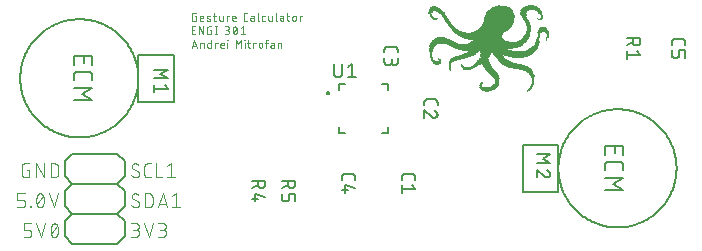
<source format=gbr>
G04 EAGLE Gerber RS-274X export*
G75*
%MOMM*%
%FSLAX34Y34*%
%LPD*%
%INSilkscreen Top*%
%IPPOS*%
%AMOC8*
5,1,8,0,0,1.08239X$1,22.5*%
G01*
%ADD10R,0.241300X0.012700*%
%ADD11R,0.025400X0.012700*%
%ADD12R,0.419100X0.012700*%
%ADD13R,0.038100X0.012700*%
%ADD14R,0.520700X0.012700*%
%ADD15R,0.063500X0.012700*%
%ADD16R,0.609600X0.012700*%
%ADD17R,0.660400X0.012700*%
%ADD18R,0.076200X0.012700*%
%ADD19R,0.723900X0.012700*%
%ADD20R,0.774700X0.012700*%
%ADD21R,0.101600X0.012700*%
%ADD22R,0.838200X0.012700*%
%ADD23R,0.889000X0.012700*%
%ADD24R,0.927100X0.012700*%
%ADD25R,0.114300X0.012700*%
%ADD26R,0.952500X0.012700*%
%ADD27R,0.127000X0.012700*%
%ADD28R,1.003300X0.012700*%
%ADD29R,1.041400X0.012700*%
%ADD30R,1.079500X0.012700*%
%ADD31R,1.104900X0.012700*%
%ADD32R,0.139700X0.012700*%
%ADD33R,1.143000X0.012700*%
%ADD34R,1.168400X0.012700*%
%ADD35R,1.206500X0.012700*%
%ADD36R,0.152400X0.012700*%
%ADD37R,1.231900X0.012700*%
%ADD38R,1.270000X0.012700*%
%ADD39R,1.282700X0.012700*%
%ADD40R,1.308100X0.012700*%
%ADD41R,1.333500X0.012700*%
%ADD42R,0.368300X0.012700*%
%ADD43R,0.736600X0.012700*%
%ADD44R,0.165100X0.012700*%
%ADD45R,0.330200X0.012700*%
%ADD46R,0.673100X0.012700*%
%ADD47R,0.292100X0.012700*%
%ADD48R,0.635000X0.012700*%
%ADD49R,0.279400X0.012700*%
%ADD50R,0.596900X0.012700*%
%ADD51R,0.254000X0.012700*%
%ADD52R,0.571500X0.012700*%
%ADD53R,0.546100X0.012700*%
%ADD54R,0.533400X0.012700*%
%ADD55R,0.228600X0.012700*%
%ADD56R,0.508000X0.012700*%
%ADD57R,0.495300X0.012700*%
%ADD58R,0.215900X0.012700*%
%ADD59R,0.482600X0.012700*%
%ADD60R,0.203200X0.012700*%
%ADD61R,0.457200X0.012700*%
%ADD62R,0.190500X0.012700*%
%ADD63R,0.444500X0.012700*%
%ADD64R,0.431800X0.012700*%
%ADD65R,0.177800X0.012700*%
%ADD66R,0.406400X0.012700*%
%ADD67R,0.393700X0.012700*%
%ADD68R,0.088900X0.012700*%
%ADD69R,0.469900X0.012700*%
%ADD70R,0.266700X0.012700*%
%ADD71R,0.558800X0.012700*%
%ADD72R,0.584200X0.012700*%
%ADD73R,0.304800X0.012700*%
%ADD74R,0.622300X0.012700*%
%ADD75R,0.317500X0.012700*%
%ADD76R,0.342900X0.012700*%
%ADD77R,0.647700X0.012700*%
%ADD78R,0.355600X0.012700*%
%ADD79R,0.381000X0.012700*%
%ADD80R,0.685800X0.012700*%
%ADD81R,0.698500X0.012700*%
%ADD82R,0.050800X0.012700*%
%ADD83R,0.800100X0.012700*%
%ADD84R,0.939800X0.012700*%
%ADD85R,0.990600X0.012700*%
%ADD86R,1.054100X0.012700*%
%ADD87R,0.711200X0.012700*%
%ADD88R,1.117600X0.012700*%
%ADD89R,0.749300X0.012700*%
%ADD90R,1.193800X0.012700*%
%ADD91R,1.295400X0.012700*%
%ADD92R,1.358900X0.012700*%
%ADD93R,0.876300X0.012700*%
%ADD94R,1.422400X0.012700*%
%ADD95R,0.914400X0.012700*%
%ADD96R,1.473200X0.012700*%
%ADD97R,1.524000X0.012700*%
%ADD98R,1.549400X0.012700*%
%ADD99R,1.587500X0.012700*%
%ADD100R,1.600200X0.012700*%
%ADD101R,1.612900X0.012700*%
%ADD102R,1.625600X0.012700*%
%ADD103R,1.638300X0.012700*%
%ADD104R,1.651000X0.012700*%
%ADD105R,1.574800X0.012700*%
%ADD106R,1.562100X0.012700*%
%ADD107R,1.536700X0.012700*%
%ADD108R,1.498600X0.012700*%
%ADD109R,1.485900X0.012700*%
%ADD110R,1.435100X0.012700*%
%ADD111R,0.012700X0.012700*%
%ADD112R,1.409700X0.012700*%
%ADD113R,1.181100X0.012700*%
%ADD114R,1.028700X0.012700*%
%ADD115R,1.155700X0.012700*%
%ADD116R,1.130300X0.012700*%
%ADD117R,0.977900X0.012700*%
%ADD118R,0.965200X0.012700*%
%ADD119R,1.092200X0.012700*%
%ADD120R,0.901700X0.012700*%
%ADD121R,0.762000X0.012700*%
%ADD122R,0.863600X0.012700*%
%ADD123R,0.850900X0.012700*%
%ADD124R,0.825500X0.012700*%
%ADD125R,0.812800X0.012700*%
%ADD126R,0.787400X0.012700*%
%ADD127R,1.066800X0.012700*%
%ADD128R,1.460500X0.012700*%
%ADD129R,1.727200X0.012700*%
%ADD130R,1.828800X0.012700*%
%ADD131R,1.917700X0.012700*%
%ADD132R,1.981200X0.012700*%
%ADD133R,2.057400X0.012700*%
%ADD134R,2.133600X0.012700*%
%ADD135R,2.209800X0.012700*%
%ADD136R,2.273300X0.012700*%
%ADD137R,1.016000X0.012700*%
%ADD138R,2.349500X0.012700*%
%ADD139R,3.111500X0.012700*%
%ADD140R,3.149600X0.012700*%
%ADD141R,3.175000X0.012700*%
%ADD142R,3.213100X0.012700*%
%ADD143R,3.225800X0.012700*%
%ADD144R,3.263900X0.012700*%
%ADD145R,3.276600X0.012700*%
%ADD146R,3.314700X0.012700*%
%ADD147R,3.327400X0.012700*%
%ADD148R,3.352800X0.012700*%
%ADD149R,3.378200X0.012700*%
%ADD150R,3.403600X0.012700*%
%ADD151R,3.429000X0.012700*%
%ADD152R,3.441700X0.012700*%
%ADD153R,3.467100X0.012700*%
%ADD154R,3.479800X0.012700*%
%ADD155R,3.505200X0.012700*%
%ADD156R,3.517900X0.012700*%
%ADD157R,3.543300X0.012700*%
%ADD158R,3.568700X0.012700*%
%ADD159R,2.298700X0.012700*%
%ADD160R,1.244600X0.012700*%
%ADD161R,1.955800X0.012700*%
%ADD162R,2.832100X0.012700*%
%ADD163R,2.755900X0.012700*%
%ADD164R,2.679700X0.012700*%
%ADD165R,2.641600X0.012700*%
%ADD166R,2.578100X0.012700*%
%ADD167R,2.527300X0.012700*%
%ADD168R,1.219200X0.012700*%
%ADD169R,2.489200X0.012700*%
%ADD170R,2.451100X0.012700*%
%ADD171R,2.413000X0.012700*%
%ADD172R,2.387600X0.012700*%
%ADD173R,4.038600X0.012700*%
%ADD174R,4.064000X0.012700*%
%ADD175R,4.076700X0.012700*%
%ADD176R,4.102100X0.012700*%
%ADD177R,4.114800X0.012700*%
%ADD178R,4.127500X0.012700*%
%ADD179R,4.140200X0.012700*%
%ADD180R,4.152900X0.012700*%
%ADD181R,4.279900X0.012700*%
%ADD182R,4.940300X0.012700*%
%ADD183R,5.067300X0.012700*%
%ADD184R,5.156200X0.012700*%
%ADD185R,5.245100X0.012700*%
%ADD186R,5.308600X0.012700*%
%ADD187R,5.384800X0.012700*%
%ADD188R,5.448300X0.012700*%
%ADD189R,5.511800X0.012700*%
%ADD190R,5.588000X0.012700*%
%ADD191R,5.651500X0.012700*%
%ADD192R,5.715000X0.012700*%
%ADD193R,5.765800X0.012700*%
%ADD194R,5.816600X0.012700*%
%ADD195R,5.867400X0.012700*%
%ADD196R,5.930900X0.012700*%
%ADD197R,5.969000X0.012700*%
%ADD198R,6.032500X0.012700*%
%ADD199R,6.083300X0.012700*%
%ADD200R,6.121400X0.012700*%
%ADD201R,6.172200X0.012700*%
%ADD202R,6.210300X0.012700*%
%ADD203R,6.248400X0.012700*%
%ADD204R,6.311900X0.012700*%
%ADD205R,4.889500X0.012700*%
%ADD206R,4.813300X0.012700*%
%ADD207R,4.762500X0.012700*%
%ADD208R,4.737100X0.012700*%
%ADD209R,4.711700X0.012700*%
%ADD210R,4.686300X0.012700*%
%ADD211R,4.673600X0.012700*%
%ADD212R,4.660900X0.012700*%
%ADD213R,4.635500X0.012700*%
%ADD214R,4.622800X0.012700*%
%ADD215R,2.070100X0.012700*%
%ADD216R,4.610100X0.012700*%
%ADD217R,2.032000X0.012700*%
%ADD218R,4.597400X0.012700*%
%ADD219R,2.006600X0.012700*%
%ADD220R,4.584700X0.012700*%
%ADD221R,1.968500X0.012700*%
%ADD222R,1.930400X0.012700*%
%ADD223R,4.572000X0.012700*%
%ADD224R,1.892300X0.012700*%
%ADD225R,1.854200X0.012700*%
%ADD226R,3.251200X0.012700*%
%ADD227R,1.816100X0.012700*%
%ADD228R,3.162300X0.012700*%
%ADD229R,1.778000X0.012700*%
%ADD230R,3.086100X0.012700*%
%ADD231R,1.752600X0.012700*%
%ADD232R,3.009900X0.012700*%
%ADD233R,1.714500X0.012700*%
%ADD234R,2.946400X0.012700*%
%ADD235R,1.676400X0.012700*%
%ADD236R,2.882900X0.012700*%
%ADD237R,2.781300X0.012700*%
%ADD238R,2.730500X0.012700*%
%ADD239R,2.603500X0.012700*%
%ADD240R,2.552700X0.012700*%
%ADD241R,1.384300X0.012700*%
%ADD242R,2.514600X0.012700*%
%ADD243R,1.346200X0.012700*%
%ADD244R,1.257300X0.012700*%
%ADD245R,2.425700X0.012700*%
%ADD246R,2.819400X0.012700*%
%ADD247R,2.921000X0.012700*%
%ADD248R,2.984500X0.012700*%
%ADD249R,3.022600X0.012700*%
%ADD250R,3.048000X0.012700*%
%ADD251R,3.124200X0.012700*%
%ADD252R,3.200400X0.012700*%
%ADD253R,3.365500X0.012700*%
%ADD254R,3.390900X0.012700*%
%ADD255R,3.416300X0.012700*%
%ADD256R,3.492500X0.012700*%
%ADD257R,3.530600X0.012700*%
%ADD258R,3.556000X0.012700*%
%ADD259R,3.581400X0.012700*%
%ADD260R,3.606800X0.012700*%
%ADD261R,3.632200X0.012700*%
%ADD262R,3.657600X0.012700*%
%ADD263R,3.683000X0.012700*%
%ADD264R,3.708400X0.012700*%
%ADD265R,3.733800X0.012700*%
%ADD266R,3.759200X0.012700*%
%ADD267R,3.771900X0.012700*%
%ADD268R,3.810000X0.012700*%
%ADD269R,3.822700X0.012700*%
%ADD270R,3.860800X0.012700*%
%ADD271R,3.873500X0.012700*%
%ADD272R,3.898900X0.012700*%
%ADD273R,3.937000X0.012700*%
%ADD274R,3.949700X0.012700*%
%ADD275R,3.975100X0.012700*%
%ADD276R,4.000500X0.012700*%
%ADD277R,4.025900X0.012700*%
%ADD278R,2.654300X0.012700*%
%ADD279R,2.628900X0.012700*%
%ADD280R,2.590800X0.012700*%
%ADD281R,2.565400X0.012700*%
%ADD282R,2.540000X0.012700*%
%ADD283R,2.501900X0.012700*%
%ADD284R,2.476500X0.012700*%
%ADD285R,2.463800X0.012700*%
%ADD286R,2.438400X0.012700*%
%ADD287R,2.400300X0.012700*%
%ADD288R,2.362200X0.012700*%
%ADD289R,2.324100X0.012700*%
%ADD290R,2.311400X0.012700*%
%ADD291R,2.286000X0.012700*%
%ADD292R,2.260600X0.012700*%
%ADD293R,2.247900X0.012700*%
%ADD294R,2.235200X0.012700*%
%ADD295R,2.184400X0.012700*%
%ADD296R,2.171700X0.012700*%
%ADD297R,2.159000X0.012700*%
%ADD298R,2.120900X0.012700*%
%ADD299R,2.095500X0.012700*%
%ADD300R,2.082800X0.012700*%
%ADD301R,2.044700X0.012700*%
%ADD302R,2.019300X0.012700*%
%ADD303R,1.993900X0.012700*%
%ADD304R,1.905000X0.012700*%
%ADD305R,1.879600X0.012700*%
%ADD306R,1.841500X0.012700*%
%ADD307R,1.790700X0.012700*%
%ADD308R,1.765300X0.012700*%
%ADD309R,1.447800X0.012700*%
%ADD310R,1.689100X0.012700*%
%ADD311R,1.397000X0.012700*%
%ADD312R,1.511300X0.012700*%
%ADD313C,0.101600*%
%ADD314C,0.152400*%
%ADD315C,0.127000*%
%ADD316C,0.203200*%
%ADD317C,0.200000*%


D10*
X-301625Y242697D03*
D11*
X-267272Y242697D03*
D12*
X-301625Y242824D03*
D13*
X-267081Y242824D03*
D14*
X-301625Y242951D03*
D15*
X-266954Y242951D03*
D16*
X-301562Y243078D03*
D15*
X-266827Y243078D03*
D17*
X-301562Y243205D03*
D18*
X-266637Y243205D03*
D19*
X-301498Y243332D03*
D18*
X-266510Y243332D03*
D20*
X-301498Y243459D03*
D21*
X-266383Y243459D03*
D22*
X-301435Y243586D03*
D21*
X-266256Y243586D03*
D23*
X-301435Y243713D03*
D21*
X-266129Y243713D03*
D24*
X-301371Y243840D03*
D25*
X-265938Y243840D03*
D26*
X-301371Y243967D03*
D27*
X-265875Y243967D03*
D28*
X-301371Y244094D03*
D27*
X-265748Y244094D03*
D29*
X-301308Y244221D03*
D27*
X-265621Y244221D03*
D30*
X-301244Y244348D03*
D27*
X-265494Y244348D03*
D31*
X-301244Y244475D03*
D32*
X-265430Y244475D03*
D33*
X-301181Y244602D03*
D32*
X-265303Y244602D03*
D34*
X-301181Y244729D03*
D32*
X-265176Y244729D03*
D35*
X-301117Y244856D03*
D36*
X-265113Y244856D03*
D37*
X-301117Y244983D03*
D36*
X-264986Y244983D03*
D38*
X-301054Y245110D03*
D36*
X-264859Y245110D03*
D39*
X-300990Y245237D03*
D36*
X-264859Y245237D03*
D40*
X-300990Y245364D03*
D36*
X-264732Y245364D03*
D41*
X-300990Y245491D03*
D36*
X-264605Y245491D03*
D42*
X-305816Y245618D03*
D43*
X-297752Y245618D03*
D44*
X-264541Y245618D03*
D45*
X-306134Y245745D03*
D46*
X-297307Y245745D03*
D36*
X-264478Y245745D03*
D47*
X-306324Y245872D03*
D48*
X-296990Y245872D03*
D44*
X-264414Y245872D03*
D49*
X-306515Y245999D03*
D50*
X-296672Y245999D03*
D44*
X-264287Y245999D03*
D51*
X-306642Y246126D03*
D52*
X-296418Y246126D03*
D36*
X-264224Y246126D03*
D51*
X-306769Y246253D03*
D53*
X-296164Y246253D03*
D44*
X-264160Y246253D03*
D10*
X-306832Y246380D03*
D54*
X-295974Y246380D03*
D36*
X-264097Y246380D03*
D55*
X-306896Y246507D03*
D14*
X-295783Y246507D03*
D44*
X-264033Y246507D03*
D55*
X-307023Y246634D03*
D56*
X-295593Y246634D03*
D36*
X-263970Y246634D03*
D55*
X-307023Y246761D03*
D57*
X-295402Y246761D03*
D44*
X-263906Y246761D03*
D58*
X-307086Y246888D03*
D59*
X-295212Y246888D03*
D36*
X-263843Y246888D03*
D58*
X-307086Y247015D03*
D59*
X-295085Y247015D03*
D44*
X-263779Y247015D03*
D60*
X-307150Y247142D03*
D61*
X-294958Y247142D03*
D36*
X-263716Y247142D03*
D60*
X-307150Y247269D03*
D61*
X-294831Y247269D03*
D44*
X-263652Y247269D03*
D62*
X-307213Y247396D03*
D61*
X-294704Y247396D03*
D36*
X-263589Y247396D03*
D62*
X-307213Y247523D03*
D63*
X-294640Y247523D03*
D44*
X-263525Y247523D03*
D62*
X-307213Y247650D03*
D64*
X-294450Y247650D03*
D44*
X-263525Y247650D03*
D65*
X-307277Y247777D03*
D64*
X-294323Y247777D03*
D44*
X-263398Y247777D03*
X-307213Y247904D03*
D12*
X-294259Y247904D03*
D44*
X-263398Y247904D03*
X-307213Y248031D03*
D64*
X-294196Y248031D03*
D36*
X-263335Y248031D03*
D44*
X-307213Y248158D03*
D64*
X-294069Y248158D03*
D44*
X-263271Y248158D03*
D36*
X-307150Y248285D03*
D12*
X-294005Y248285D03*
D44*
X-263271Y248285D03*
D32*
X-307086Y248412D03*
D12*
X-293878Y248412D03*
D36*
X-263208Y248412D03*
D32*
X-307086Y248539D03*
D66*
X-293815Y248539D03*
D44*
X-263144Y248539D03*
D32*
X-306959Y248666D03*
D12*
X-293751Y248666D03*
D44*
X-263144Y248666D03*
D27*
X-306896Y248793D03*
D66*
X-293688Y248793D03*
D36*
X-263081Y248793D03*
D27*
X-306769Y248920D03*
D12*
X-293624Y248920D03*
D44*
X-263017Y248920D03*
D27*
X-306642Y249047D03*
D66*
X-293561Y249047D03*
D44*
X-263017Y249047D03*
D27*
X-306515Y249174D03*
D66*
X-293561Y249174D03*
D44*
X-263017Y249174D03*
D25*
X-306451Y249301D03*
D66*
X-293434Y249301D03*
D65*
X-262954Y249301D03*
D21*
X-306261Y249428D03*
D66*
X-293434Y249428D03*
D65*
X-262954Y249428D03*
D21*
X-306134Y249555D03*
D67*
X-293370Y249555D03*
D44*
X-262890Y249555D03*
D68*
X-305943Y249682D03*
D66*
X-293307Y249682D03*
D44*
X-262890Y249682D03*
D18*
X-305753Y249809D03*
D66*
X-293307Y249809D03*
D65*
X-262827Y249809D03*
D15*
X-305562Y249936D03*
D67*
X-293243Y249936D03*
D65*
X-262827Y249936D03*
D11*
X-305372Y250063D03*
D67*
X-293243Y250063D03*
D65*
X-262827Y250063D03*
D67*
X-293243Y250190D03*
D65*
X-262827Y250190D03*
D66*
X-293180Y250317D03*
D62*
X-262763Y250317D03*
D66*
X-293180Y250444D03*
D62*
X-262763Y250444D03*
D66*
X-293180Y250571D03*
D62*
X-262763Y250571D03*
D67*
X-293116Y250698D03*
D62*
X-262763Y250698D03*
D67*
X-293116Y250825D03*
D62*
X-262763Y250825D03*
D67*
X-293116Y250952D03*
D60*
X-262700Y250952D03*
D67*
X-293116Y251079D03*
D62*
X-262636Y251079D03*
D67*
X-293116Y251206D03*
D62*
X-262636Y251206D03*
D67*
X-293116Y251333D03*
D60*
X-262700Y251333D03*
D67*
X-293116Y251460D03*
D60*
X-262700Y251460D03*
D67*
X-293116Y251587D03*
D60*
X-262700Y251587D03*
D67*
X-293116Y251714D03*
D58*
X-262636Y251714D03*
D67*
X-293116Y251841D03*
D58*
X-262636Y251841D03*
D67*
X-293116Y251968D03*
D58*
X-262636Y251968D03*
D67*
X-293116Y252095D03*
D58*
X-262636Y252095D03*
D67*
X-293116Y252222D03*
D58*
X-262636Y252222D03*
D67*
X-293116Y252349D03*
D58*
X-262636Y252349D03*
D66*
X-293180Y252476D03*
D58*
X-262636Y252476D03*
D67*
X-293243Y252603D03*
D58*
X-262636Y252603D03*
D67*
X-293243Y252730D03*
D58*
X-262636Y252730D03*
D66*
X-293307Y252857D03*
D58*
X-262636Y252857D03*
D66*
X-293307Y252984D03*
D55*
X-262700Y252984D03*
D66*
X-293307Y253111D03*
D55*
X-262700Y253111D03*
D12*
X-293370Y253238D03*
D55*
X-262700Y253238D03*
D64*
X-293434Y253365D03*
D55*
X-262700Y253365D03*
D12*
X-293497Y253492D03*
D55*
X-262700Y253492D03*
D64*
X-293561Y253619D03*
D55*
X-262700Y253619D03*
D63*
X-293624Y253746D03*
D10*
X-262763Y253746D03*
D61*
X-293688Y253873D03*
D10*
X-262763Y253873D03*
D69*
X-293751Y254000D03*
D10*
X-262763Y254000D03*
D61*
X-293815Y254127D03*
D10*
X-262763Y254127D03*
D69*
X-293878Y254254D03*
D51*
X-262827Y254254D03*
D59*
X-293942Y254381D03*
D51*
X-262827Y254381D03*
D57*
X-294005Y254508D03*
D51*
X-262827Y254508D03*
D57*
X-294132Y254635D03*
D10*
X-262890Y254635D03*
D56*
X-294196Y254762D03*
D51*
X-262954Y254762D03*
D14*
X-294259Y254889D03*
D51*
X-262954Y254889D03*
D14*
X-294386Y255016D03*
D70*
X-263017Y255016D03*
D54*
X-294450Y255143D03*
D70*
X-263017Y255143D03*
D53*
X-294513Y255270D03*
D51*
X-263081Y255270D03*
D53*
X-294640Y255397D03*
D70*
X-263144Y255397D03*
D71*
X-294704Y255524D03*
D70*
X-263144Y255524D03*
D71*
X-294831Y255651D03*
D49*
X-263208Y255651D03*
D52*
X-294894Y255778D03*
D49*
X-263335Y255778D03*
D72*
X-294958Y255905D03*
D47*
X-263398Y255905D03*
D72*
X-295085Y256032D03*
D47*
X-263398Y256032D03*
D50*
X-295148Y256159D03*
D47*
X-263525Y256159D03*
D16*
X-295339Y256286D03*
D73*
X-263589Y256286D03*
D74*
X-295402Y256413D03*
D75*
X-263652Y256413D03*
D74*
X-295529Y256540D03*
D75*
X-263652Y256540D03*
D74*
X-295656Y256667D03*
D75*
X-263779Y256667D03*
D48*
X-295720Y256794D03*
D45*
X-263843Y256794D03*
D48*
X-295847Y256921D03*
D45*
X-263970Y256921D03*
D48*
X-295974Y257048D03*
D76*
X-264033Y257048D03*
D77*
X-296037Y257175D03*
D78*
X-264097Y257175D03*
D77*
X-296164Y257302D03*
D78*
X-264224Y257302D03*
D77*
X-296291Y257429D03*
D42*
X-264287Y257429D03*
D17*
X-296355Y257556D03*
D79*
X-264351Y257556D03*
D17*
X-296482Y257683D03*
D79*
X-264478Y257683D03*
D17*
X-296609Y257810D03*
D67*
X-264541Y257810D03*
D17*
X-296736Y257937D03*
D67*
X-264668Y257937D03*
D17*
X-296863Y258064D03*
D66*
X-264732Y258064D03*
D46*
X-296926Y258191D03*
D66*
X-264859Y258191D03*
D46*
X-297053Y258318D03*
D12*
X-264922Y258318D03*
D46*
X-297180Y258445D03*
D12*
X-265049Y258445D03*
D46*
X-297307Y258572D03*
D64*
X-265113Y258572D03*
D46*
X-297434Y258699D03*
D64*
X-265240Y258699D03*
D46*
X-297561Y258826D03*
D63*
X-265303Y258826D03*
D80*
X-297625Y258953D03*
D61*
X-265494Y258953D03*
D80*
X-297752Y259080D03*
D69*
X-265557Y259080D03*
D80*
X-297879Y259207D03*
D69*
X-265684Y259207D03*
D80*
X-298006Y259334D03*
D57*
X-265811Y259334D03*
D80*
X-298133Y259461D03*
D57*
X-265938Y259461D03*
D80*
X-298260Y259588D03*
D56*
X-266129Y259588D03*
D80*
X-298387Y259715D03*
D54*
X-266256Y259715D03*
D81*
X-298450Y259842D03*
D53*
X-266446Y259842D03*
D81*
X-298577Y259969D03*
D52*
X-266573Y259969D03*
D81*
X-298704Y260096D03*
D72*
X-266764Y260096D03*
D81*
X-298831Y260223D03*
D16*
X-267018Y260223D03*
D80*
X-298895Y260350D03*
D77*
X-267208Y260350D03*
D80*
X-299022Y260477D03*
D46*
X-267462Y260477D03*
D13*
X-332359Y260604D03*
D80*
X-299149Y260604D03*
D81*
X-267716Y260604D03*
D82*
X-332423Y260731D03*
D80*
X-299276Y260731D03*
D19*
X-267970Y260731D03*
D15*
X-332486Y260858D03*
D13*
X-318770Y260858D03*
D81*
X-299339Y260858D03*
D20*
X-268224Y260858D03*
D15*
X-332613Y260985D03*
D49*
X-318834Y260985D03*
D81*
X-299466Y260985D03*
D83*
X-268478Y260985D03*
D18*
X-332677Y261112D03*
D67*
X-318770Y261112D03*
D81*
X-299593Y261112D03*
D22*
X-268796Y261112D03*
D18*
X-332677Y261239D03*
D69*
X-318770Y261239D03*
D80*
X-299657Y261239D03*
D23*
X-269177Y261239D03*
D18*
X-332804Y261366D03*
D53*
X-318643Y261366D03*
D80*
X-299784Y261366D03*
D84*
X-269558Y261366D03*
D18*
X-332804Y261493D03*
D16*
X-318580Y261493D03*
D80*
X-299911Y261493D03*
D85*
X-269939Y261493D03*
D18*
X-332931Y261620D03*
D77*
X-318516Y261620D03*
D80*
X-300038Y261620D03*
D86*
X-270383Y261620D03*
D18*
X-332931Y261747D03*
D87*
X-318453Y261747D03*
D80*
X-300038Y261747D03*
D88*
X-270828Y261747D03*
D18*
X-332931Y261874D03*
D89*
X-318389Y261874D03*
D80*
X-300165Y261874D03*
D90*
X-271336Y261874D03*
D68*
X-332994Y262001D03*
D83*
X-318262Y262001D03*
D80*
X-300292Y262001D03*
D91*
X-271971Y262001D03*
D68*
X-332994Y262128D03*
D22*
X-318199Y262128D03*
D46*
X-300355Y262128D03*
D92*
X-272542Y262128D03*
D68*
X-333121Y262255D03*
D93*
X-318135Y262255D03*
D46*
X-300482Y262255D03*
D94*
X-272987Y262255D03*
D68*
X-333121Y262382D03*
D95*
X-318072Y262382D03*
D46*
X-300609Y262382D03*
D96*
X-273495Y262382D03*
D68*
X-333121Y262509D03*
D45*
X-320993Y262509D03*
D16*
X-316167Y262509D03*
D46*
X-300609Y262509D03*
D97*
X-273876Y262509D03*
D21*
X-333185Y262636D03*
D55*
X-321628Y262636D03*
D56*
X-315405Y262636D03*
D46*
X-300736Y262636D03*
D98*
X-274257Y262636D03*
D21*
X-333185Y262763D03*
D62*
X-321945Y262763D03*
D69*
X-314960Y262763D03*
D46*
X-300863Y262763D03*
D99*
X-274574Y262763D03*
D21*
X-333185Y262890D03*
D44*
X-322072Y262890D03*
D63*
X-314579Y262890D03*
D17*
X-300927Y262890D03*
D100*
X-274892Y262890D03*
D21*
X-333185Y263017D03*
D36*
X-322263Y263017D03*
D12*
X-314198Y263017D03*
D46*
X-300990Y263017D03*
D101*
X-275209Y263017D03*
D25*
X-333248Y263144D03*
D32*
X-322326Y263144D03*
D66*
X-313881Y263144D03*
D17*
X-301054Y263144D03*
D102*
X-275527Y263144D03*
D25*
X-333248Y263271D03*
D32*
X-322453Y263271D03*
D66*
X-313627Y263271D03*
D17*
X-301181Y263271D03*
D103*
X-275844Y263271D03*
D25*
X-333248Y263398D03*
D27*
X-322517Y263398D03*
D67*
X-313309Y263398D03*
D17*
X-301181Y263398D03*
D103*
X-276098Y263398D03*
D25*
X-333248Y263525D03*
D27*
X-322644Y263525D03*
D67*
X-313055Y263525D03*
D17*
X-301308Y263525D03*
D103*
X-276352Y263525D03*
D25*
X-333248Y263652D03*
D27*
X-322644Y263652D03*
D79*
X-312738Y263652D03*
D17*
X-301435Y263652D03*
D104*
X-276670Y263652D03*
D27*
X-333312Y263779D03*
D25*
X-322707Y263779D03*
D79*
X-312611Y263779D03*
D17*
X-301435Y263779D03*
D104*
X-276924Y263779D03*
D27*
X-333312Y263906D03*
D21*
X-322771Y263906D03*
D79*
X-312357Y263906D03*
D17*
X-301562Y263906D03*
D103*
X-277241Y263906D03*
D27*
X-333312Y264033D03*
D25*
X-322834Y264033D03*
D79*
X-312103Y264033D03*
D77*
X-301625Y264033D03*
D103*
X-277495Y264033D03*
D27*
X-333312Y264160D03*
D21*
X-322898Y264160D03*
D79*
X-311849Y264160D03*
D77*
X-301625Y264160D03*
D102*
X-277813Y264160D03*
D32*
X-333248Y264287D03*
D21*
X-322898Y264287D03*
D67*
X-311658Y264287D03*
D77*
X-301752Y264287D03*
D101*
X-278130Y264287D03*
D32*
X-333248Y264414D03*
D68*
X-322961Y264414D03*
D67*
X-311404Y264414D03*
D77*
X-301879Y264414D03*
D99*
X-278384Y264414D03*
D32*
X-333248Y264541D03*
D68*
X-322961Y264541D03*
D66*
X-311214Y264541D03*
D77*
X-301879Y264541D03*
D105*
X-278702Y264541D03*
D32*
X-333248Y264668D03*
D15*
X-322961Y264668D03*
D66*
X-310960Y264668D03*
D77*
X-302006Y264668D03*
D106*
X-279019Y264668D03*
D32*
X-333248Y264795D03*
D15*
X-322961Y264795D03*
D12*
X-310769Y264795D03*
D77*
X-302006Y264795D03*
D107*
X-279400Y264795D03*
D36*
X-333185Y264922D03*
D82*
X-323025Y264922D03*
D12*
X-310642Y264922D03*
D48*
X-302070Y264922D03*
D108*
X-279718Y264922D03*
D36*
X-333185Y265049D03*
D13*
X-322961Y265049D03*
D64*
X-310452Y265049D03*
D77*
X-302133Y265049D03*
D109*
X-280035Y265049D03*
D36*
X-333185Y265176D03*
D13*
X-322961Y265176D03*
D63*
X-310261Y265176D03*
D48*
X-302197Y265176D03*
D110*
X-280416Y265176D03*
D111*
X-344043Y265303D03*
X-343789Y265303D03*
D36*
X-333185Y265303D03*
D11*
X-322898Y265303D03*
D61*
X-310071Y265303D03*
D77*
X-302260Y265303D03*
D112*
X-280797Y265303D03*
D60*
X-343853Y265430D03*
D44*
X-333121Y265430D03*
D69*
X-309880Y265430D03*
D48*
X-302324Y265430D03*
D92*
X-281178Y265430D03*
D47*
X-343916Y265557D03*
D44*
X-333121Y265557D03*
D59*
X-309690Y265557D03*
D77*
X-302387Y265557D03*
D40*
X-281559Y265557D03*
D78*
X-343853Y265684D03*
D44*
X-333121Y265684D03*
D57*
X-309499Y265684D03*
D48*
X-302451Y265684D03*
D38*
X-282004Y265684D03*
D67*
X-343916Y265811D03*
D44*
X-332994Y265811D03*
D57*
X-309372Y265811D03*
D77*
X-302514Y265811D03*
D35*
X-282448Y265811D03*
D63*
X-343916Y265938D03*
D44*
X-332994Y265938D03*
D56*
X-309182Y265938D03*
D77*
X-302514Y265938D03*
D34*
X-282893Y265938D03*
D59*
X-343980Y266065D03*
D65*
X-332931Y266065D03*
D14*
X-308991Y266065D03*
D77*
X-302641Y266065D03*
D88*
X-283274Y266065D03*
D56*
X-343980Y266192D03*
D65*
X-332931Y266192D03*
D54*
X-308801Y266192D03*
D77*
X-302641Y266192D03*
D30*
X-283591Y266192D03*
D53*
X-344043Y266319D03*
D65*
X-332804Y266319D03*
D113*
X-305435Y266319D03*
D29*
X-283909Y266319D03*
D52*
X-344043Y266446D03*
D62*
X-332740Y266446D03*
D34*
X-305372Y266446D03*
D114*
X-284226Y266446D03*
D50*
X-344043Y266573D03*
D60*
X-332677Y266573D03*
D115*
X-305308Y266573D03*
D28*
X-284480Y266573D03*
D16*
X-344107Y266700D03*
D60*
X-332677Y266700D03*
D116*
X-305308Y266700D03*
D117*
X-284734Y266700D03*
D77*
X-344170Y266827D03*
D60*
X-332550Y266827D03*
D88*
X-305245Y266827D03*
D118*
X-284925Y266827D03*
D17*
X-344234Y266954D03*
D58*
X-332486Y266954D03*
D119*
X-305245Y266954D03*
D26*
X-285115Y266954D03*
D80*
X-344234Y267081D03*
D55*
X-332423Y267081D03*
D30*
X-305181Y267081D03*
D84*
X-285433Y267081D03*
D80*
X-344234Y267208D03*
D10*
X-332232Y267208D03*
D30*
X-305181Y267208D03*
D24*
X-285623Y267208D03*
D81*
X-344297Y267335D03*
D51*
X-332169Y267335D03*
D86*
X-305181Y267335D03*
D95*
X-285814Y267335D03*
D87*
X-344361Y267462D03*
D49*
X-332042Y267462D03*
D29*
X-305118Y267462D03*
D120*
X-286004Y267462D03*
D43*
X-344361Y267589D03*
D49*
X-331915Y267589D03*
D114*
X-305054Y267589D03*
D93*
X-286258Y267589D03*
D89*
X-344424Y267716D03*
D73*
X-331788Y267716D03*
D28*
X-305054Y267716D03*
D93*
X-286385Y267716D03*
D121*
X-344488Y267843D03*
D45*
X-331661Y267843D03*
D85*
X-304991Y267843D03*
D122*
X-286576Y267843D03*
D121*
X-344488Y267970D03*
D76*
X-331470Y267970D03*
D117*
X-304927Y267970D03*
D122*
X-286830Y267970D03*
D42*
X-346583Y268097D03*
D51*
X-341948Y268097D03*
D42*
X-331343Y268097D03*
D26*
X-304927Y268097D03*
D123*
X-287020Y268097D03*
D75*
X-346964Y268224D03*
D60*
X-341694Y268224D03*
D79*
X-331153Y268224D03*
D84*
X-304864Y268224D03*
D22*
X-287211Y268224D03*
D49*
X-347155Y268351D03*
D44*
X-341630Y268351D03*
D12*
X-330962Y268351D03*
D84*
X-304864Y268351D03*
D124*
X-287401Y268351D03*
D49*
X-347282Y268478D03*
D36*
X-341567Y268478D03*
D64*
X-330772Y268478D03*
D24*
X-304800Y268478D03*
D125*
X-287592Y268478D03*
D70*
X-347472Y268605D03*
D36*
X-341567Y268605D03*
D69*
X-330581Y268605D03*
D120*
X-304800Y268605D03*
D83*
X-287782Y268605D03*
D51*
X-347536Y268732D03*
D36*
X-341567Y268732D03*
D57*
X-330327Y268732D03*
D23*
X-304737Y268732D03*
D126*
X-287973Y268732D03*
D51*
X-347663Y268859D03*
D32*
X-341630Y268859D03*
D54*
X-330137Y268859D03*
D93*
X-304673Y268859D03*
D126*
X-288100Y268859D03*
D10*
X-347726Y268986D03*
D32*
X-341630Y268986D03*
D71*
X-329883Y268986D03*
D122*
X-304610Y268986D03*
D20*
X-288290Y268986D03*
D10*
X-347853Y269113D03*
D27*
X-341694Y269113D03*
D72*
X-329629Y269113D03*
D22*
X-304610Y269113D03*
D121*
X-288481Y269113D03*
D55*
X-347917Y269240D03*
D27*
X-341694Y269240D03*
D74*
X-329438Y269240D03*
D22*
X-304610Y269240D03*
D121*
X-288608Y269240D03*
D10*
X-347980Y269367D03*
D25*
X-341757Y269367D03*
D17*
X-329121Y269367D03*
D124*
X-304546Y269367D03*
D89*
X-288798Y269367D03*
D55*
X-348044Y269494D03*
D21*
X-341821Y269494D03*
D80*
X-328867Y269494D03*
D125*
X-304483Y269494D03*
D89*
X-288925Y269494D03*
D55*
X-348171Y269621D03*
D68*
X-341884Y269621D03*
D87*
X-328613Y269621D03*
D126*
X-304483Y269621D03*
D43*
X-289116Y269621D03*
D55*
X-348171Y269748D03*
D18*
X-341948Y269748D03*
D89*
X-328295Y269748D03*
D20*
X-304419Y269748D03*
D43*
X-289243Y269748D03*
D55*
X-348298Y269875D03*
D15*
X-342011Y269875D03*
D20*
X-328041Y269875D03*
D121*
X-304356Y269875D03*
D43*
X-289370Y269875D03*
D58*
X-348361Y270002D03*
D13*
X-342138Y270002D03*
D125*
X-327724Y270002D03*
D121*
X-304356Y270002D03*
D43*
X-289497Y270002D03*
D55*
X-348425Y270129D03*
D22*
X-327470Y270129D03*
D89*
X-304292Y270129D03*
D43*
X-289624Y270129D03*
D58*
X-348488Y270256D03*
D93*
X-327152Y270256D03*
D43*
X-304229Y270256D03*
X-289751Y270256D03*
D55*
X-348552Y270383D03*
D95*
X-326835Y270383D03*
D43*
X-304102Y270383D03*
X-289878Y270383D03*
D58*
X-348615Y270510D03*
D24*
X-326517Y270510D03*
D19*
X-304038Y270510D03*
D43*
X-290005Y270510D03*
D58*
X-348615Y270637D03*
D118*
X-326200Y270637D03*
D19*
X-304038Y270637D03*
D43*
X-290132Y270637D03*
D58*
X-348742Y270764D03*
D117*
X-325882Y270764D03*
D19*
X-303911Y270764D03*
D43*
X-290259Y270764D03*
D58*
X-348742Y270891D03*
D28*
X-325501Y270891D03*
D87*
X-303848Y270891D03*
D43*
X-290386Y270891D03*
D60*
X-348806Y271018D03*
D114*
X-325120Y271018D03*
D19*
X-303784Y271018D03*
D43*
X-290513Y271018D03*
D58*
X-348869Y271145D03*
D29*
X-324803Y271145D03*
D43*
X-303721Y271145D03*
X-290640Y271145D03*
D11*
X-275781Y271145D03*
D27*
X-274892Y271145D03*
D58*
X-348869Y271272D03*
D127*
X-324422Y271272D03*
D19*
X-303657Y271272D03*
D43*
X-290640Y271272D03*
D54*
X-275146Y271272D03*
D60*
X-348933Y271399D03*
D30*
X-323977Y271399D03*
D43*
X-303594Y271399D03*
X-290767Y271399D03*
D121*
X-275273Y271399D03*
D58*
X-348996Y271526D03*
D119*
X-323660Y271526D03*
D43*
X-303594Y271526D03*
X-290894Y271526D03*
D84*
X-275400Y271526D03*
D60*
X-349060Y271653D03*
D119*
X-323279Y271653D03*
D89*
X-303530Y271653D03*
D43*
X-291021Y271653D03*
D30*
X-275463Y271653D03*
D60*
X-349060Y271780D03*
D31*
X-322834Y271780D03*
D121*
X-303467Y271780D03*
D43*
X-291148Y271780D03*
D35*
X-275463Y271780D03*
D58*
X-349123Y271907D03*
D31*
X-322453Y271907D03*
D121*
X-303467Y271907D03*
D19*
X-291211Y271907D03*
D41*
X-275590Y271907D03*
D58*
X-349123Y272034D03*
D119*
X-322009Y272034D03*
D20*
X-303403Y272034D03*
D19*
X-291338Y272034D03*
D128*
X-275717Y272034D03*
D60*
X-349187Y272161D03*
D119*
X-321628Y272161D03*
D20*
X-303403Y272161D03*
D43*
X-291402Y272161D03*
D98*
X-275781Y272161D03*
D60*
X-349187Y272288D03*
D119*
X-321120Y272288D03*
D126*
X-303340Y272288D03*
D43*
X-291529Y272288D03*
D103*
X-275844Y272288D03*
D60*
X-349187Y272415D03*
D30*
X-320802Y272415D03*
D126*
X-303340Y272415D03*
D19*
X-291592Y272415D03*
D129*
X-275908Y272415D03*
D60*
X-349314Y272542D03*
D30*
X-320421Y272542D03*
D83*
X-303276Y272542D03*
D19*
X-291719Y272542D03*
D130*
X-276035Y272542D03*
D60*
X-349314Y272669D03*
D127*
X-319977Y272669D03*
D83*
X-303276Y272669D03*
D19*
X-291719Y272669D03*
D131*
X-276098Y272669D03*
D60*
X-349314Y272796D03*
D127*
X-319596Y272796D03*
D125*
X-303213Y272796D03*
D19*
X-291846Y272796D03*
D132*
X-276162Y272796D03*
D60*
X-349314Y272923D03*
D86*
X-319278Y272923D03*
D125*
X-303213Y272923D03*
D19*
X-291973Y272923D03*
D133*
X-276289Y272923D03*
D62*
X-349377Y273050D03*
D86*
X-318897Y273050D03*
D124*
X-303149Y273050D03*
D87*
X-292037Y273050D03*
D134*
X-276416Y273050D03*
D60*
X-349441Y273177D03*
D29*
X-318580Y273177D03*
D124*
X-303149Y273177D03*
D19*
X-292100Y273177D03*
D135*
X-276416Y273177D03*
D60*
X-349441Y273304D03*
D114*
X-318262Y273304D03*
D22*
X-303086Y273304D03*
D87*
X-292164Y273304D03*
D136*
X-276479Y273304D03*
D60*
X-349441Y273431D03*
D137*
X-317945Y273431D03*
D22*
X-303086Y273431D03*
D19*
X-292227Y273431D03*
D138*
X-276606Y273431D03*
D60*
X-349441Y273558D03*
D28*
X-317627Y273558D03*
D123*
X-303022Y273558D03*
D139*
X-280289Y273558D03*
D60*
X-349441Y273685D03*
D28*
X-317373Y273685D03*
D123*
X-303022Y273685D03*
D140*
X-280226Y273685D03*
D62*
X-349504Y273812D03*
D85*
X-317056Y273812D03*
D122*
X-302959Y273812D03*
D141*
X-280099Y273812D03*
D62*
X-349504Y273939D03*
D117*
X-316738Y273939D03*
D122*
X-302959Y273939D03*
D142*
X-280035Y273939D03*
D60*
X-349568Y274066D03*
D118*
X-316548Y274066D03*
D93*
X-302895Y274066D03*
D143*
X-279972Y274066D03*
D60*
X-349568Y274193D03*
D118*
X-316294Y274193D03*
D93*
X-302895Y274193D03*
D144*
X-279908Y274193D03*
D60*
X-349568Y274320D03*
D84*
X-316040Y274320D03*
D23*
X-302832Y274320D03*
D145*
X-279845Y274320D03*
D60*
X-349568Y274447D03*
D84*
X-315786Y274447D03*
D23*
X-302832Y274447D03*
D146*
X-279781Y274447D03*
D60*
X-349568Y274574D03*
D24*
X-315595Y274574D03*
D120*
X-302768Y274574D03*
D147*
X-279718Y274574D03*
D58*
X-349504Y274701D03*
D95*
X-315405Y274701D03*
D120*
X-302768Y274701D03*
D148*
X-279718Y274701D03*
D58*
X-349504Y274828D03*
D95*
X-315151Y274828D03*
D120*
X-302768Y274828D03*
D149*
X-279718Y274828D03*
D58*
X-349504Y274955D03*
D120*
X-314960Y274955D03*
D95*
X-302705Y274955D03*
D150*
X-279591Y274955D03*
D58*
X-349504Y275082D03*
D23*
X-314770Y275082D03*
D95*
X-302705Y275082D03*
D151*
X-279591Y275082D03*
D58*
X-349504Y275209D03*
D93*
X-314579Y275209D03*
D95*
X-302705Y275209D03*
D152*
X-279527Y275209D03*
D58*
X-349504Y275336D03*
D122*
X-314389Y275336D03*
D24*
X-302641Y275336D03*
D153*
X-279527Y275336D03*
D58*
X-349504Y275463D03*
D122*
X-314135Y275463D03*
D24*
X-302641Y275463D03*
D154*
X-279464Y275463D03*
D10*
X-349504Y275590D03*
D122*
X-314008Y275590D03*
D24*
X-302641Y275590D03*
D155*
X-279464Y275590D03*
D10*
X-349504Y275717D03*
D123*
X-313817Y275717D03*
D84*
X-302578Y275717D03*
D156*
X-279400Y275717D03*
D10*
X-349504Y275844D03*
D22*
X-313627Y275844D03*
D84*
X-302578Y275844D03*
D157*
X-279400Y275844D03*
D10*
X-349504Y275971D03*
D22*
X-313500Y275971D03*
D84*
X-302578Y275971D03*
D158*
X-279400Y275971D03*
D10*
X-349504Y276098D03*
D124*
X-313309Y276098D03*
D26*
X-302514Y276098D03*
D159*
X-285750Y276098D03*
D111*
X-274066Y276098D03*
D160*
X-267653Y276098D03*
D51*
X-349441Y276225D03*
D124*
X-313182Y276225D03*
D26*
X-302514Y276225D03*
D133*
X-287084Y276225D03*
D29*
X-266510Y276225D03*
D51*
X-349441Y276352D03*
D125*
X-312992Y276352D03*
D26*
X-302514Y276352D03*
D161*
X-287719Y276352D03*
D118*
X-266002Y276352D03*
D51*
X-349441Y276479D03*
D83*
X-312801Y276479D03*
D162*
X-293116Y276479D03*
D24*
X-265684Y276479D03*
D70*
X-349377Y276606D03*
D83*
X-312674Y276606D03*
D163*
X-293624Y276606D03*
D23*
X-265367Y276606D03*
D70*
X-349377Y276733D03*
D126*
X-312484Y276733D03*
D164*
X-293878Y276733D03*
D93*
X-265176Y276733D03*
D70*
X-349377Y276860D03*
D126*
X-312357Y276860D03*
D165*
X-294196Y276860D03*
D123*
X-264922Y276860D03*
D49*
X-349314Y276987D03*
D126*
X-312230Y276987D03*
D166*
X-294513Y276987D03*
D124*
X-264668Y276987D03*
D49*
X-349314Y277114D03*
D111*
X-317881Y277114D03*
D26*
X-312928Y277114D03*
D167*
X-294767Y277114D03*
D83*
X-264541Y277114D03*
D49*
X-349314Y277241D03*
D168*
X-314135Y277241D03*
D169*
X-294958Y277241D03*
D20*
X-264287Y277241D03*
D47*
X-349250Y277368D03*
D112*
X-314833Y277368D03*
D170*
X-295148Y277368D03*
D121*
X-264097Y277368D03*
D47*
X-349250Y277495D03*
D97*
X-315278Y277495D03*
D171*
X-295339Y277495D03*
D89*
X-263906Y277495D03*
D47*
X-349250Y277622D03*
D101*
X-315595Y277622D03*
D172*
X-295466Y277622D03*
D87*
X-263716Y277622D03*
D73*
X-349187Y277749D03*
D173*
X-304102Y277749D03*
D81*
X-263525Y277749D03*
D73*
X-349187Y277876D03*
D174*
X-304483Y277876D03*
D80*
X-263335Y277876D03*
D73*
X-349060Y278003D03*
D175*
X-304800Y278003D03*
D46*
X-263144Y278003D03*
D73*
X-349060Y278130D03*
D176*
X-305181Y278130D03*
D77*
X-263017Y278130D03*
D75*
X-348996Y278257D03*
D176*
X-305562Y278257D03*
D48*
X-262827Y278257D03*
D75*
X-348996Y278384D03*
D177*
X-305880Y278384D03*
D48*
X-262700Y278384D03*
D45*
X-348933Y278511D03*
D177*
X-306134Y278511D03*
D16*
X-262573Y278511D03*
D45*
X-348933Y278638D03*
D178*
X-306451Y278638D03*
D50*
X-262382Y278638D03*
D76*
X-348869Y278765D03*
D178*
X-306705Y278765D03*
D52*
X-262255Y278765D03*
D76*
X-348869Y278892D03*
D179*
X-307023Y278892D03*
D52*
X-262128Y278892D03*
D78*
X-348806Y279019D03*
D180*
X-307213Y279019D03*
D53*
X-262001Y279019D03*
D76*
X-348742Y279146D03*
D181*
X-306959Y279146D03*
D82*
X-284798Y279146D03*
D54*
X-261811Y279146D03*
D78*
X-348679Y279273D03*
D182*
X-303911Y279273D03*
D14*
X-261747Y279273D03*
D78*
X-348679Y279400D03*
D183*
X-303530Y279400D03*
D56*
X-261557Y279400D03*
D42*
X-348615Y279527D03*
D184*
X-303467Y279527D03*
D57*
X-261493Y279527D03*
D79*
X-348552Y279654D03*
D185*
X-303276Y279654D03*
D59*
X-261303Y279654D03*
D79*
X-348552Y279781D03*
D186*
X-303213Y279781D03*
D69*
X-261239Y279781D03*
D79*
X-348425Y279908D03*
D187*
X-303086Y279908D03*
D69*
X-261112Y279908D03*
D79*
X-348425Y280035D03*
D188*
X-303022Y280035D03*
D61*
X-261049Y280035D03*
D67*
X-348361Y280162D03*
D189*
X-302959Y280162D03*
D63*
X-260858Y280162D03*
D66*
X-348298Y280289D03*
D190*
X-302959Y280289D03*
D64*
X-260795Y280289D03*
D66*
X-348171Y280416D03*
D191*
X-302895Y280416D03*
D12*
X-260731Y280416D03*
D66*
X-348171Y280543D03*
D192*
X-302832Y280543D03*
D12*
X-260604Y280543D03*
X-348107Y280670D03*
D193*
X-302832Y280670D03*
D66*
X-260541Y280670D03*
D64*
X-348044Y280797D03*
D194*
X-302832Y280797D03*
D67*
X-260477Y280797D03*
D64*
X-347917Y280924D03*
D195*
X-302832Y280924D03*
D67*
X-260350Y280924D03*
D64*
X-347917Y281051D03*
D196*
X-302768Y281051D03*
D79*
X-260287Y281051D03*
D63*
X-347853Y281178D03*
D197*
X-302832Y281178D03*
D79*
X-260160Y281178D03*
D63*
X-347726Y281305D03*
D198*
X-302895Y281305D03*
D42*
X-260096Y281305D03*
D61*
X-347663Y281432D03*
D199*
X-302895Y281432D03*
D78*
X-260033Y281432D03*
D69*
X-347599Y281559D03*
D200*
X-302959Y281559D03*
D78*
X-260033Y281559D03*
D69*
X-347472Y281686D03*
D201*
X-302959Y281686D03*
D78*
X-259906Y281686D03*
D59*
X-347409Y281813D03*
D202*
X-303022Y281813D03*
D76*
X-259842Y281813D03*
D57*
X-347345Y281940D03*
D203*
X-303086Y281940D03*
D45*
X-259779Y281940D03*
D57*
X-347218Y282067D03*
D204*
X-303149Y282067D03*
D76*
X-259715Y282067D03*
D14*
X-347091Y282194D03*
D34*
X-329121Y282194D03*
D205*
X-295910Y282194D03*
D45*
X-259652Y282194D03*
D14*
X-346964Y282321D03*
D30*
X-329819Y282321D03*
D206*
X-295402Y282321D03*
D75*
X-259588Y282321D03*
D54*
X-346901Y282448D03*
D29*
X-330264Y282448D03*
D207*
X-295021Y282448D03*
D75*
X-259588Y282448D03*
D53*
X-346710Y282575D03*
D114*
X-330708Y282575D03*
D208*
X-294640Y282575D03*
D75*
X-259461Y282575D03*
D52*
X-346583Y282702D03*
D137*
X-331026Y282702D03*
D209*
X-294386Y282702D03*
D75*
X-259461Y282702D03*
D72*
X-346393Y282829D03*
D137*
X-331407Y282829D03*
D210*
X-294132Y282829D03*
D73*
X-259398Y282829D03*
D16*
X-346266Y282956D03*
D28*
X-331724Y282956D03*
D211*
X-293942Y282956D03*
D73*
X-259398Y282956D03*
D48*
X-346012Y283083D03*
D28*
X-331978Y283083D03*
D212*
X-293751Y283083D03*
D73*
X-259271Y283083D03*
D80*
X-345758Y283210D03*
D28*
X-332359Y283210D03*
D213*
X-293497Y283210D03*
D73*
X-259271Y283210D03*
D43*
X-345377Y283337D03*
D114*
X-332740Y283337D03*
D214*
X-293307Y283337D03*
D47*
X-259207Y283337D03*
D24*
X-344424Y283464D03*
D115*
X-333756Y283464D03*
D214*
X-293180Y283464D03*
D47*
X-259207Y283464D03*
D215*
X-338582Y283591D03*
D216*
X-292989Y283591D03*
D47*
X-259080Y283591D03*
D217*
X-338646Y283718D03*
D218*
X-292799Y283718D03*
D47*
X-259080Y283718D03*
D219*
X-338773Y283845D03*
D220*
X-292608Y283845D03*
D49*
X-259017Y283845D03*
D221*
X-338836Y283972D03*
D220*
X-292481Y283972D03*
D49*
X-259017Y283972D03*
D222*
X-338900Y284099D03*
D223*
X-292291Y284099D03*
D49*
X-259017Y284099D03*
D224*
X-339090Y284226D03*
D150*
X-298006Y284226D03*
D122*
X-273622Y284226D03*
D70*
X-258953Y284226D03*
D225*
X-339154Y284353D03*
D226*
X-298514Y284353D03*
D126*
X-273114Y284353D03*
D49*
X-258890Y284353D03*
D227*
X-339217Y284480D03*
D228*
X-298831Y284480D03*
D89*
X-272796Y284480D03*
D70*
X-258826Y284480D03*
D229*
X-339281Y284607D03*
D230*
X-299085Y284607D03*
D87*
X-272479Y284607D03*
D70*
X-258826Y284607D03*
D231*
X-339408Y284734D03*
D232*
X-299212Y284734D03*
D80*
X-272225Y284734D03*
D70*
X-258826Y284734D03*
D233*
X-339471Y284861D03*
D234*
X-299403Y284861D03*
D46*
X-272034Y284861D03*
D51*
X-258763Y284861D03*
D235*
X-339535Y284988D03*
D236*
X-299593Y284988D03*
D48*
X-271844Y284988D03*
D70*
X-258699Y284988D03*
D103*
X-339598Y285115D03*
D162*
X-299720Y285115D03*
D74*
X-271653Y285115D03*
D70*
X-258699Y285115D03*
D101*
X-339598Y285242D03*
D237*
X-299720Y285242D03*
D16*
X-271463Y285242D03*
D51*
X-258636Y285242D03*
D106*
X-339725Y285369D03*
D238*
X-299847Y285369D03*
D50*
X-271272Y285369D03*
D51*
X-258636Y285369D03*
D107*
X-339725Y285496D03*
D164*
X-299974Y285496D03*
D72*
X-271082Y285496D03*
D51*
X-258636Y285496D03*
D108*
X-339789Y285623D03*
D165*
X-300038Y285623D03*
D71*
X-270955Y285623D03*
D51*
X-258636Y285623D03*
D128*
X-339852Y285750D03*
D239*
X-300101Y285750D03*
D71*
X-270828Y285750D03*
D51*
X-258509Y285750D03*
D94*
X-339916Y285877D03*
D240*
X-300101Y285877D03*
D53*
X-270637Y285877D03*
D51*
X-258509Y285877D03*
D111*
X-251079Y285877D03*
D241*
X-339979Y286004D03*
D242*
X-300165Y286004D03*
D53*
X-270510Y286004D03*
D51*
X-258509Y286004D03*
D111*
X-251079Y286004D03*
D243*
X-340043Y286131D03*
D169*
X-300165Y286131D03*
D54*
X-270447Y286131D03*
D51*
X-258509Y286131D03*
D11*
X-251016Y286131D03*
D91*
X-340043Y286258D03*
D170*
X-300228Y286258D03*
D14*
X-270256Y286258D03*
D10*
X-258445Y286258D03*
D11*
X-251016Y286258D03*
D244*
X-340106Y286385D03*
D245*
X-300228Y286385D03*
D14*
X-270129Y286385D03*
D51*
X-258382Y286385D03*
D111*
X-250952Y286385D03*
D168*
X-340170Y286512D03*
D62*
X-314452Y286512D03*
D172*
X-300292Y286512D03*
D14*
X-270002Y286512D03*
D51*
X-258382Y286512D03*
D11*
X-250889Y286512D03*
D34*
X-340170Y286639D03*
D246*
X-302578Y286639D03*
D56*
X-269939Y286639D03*
D51*
X-258382Y286639D03*
D11*
X-250889Y286639D03*
D88*
X-340297Y286766D03*
D236*
X-303022Y286766D03*
D57*
X-269748Y286766D03*
D10*
X-258318Y286766D03*
D13*
X-250825Y286766D03*
D127*
X-340297Y286893D03*
D247*
X-303340Y286893D03*
D57*
X-269621Y286893D03*
D10*
X-258318Y286893D03*
D13*
X-250825Y286893D03*
D114*
X-340360Y287020D03*
D248*
X-303657Y287020D03*
D59*
X-269558Y287020D03*
D10*
X-258318Y287020D03*
D82*
X-250762Y287020D03*
D117*
X-340360Y287147D03*
D249*
X-303975Y287147D03*
D59*
X-269431Y287147D03*
D10*
X-258318Y287147D03*
D82*
X-250762Y287147D03*
D95*
X-340424Y287274D03*
D250*
X-304229Y287274D03*
D69*
X-269367Y287274D03*
D10*
X-258191Y287274D03*
D82*
X-250762Y287274D03*
D123*
X-340487Y287401D03*
D230*
X-304419Y287401D03*
D69*
X-269240Y287401D03*
D10*
X-258191Y287401D03*
D15*
X-250698Y287401D03*
D83*
X-340487Y287528D03*
D251*
X-304737Y287528D03*
D69*
X-269113Y287528D03*
D10*
X-258191Y287528D03*
D82*
X-250635Y287528D03*
D19*
X-340487Y287655D03*
D140*
X-304864Y287655D03*
D61*
X-269050Y287655D03*
D10*
X-258191Y287655D03*
D15*
X-250571Y287655D03*
D17*
X-340551Y287782D03*
D252*
X-305118Y287782D03*
D69*
X-268986Y287782D03*
D10*
X-258191Y287782D03*
D15*
X-250571Y287782D03*
D52*
X-340614Y287909D03*
D142*
X-305308Y287909D03*
D61*
X-268923Y287909D03*
D55*
X-258128Y287909D03*
D15*
X-250571Y287909D03*
D59*
X-340551Y288036D03*
D226*
X-305499Y288036D03*
D61*
X-268796Y288036D03*
D55*
X-258128Y288036D03*
D18*
X-250508Y288036D03*
D42*
X-340614Y288163D03*
D145*
X-305626Y288163D03*
D63*
X-268732Y288163D03*
D10*
X-258064Y288163D03*
D18*
X-250508Y288163D03*
D65*
X-340551Y288290D03*
D146*
X-305816Y288290D03*
D63*
X-268605Y288290D03*
D10*
X-258064Y288290D03*
D18*
X-250508Y288290D03*
D147*
X-306007Y288417D03*
D63*
X-268605Y288417D03*
D10*
X-258064Y288417D03*
D68*
X-250444Y288417D03*
D253*
X-306197Y288544D03*
D63*
X-268478Y288544D03*
D55*
X-258001Y288544D03*
D68*
X-250444Y288544D03*
D254*
X-306324Y288671D03*
D64*
X-268415Y288671D03*
D55*
X-258001Y288671D03*
D68*
X-250444Y288671D03*
D255*
X-306451Y288798D03*
D63*
X-268351Y288798D03*
D55*
X-258001Y288798D03*
D21*
X-250381Y288798D03*
D152*
X-306578Y288925D03*
D64*
X-268288Y288925D03*
D55*
X-258001Y288925D03*
D21*
X-250381Y288925D03*
D153*
X-306705Y289052D03*
D64*
X-268161Y289052D03*
D10*
X-257937Y289052D03*
D21*
X-250381Y289052D03*
D256*
X-306832Y289179D03*
D64*
X-268161Y289179D03*
D10*
X-257937Y289179D03*
D21*
X-250381Y289179D03*
D257*
X-306896Y289306D03*
D64*
X-268034Y289306D03*
D55*
X-257874Y289306D03*
D25*
X-250317Y289306D03*
D258*
X-307023Y289433D03*
D12*
X-267970Y289433D03*
D55*
X-257874Y289433D03*
D25*
X-250317Y289433D03*
D259*
X-307150Y289560D03*
D64*
X-267907Y289560D03*
D55*
X-257874Y289560D03*
D25*
X-250317Y289560D03*
D260*
X-307277Y289687D03*
D12*
X-267843Y289687D03*
D55*
X-257874Y289687D03*
D25*
X-250317Y289687D03*
D261*
X-307404Y289814D03*
D12*
X-267843Y289814D03*
D55*
X-257874Y289814D03*
D25*
X-250317Y289814D03*
D262*
X-307404Y289941D03*
D12*
X-267716Y289941D03*
D10*
X-257810Y289941D03*
D25*
X-250317Y289941D03*
D263*
X-307531Y290068D03*
D66*
X-267653Y290068D03*
D55*
X-257747Y290068D03*
D27*
X-250254Y290068D03*
D264*
X-307658Y290195D03*
D12*
X-267589Y290195D03*
D55*
X-257747Y290195D03*
D27*
X-250254Y290195D03*
D265*
X-307658Y290322D03*
D66*
X-267526Y290322D03*
D55*
X-257747Y290322D03*
D27*
X-250254Y290322D03*
D266*
X-307785Y290449D03*
D66*
X-267526Y290449D03*
D55*
X-257747Y290449D03*
D27*
X-250254Y290449D03*
D267*
X-307848Y290576D03*
D66*
X-267399Y290576D03*
D55*
X-257747Y290576D03*
D27*
X-250254Y290576D03*
D268*
X-307912Y290703D03*
D66*
X-267399Y290703D03*
D10*
X-257683Y290703D03*
D27*
X-250254Y290703D03*
D269*
X-307975Y290830D03*
D66*
X-267399Y290830D03*
D55*
X-257620Y290830D03*
D32*
X-250317Y290830D03*
D270*
X-308039Y290957D03*
D66*
X-267272Y290957D03*
D55*
X-257620Y290957D03*
D32*
X-250317Y290957D03*
D271*
X-308102Y291084D03*
D66*
X-267272Y291084D03*
D55*
X-257620Y291084D03*
D32*
X-250317Y291084D03*
D272*
X-308102Y291211D03*
D67*
X-267208Y291211D03*
D55*
X-257620Y291211D03*
D32*
X-250317Y291211D03*
D273*
X-308166Y291338D03*
D66*
X-267145Y291338D03*
D10*
X-257556Y291338D03*
D36*
X-250381Y291338D03*
D274*
X-308229Y291465D03*
D67*
X-267081Y291465D03*
D10*
X-257556Y291465D03*
D36*
X-250381Y291465D03*
D275*
X-308229Y291592D03*
D67*
X-267081Y291592D03*
D10*
X-257556Y291592D03*
D44*
X-250444Y291592D03*
D276*
X-308356Y291719D03*
D67*
X-266954Y291719D03*
D55*
X-257493Y291719D03*
D44*
X-250444Y291719D03*
D277*
X-308356Y291846D03*
D67*
X-266954Y291846D03*
D10*
X-257429Y291846D03*
D65*
X-250508Y291846D03*
D119*
X-323152Y291973D03*
D247*
X-302705Y291973D03*
D67*
X-266954Y291973D03*
D10*
X-257429Y291973D03*
D62*
X-250571Y291973D03*
D24*
X-324104Y292100D03*
D237*
X-301879Y292100D03*
D79*
X-266891Y292100D03*
D10*
X-257429Y292100D03*
D60*
X-250635Y292100D03*
D123*
X-324739Y292227D03*
D238*
X-301498Y292227D03*
D67*
X-266827Y292227D03*
D51*
X-257366Y292227D03*
D58*
X-250698Y292227D03*
D83*
X-325120Y292354D03*
D164*
X-301117Y292354D03*
D67*
X-266827Y292354D03*
D51*
X-257366Y292354D03*
D58*
X-250825Y292354D03*
D89*
X-325501Y292481D03*
D278*
X-300863Y292481D03*
D79*
X-266764Y292481D03*
D51*
X-257239Y292481D03*
D55*
X-250889Y292481D03*
D81*
X-325882Y292608D03*
D279*
X-300609Y292608D03*
D79*
X-266764Y292608D03*
D51*
X-257239Y292608D03*
D10*
X-250952Y292608D03*
D17*
X-326200Y292735D03*
D280*
X-300292Y292735D03*
D67*
X-266700Y292735D03*
D70*
X-257175Y292735D03*
X-251079Y292735D03*
D48*
X-326454Y292862D03*
D166*
X-299974Y292862D03*
D79*
X-266637Y292862D03*
D49*
X-257112Y292862D03*
X-251143Y292862D03*
D50*
X-326771Y292989D03*
D281*
X-299784Y292989D03*
D79*
X-266637Y292989D03*
D47*
X-257048Y292989D03*
X-251333Y292989D03*
D52*
X-327025Y293116D03*
D240*
X-299466Y293116D03*
D79*
X-266637Y293116D03*
D73*
X-256858Y293116D03*
D75*
X-251460Y293116D03*
D53*
X-327279Y293243D03*
D282*
X-299276Y293243D03*
D42*
X-266573Y293243D03*
D45*
X-256731Y293243D03*
D78*
X-251651Y293243D03*
D54*
X-327470Y293370D03*
D167*
X-298958Y293370D03*
D79*
X-266510Y293370D03*
D123*
X-254127Y293370D03*
D14*
X-327787Y293497D03*
D242*
X-298768Y293497D03*
D79*
X-266510Y293497D03*
D22*
X-254191Y293497D03*
D56*
X-327978Y293624D03*
D242*
X-298514Y293624D03*
D42*
X-266446Y293624D03*
D22*
X-254191Y293624D03*
D57*
X-328168Y293751D03*
D242*
X-298260Y293751D03*
D42*
X-266446Y293751D03*
D124*
X-254127Y293751D03*
D59*
X-328359Y293878D03*
D283*
X-298069Y293878D03*
D42*
X-266446Y293878D03*
D125*
X-254191Y293878D03*
D69*
X-328549Y294005D03*
D283*
X-297815Y294005D03*
D42*
X-266446Y294005D03*
D125*
X-254191Y294005D03*
D61*
X-328740Y294132D03*
D242*
X-297625Y294132D03*
D42*
X-266446Y294132D03*
D126*
X-254191Y294132D03*
D61*
X-328867Y294259D03*
D283*
X-297434Y294259D03*
D42*
X-266319Y294259D03*
D126*
X-254191Y294259D03*
D63*
X-329057Y294386D03*
D283*
X-297180Y294386D03*
D42*
X-266319Y294386D03*
D20*
X-254254Y294386D03*
D64*
X-329121Y294513D03*
D283*
X-297053Y294513D03*
D42*
X-266319Y294513D03*
D121*
X-254191Y294513D03*
D64*
X-329248Y294640D03*
D283*
X-296799Y294640D03*
D42*
X-266319Y294640D03*
D89*
X-254254Y294640D03*
D12*
X-329438Y294767D03*
D169*
X-296609Y294767D03*
D42*
X-266319Y294767D03*
D43*
X-254318Y294767D03*
D12*
X-329565Y294894D03*
D283*
X-296418Y294894D03*
D42*
X-266319Y294894D03*
D19*
X-254254Y294894D03*
D12*
X-329692Y295021D03*
D283*
X-296291Y295021D03*
D42*
X-266319Y295021D03*
D87*
X-254318Y295021D03*
D12*
X-329819Y295148D03*
D169*
X-296101Y295148D03*
D42*
X-266319Y295148D03*
D80*
X-254318Y295148D03*
D12*
X-329946Y295275D03*
D283*
X-295910Y295275D03*
D42*
X-266319Y295275D03*
D17*
X-254318Y295275D03*
D12*
X-330073Y295402D03*
D283*
X-295783Y295402D03*
D42*
X-266319Y295402D03*
D77*
X-254254Y295402D03*
D12*
X-330200Y295529D03*
D283*
X-295656Y295529D03*
D42*
X-266319Y295529D03*
D48*
X-254318Y295529D03*
D12*
X-330327Y295656D03*
D169*
X-295466Y295656D03*
D42*
X-266319Y295656D03*
D16*
X-254318Y295656D03*
D67*
X-330454Y295783D03*
D283*
X-295275Y295783D03*
D42*
X-266319Y295783D03*
D72*
X-254318Y295783D03*
D67*
X-330581Y295910D03*
D283*
X-295148Y295910D03*
D42*
X-266319Y295910D03*
D53*
X-254381Y295910D03*
D67*
X-330708Y296037D03*
D283*
X-295021Y296037D03*
D78*
X-266256Y296037D03*
D56*
X-254318Y296037D03*
D67*
X-330835Y296164D03*
D283*
X-294894Y296164D03*
D42*
X-266319Y296164D03*
D59*
X-254318Y296164D03*
D66*
X-330899Y296291D03*
D242*
X-294831Y296291D03*
D42*
X-266319Y296291D03*
D63*
X-254381Y296291D03*
D66*
X-331026Y296418D03*
D242*
X-294704Y296418D03*
D78*
X-266256Y296418D03*
D66*
X-254318Y296418D03*
D67*
X-331089Y296545D03*
D242*
X-294577Y296545D03*
D78*
X-266256Y296545D03*
X-254318Y296545D03*
D67*
X-331216Y296672D03*
D242*
X-294450Y296672D03*
D76*
X-266319Y296672D03*
D47*
X-254381Y296672D03*
D67*
X-331343Y296799D03*
D242*
X-294323Y296799D03*
D78*
X-266383Y296799D03*
D58*
X-254381Y296799D03*
D67*
X-331470Y296926D03*
D167*
X-294259Y296926D03*
D78*
X-266383Y296926D03*
D15*
X-254381Y296926D03*
D67*
X-331597Y297053D03*
D167*
X-294132Y297053D03*
D78*
X-266383Y297053D03*
D79*
X-331661Y297180D03*
D167*
X-294005Y297180D03*
D78*
X-266383Y297180D03*
D79*
X-331788Y297307D03*
D282*
X-293942Y297307D03*
D76*
X-266446Y297307D03*
D79*
X-331915Y297434D03*
D282*
X-293815Y297434D03*
D76*
X-266446Y297434D03*
D79*
X-332042Y297561D03*
D282*
X-293688Y297561D03*
D76*
X-266446Y297561D03*
D79*
X-332042Y297688D03*
D240*
X-293624Y297688D03*
D45*
X-266510Y297688D03*
D79*
X-332169Y297815D03*
D282*
X-293561Y297815D03*
D45*
X-266510Y297815D03*
D79*
X-332296Y297942D03*
D282*
X-293434Y297942D03*
D45*
X-266510Y297942D03*
D79*
X-332423Y298069D03*
D240*
X-293370Y298069D03*
D75*
X-266573Y298069D03*
D42*
X-332486Y298196D03*
D240*
X-293243Y298196D03*
D75*
X-266573Y298196D03*
D79*
X-332550Y298323D03*
D240*
X-293243Y298323D03*
D75*
X-266573Y298323D03*
D79*
X-332677Y298450D03*
D240*
X-293116Y298450D03*
D73*
X-266637Y298450D03*
D42*
X-332740Y298577D03*
D281*
X-293053Y298577D03*
D73*
X-266637Y298577D03*
D42*
X-332867Y298704D03*
D281*
X-292926Y298704D03*
D75*
X-266700Y298704D03*
D42*
X-332994Y298831D03*
D281*
X-292926Y298831D03*
D73*
X-266764Y298831D03*
D79*
X-333058Y298958D03*
D281*
X-292799Y298958D03*
D73*
X-266764Y298958D03*
D42*
X-333121Y299085D03*
D281*
X-292799Y299085D03*
D47*
X-266827Y299085D03*
D42*
X-333248Y299212D03*
D281*
X-292672Y299212D03*
D47*
X-266827Y299212D03*
D42*
X-333375Y299339D03*
D166*
X-292608Y299339D03*
D73*
X-266891Y299339D03*
D42*
X-333375Y299466D03*
D281*
X-292545Y299466D03*
D47*
X-266954Y299466D03*
D42*
X-333502Y299593D03*
D166*
X-292481Y299593D03*
D47*
X-266954Y299593D03*
D42*
X-333629Y299720D03*
D281*
X-292418Y299720D03*
D49*
X-267018Y299720D03*
D78*
X-333693Y299847D03*
D166*
X-292354Y299847D03*
D47*
X-267081Y299847D03*
D42*
X-333756Y299974D03*
D281*
X-292291Y299974D03*
D49*
X-267145Y299974D03*
D42*
X-333883Y300101D03*
D166*
X-292227Y300101D03*
D49*
X-267145Y300101D03*
D78*
X-333947Y300228D03*
D166*
X-292227Y300228D03*
D49*
X-267272Y300228D03*
D78*
X-334074Y300355D03*
D166*
X-292100Y300355D03*
D49*
X-267272Y300355D03*
D42*
X-334137Y300482D03*
D166*
X-292100Y300482D03*
D47*
X-267335Y300482D03*
D78*
X-334201Y300609D03*
D281*
X-292037Y300609D03*
D49*
X-267399Y300609D03*
D78*
X-334328Y300736D03*
D166*
X-291973Y300736D03*
D47*
X-267462Y300736D03*
D42*
X-334391Y300863D03*
D166*
X-291973Y300863D03*
D49*
X-267526Y300863D03*
D78*
X-334455Y300990D03*
D166*
X-291846Y300990D03*
D47*
X-267589Y300990D03*
D78*
X-334582Y301117D03*
D166*
X-291846Y301117D03*
D49*
X-267653Y301117D03*
D42*
X-334645Y301244D03*
D166*
X-291846Y301244D03*
D47*
X-267716Y301244D03*
D78*
X-334709Y301371D03*
D281*
X-291783Y301371D03*
D49*
X-267780Y301371D03*
D78*
X-334836Y301498D03*
D166*
X-291719Y301498D03*
D47*
X-267843Y301498D03*
D42*
X-334899Y301625D03*
D281*
X-291656Y301625D03*
D47*
X-267970Y301625D03*
D78*
X-334963Y301752D03*
D281*
X-291656Y301752D03*
D47*
X-267970Y301752D03*
D78*
X-335090Y301879D03*
D281*
X-291656Y301879D03*
D47*
X-268097Y301879D03*
D42*
X-335153Y302006D03*
D240*
X-291592Y302006D03*
D73*
X-268161Y302006D03*
D78*
X-335217Y302133D03*
D240*
X-291592Y302133D03*
D47*
X-268224Y302133D03*
D78*
X-335344Y302260D03*
D281*
X-291529Y302260D03*
D73*
X-268288Y302260D03*
D42*
X-335407Y302387D03*
D281*
X-291529Y302387D03*
D73*
X-268415Y302387D03*
D78*
X-335471Y302514D03*
D240*
X-291465Y302514D03*
D73*
X-268415Y302514D03*
D78*
X-335598Y302641D03*
D240*
X-291465Y302641D03*
D75*
X-268478Y302641D03*
D42*
X-335661Y302768D03*
D240*
X-291465Y302768D03*
D75*
X-268605Y302768D03*
D78*
X-335725Y302895D03*
D282*
X-291402Y302895D03*
D45*
X-268669Y302895D03*
D78*
X-335852Y303022D03*
D282*
X-291402Y303022D03*
D75*
X-268732Y303022D03*
D78*
X-335852Y303149D03*
D282*
X-291402Y303149D03*
D45*
X-268796Y303149D03*
D27*
X-256858Y303149D03*
D78*
X-335979Y303276D03*
D282*
X-291402Y303276D03*
D45*
X-268923Y303276D03*
D60*
X-256858Y303276D03*
D42*
X-336042Y303403D03*
D167*
X-291338Y303403D03*
D45*
X-268923Y303403D03*
D51*
X-256858Y303403D03*
D60*
X-346012Y303530D03*
D78*
X-336106Y303530D03*
D167*
X-291338Y303530D03*
D45*
X-269050Y303530D03*
D47*
X-256794Y303530D03*
D73*
X-345758Y303657D03*
D78*
X-336233Y303657D03*
D167*
X-291338Y303657D03*
D76*
X-269113Y303657D03*
D75*
X-256794Y303657D03*
D79*
X-345631Y303784D03*
D42*
X-336296Y303784D03*
D167*
X-291338Y303784D03*
D78*
X-269177Y303784D03*
D76*
X-256794Y303784D03*
D63*
X-345567Y303911D03*
D78*
X-336360Y303911D03*
D242*
X-291275Y303911D03*
D76*
X-269240Y303911D03*
D82*
X-258382Y303911D03*
D60*
X-255969Y303911D03*
D69*
X-345694Y304038D03*
D42*
X-336423Y304038D03*
D242*
X-291275Y304038D03*
D78*
X-269304Y304038D03*
D62*
X-255778Y304038D03*
D12*
X-346075Y304165D03*
D42*
X-336550Y304165D03*
D242*
X-291275Y304165D03*
D78*
X-269431Y304165D03*
D65*
X-255588Y304165D03*
D73*
X-346774Y304292D03*
D42*
X-336550Y304292D03*
D242*
X-291275Y304292D03*
D42*
X-269494Y304292D03*
D65*
X-255588Y304292D03*
D10*
X-347218Y304419D03*
D42*
X-336677Y304419D03*
D283*
X-291211Y304419D03*
D42*
X-269494Y304419D03*
D65*
X-255461Y304419D03*
D58*
X-347472Y304546D03*
D42*
X-336804Y304546D03*
D283*
X-291211Y304546D03*
D42*
X-269621Y304546D03*
D44*
X-255397Y304546D03*
D60*
X-347663Y304673D03*
D42*
X-336804Y304673D03*
D283*
X-291211Y304673D03*
D79*
X-269685Y304673D03*
D65*
X-255334Y304673D03*
D60*
X-347790Y304800D03*
D42*
X-336931Y304800D03*
D283*
X-291211Y304800D03*
D42*
X-269748Y304800D03*
D65*
X-255334Y304800D03*
D62*
X-347980Y304927D03*
D79*
X-336995Y304927D03*
D283*
X-291211Y304927D03*
D79*
X-269812Y304927D03*
D65*
X-255334Y304927D03*
D62*
X-348107Y305054D03*
D42*
X-337058Y305054D03*
D169*
X-291148Y305054D03*
D67*
X-269875Y305054D03*
D44*
X-255270Y305054D03*
D62*
X-348234Y305181D03*
D79*
X-337122Y305181D03*
D169*
X-291148Y305181D03*
D79*
X-269939Y305181D03*
D44*
X-255270Y305181D03*
D65*
X-348298Y305308D03*
D79*
X-337249Y305308D03*
D169*
X-291148Y305308D03*
D67*
X-270002Y305308D03*
D44*
X-255270Y305308D03*
D65*
X-348425Y305435D03*
D42*
X-337312Y305435D03*
D169*
X-291148Y305435D03*
D66*
X-270066Y305435D03*
D44*
X-255270Y305435D03*
D65*
X-348552Y305562D03*
D79*
X-337376Y305562D03*
D169*
X-291148Y305562D03*
D67*
X-270129Y305562D03*
D44*
X-255270Y305562D03*
D65*
X-348679Y305689D03*
D79*
X-337503Y305689D03*
D284*
X-291084Y305689D03*
D66*
X-270193Y305689D03*
D44*
X-255270Y305689D03*
X-348742Y305816D03*
D67*
X-337566Y305816D03*
D284*
X-291084Y305816D03*
D66*
X-270193Y305816D03*
D65*
X-255334Y305816D03*
D44*
X-348869Y305943D03*
D79*
X-337630Y305943D03*
D284*
X-291084Y305943D03*
D66*
X-270320Y305943D03*
D65*
X-255334Y305943D03*
D44*
X-348869Y306070D03*
D79*
X-337757Y306070D03*
D285*
X-291021Y306070D03*
D12*
X-270383Y306070D03*
D65*
X-255334Y306070D03*
D44*
X-348996Y306197D03*
D67*
X-337820Y306197D03*
D285*
X-291021Y306197D03*
D12*
X-270383Y306197D03*
D65*
X-255334Y306197D03*
X-349060Y306324D03*
D79*
X-337884Y306324D03*
D285*
X-291021Y306324D03*
D12*
X-270510Y306324D03*
D65*
X-255334Y306324D03*
D44*
X-349123Y306451D03*
D79*
X-338011Y306451D03*
D285*
X-291021Y306451D03*
D12*
X-270510Y306451D03*
D62*
X-255397Y306451D03*
D65*
X-349187Y306578D03*
D67*
X-338074Y306578D03*
D170*
X-290957Y306578D03*
D64*
X-270574Y306578D03*
D65*
X-255461Y306578D03*
D44*
X-349250Y306705D03*
D67*
X-338201Y306705D03*
D286*
X-291021Y306705D03*
D64*
X-270574Y306705D03*
D65*
X-255461Y306705D03*
X-349314Y306832D03*
D67*
X-338328Y306832D03*
D286*
X-291021Y306832D03*
D64*
X-270701Y306832D03*
D62*
X-255524Y306832D03*
D65*
X-349314Y306959D03*
D67*
X-338328Y306959D03*
D245*
X-290957Y306959D03*
D64*
X-270701Y306959D03*
D62*
X-255524Y306959D03*
D65*
X-349441Y307086D03*
D67*
X-338455Y307086D03*
D245*
X-290957Y307086D03*
D63*
X-270764Y307086D03*
D62*
X-255524Y307086D03*
D65*
X-349441Y307213D03*
D67*
X-338582Y307213D03*
D245*
X-290957Y307213D03*
D63*
X-270764Y307213D03*
D60*
X-255588Y307213D03*
D65*
X-349441Y307340D03*
D66*
X-338646Y307340D03*
D245*
X-290957Y307340D03*
D63*
X-270764Y307340D03*
D62*
X-255651Y307340D03*
X-349504Y307467D03*
D66*
X-338773Y307467D03*
D287*
X-290957Y307467D03*
D61*
X-270828Y307467D03*
D60*
X-255715Y307467D03*
D62*
X-349504Y307594D03*
D66*
X-338900Y307594D03*
D287*
X-290957Y307594D03*
D63*
X-270891Y307594D03*
D58*
X-255778Y307594D03*
D60*
X-349568Y307721D03*
D66*
X-339027Y307721D03*
D172*
X-290894Y307721D03*
D61*
X-270955Y307721D03*
D58*
X-255778Y307721D03*
D60*
X-349568Y307848D03*
D66*
X-339154Y307848D03*
D172*
X-290894Y307848D03*
D61*
X-270955Y307848D03*
D58*
X-255905Y307848D03*
D60*
X-349568Y307975D03*
D12*
X-339217Y307975D03*
D172*
X-290894Y307975D03*
D61*
X-270955Y307975D03*
D55*
X-255969Y307975D03*
D58*
X-349631Y308102D03*
D12*
X-339344Y308102D03*
D288*
X-290894Y308102D03*
D69*
X-270891Y308102D03*
D55*
X-255969Y308102D03*
D58*
X-349631Y308229D03*
D12*
X-339471Y308229D03*
D138*
X-290830Y308229D03*
D59*
X-270955Y308229D03*
D55*
X-256096Y308229D03*
X-349695Y308356D03*
D12*
X-339598Y308356D03*
D138*
X-290830Y308356D03*
D59*
X-270955Y308356D03*
D10*
X-256159Y308356D03*
D55*
X-349695Y308483D03*
D12*
X-339725Y308483D03*
D289*
X-290830Y308483D03*
D59*
X-270955Y308483D03*
D51*
X-256223Y308483D03*
D55*
X-349695Y308610D03*
D12*
X-339852Y308610D03*
D289*
X-290830Y308610D03*
D59*
X-270955Y308610D03*
D10*
X-256286Y308610D03*
D55*
X-349695Y308737D03*
D12*
X-339979Y308737D03*
D290*
X-290767Y308737D03*
D57*
X-271018Y308737D03*
D51*
X-256350Y308737D03*
X-349695Y308864D03*
D64*
X-340043Y308864D03*
D159*
X-290830Y308864D03*
D56*
X-270955Y308864D03*
D51*
X-256477Y308864D03*
X-349695Y308991D03*
D63*
X-340233Y308991D03*
D291*
X-290767Y308991D03*
D56*
X-270955Y308991D03*
D70*
X-256540Y308991D03*
D51*
X-349695Y309118D03*
D63*
X-340360Y309118D03*
D136*
X-290703Y309118D03*
D56*
X-270955Y309118D03*
D49*
X-256604Y309118D03*
D70*
X-349631Y309245D03*
D63*
X-340487Y309245D03*
D292*
X-290767Y309245D03*
D56*
X-270955Y309245D03*
D49*
X-256731Y309245D03*
X-349695Y309372D03*
D63*
X-340614Y309372D03*
D293*
X-290703Y309372D03*
D14*
X-270891Y309372D03*
D47*
X-256794Y309372D03*
X-349631Y309499D03*
D61*
X-340805Y309499D03*
D294*
X-290640Y309499D03*
D14*
X-270891Y309499D03*
D47*
X-256921Y309499D03*
X-349631Y309626D03*
D61*
X-340932Y309626D03*
D135*
X-290640Y309626D03*
D54*
X-270828Y309626D03*
D73*
X-256985Y309626D03*
X-349568Y309753D03*
D61*
X-341059Y309753D03*
D135*
X-290640Y309753D03*
D54*
X-270828Y309753D03*
D73*
X-257112Y309753D03*
X-349568Y309880D03*
D69*
X-341249Y309880D03*
D295*
X-290640Y309880D03*
D54*
X-270701Y309880D03*
D73*
X-257239Y309880D03*
D75*
X-349504Y310007D03*
D69*
X-341376Y310007D03*
D296*
X-290576Y310007D03*
D54*
X-270701Y310007D03*
D75*
X-257302Y310007D03*
D45*
X-349441Y310134D03*
D59*
X-341567Y310134D03*
D297*
X-290513Y310134D03*
D53*
X-270637Y310134D03*
D45*
X-257493Y310134D03*
D76*
X-349377Y310261D03*
D59*
X-341694Y310261D03*
D134*
X-290513Y310261D03*
D71*
X-270574Y310261D03*
D76*
X-257556Y310261D03*
D78*
X-349314Y310388D03*
D59*
X-341948Y310388D03*
D298*
X-290449Y310388D03*
D71*
X-270574Y310388D03*
D76*
X-257683Y310388D03*
D79*
X-349187Y310515D03*
D59*
X-342075Y310515D03*
D299*
X-290449Y310515D03*
D71*
X-270447Y310515D03*
D76*
X-257810Y310515D03*
D79*
X-349060Y310642D03*
D57*
X-342265Y310642D03*
D300*
X-290386Y310642D03*
D52*
X-270383Y310642D03*
D42*
X-257937Y310642D03*
D12*
X-348869Y310769D03*
D14*
X-342519Y310769D03*
D133*
X-290386Y310769D03*
D72*
X-270320Y310769D03*
D42*
X-258064Y310769D03*
D63*
X-348742Y310896D03*
D53*
X-342773Y310896D03*
D301*
X-290322Y310896D03*
D72*
X-270193Y310896D03*
D79*
X-258255Y310896D03*
D127*
X-345504Y311023D03*
D302*
X-290322Y311023D03*
D50*
X-270129Y311023D03*
D66*
X-258382Y311023D03*
D29*
X-345631Y311150D03*
D303*
X-290322Y311150D03*
D50*
X-270002Y311150D03*
D66*
X-258509Y311150D03*
D114*
X-345694Y311277D03*
D132*
X-290259Y311277D03*
D74*
X-269875Y311277D03*
D12*
X-258699Y311277D03*
D28*
X-345694Y311404D03*
D161*
X-290259Y311404D03*
D74*
X-269748Y311404D03*
D63*
X-258953Y311404D03*
D85*
X-345758Y311531D03*
D222*
X-290132Y311531D03*
D48*
X-269558Y311531D03*
D61*
X-259144Y311531D03*
D26*
X-345821Y311658D03*
D304*
X-290132Y311658D03*
D77*
X-269494Y311658D03*
D57*
X-259334Y311658D03*
D84*
X-345885Y311785D03*
D305*
X-290132Y311785D03*
D46*
X-269240Y311785D03*
D54*
X-259652Y311785D03*
D95*
X-345885Y311912D03*
D306*
X-290068Y311912D03*
D80*
X-269050Y311912D03*
D50*
X-260096Y311912D03*
D23*
X-346012Y312039D03*
D227*
X-290068Y312039D03*
D97*
X-264859Y312039D03*
D122*
X-346012Y312166D03*
D307*
X-289941Y312166D03*
D108*
X-264859Y312166D03*
D22*
X-346012Y312293D03*
D308*
X-289941Y312293D03*
D96*
X-264859Y312293D03*
D125*
X-346139Y312420D03*
D233*
X-289941Y312420D03*
D309*
X-264859Y312420D03*
D126*
X-346139Y312547D03*
D310*
X-289941Y312547D03*
D94*
X-264859Y312547D03*
D89*
X-346202Y312674D03*
D104*
X-289878Y312674D03*
D311*
X-264859Y312674D03*
D19*
X-346202Y312801D03*
D101*
X-289814Y312801D03*
D92*
X-264922Y312801D03*
D80*
X-346266Y312928D03*
D106*
X-289814Y312928D03*
D41*
X-264922Y312928D03*
D77*
X-346329Y313055D03*
D312*
X-289814Y313055D03*
D40*
X-264922Y313055D03*
D74*
X-346329Y313182D03*
D128*
X-289814Y313182D03*
D38*
X-264859Y313182D03*
D72*
X-346393Y313309D03*
D112*
X-289814Y313309D03*
D37*
X-264922Y313309D03*
D54*
X-346393Y313436D03*
D92*
X-289814Y313436D03*
D35*
X-264922Y313436D03*
D57*
X-346456Y313563D03*
D91*
X-289878Y313563D03*
D34*
X-264859Y313563D03*
D63*
X-346456Y313690D03*
D37*
X-289941Y313690D03*
D116*
X-264922Y313690D03*
D66*
X-346520Y313817D03*
D115*
X-289941Y313817D03*
D30*
X-264922Y313817D03*
D78*
X-346520Y313944D03*
D119*
X-290005Y313944D03*
D29*
X-264859Y313944D03*
D49*
X-346520Y314071D03*
D137*
X-290005Y314071D03*
D85*
X-264859Y314071D03*
D60*
X-346520Y314198D03*
D84*
X-290132Y314198D03*
X-264859Y314198D03*
D68*
X-346583Y314325D03*
D123*
X-290195Y314325D03*
D23*
X-264859Y314325D03*
D89*
X-290322Y314452D03*
D22*
X-264859Y314452D03*
D77*
X-290449Y314579D03*
D126*
X-264859Y314579D03*
D54*
X-290640Y314706D03*
D87*
X-264859Y314706D03*
D67*
X-290830Y314833D03*
D48*
X-264859Y314833D03*
D25*
X-291338Y314960D03*
D71*
X-264859Y314960D03*
D61*
X-264859Y315087D03*
D45*
X-264859Y315214D03*
D36*
X-264859Y315341D03*
D313*
X-548273Y306437D02*
X-549374Y306437D01*
X-548273Y306437D02*
X-548273Y302768D01*
X-550474Y302768D01*
X-550548Y302770D01*
X-550623Y302776D01*
X-550696Y302785D01*
X-550770Y302798D01*
X-550842Y302815D01*
X-550913Y302835D01*
X-550984Y302859D01*
X-551053Y302887D01*
X-551121Y302918D01*
X-551186Y302952D01*
X-551251Y302990D01*
X-551313Y303031D01*
X-551373Y303075D01*
X-551430Y303122D01*
X-551485Y303172D01*
X-551538Y303225D01*
X-551588Y303280D01*
X-551635Y303337D01*
X-551679Y303397D01*
X-551720Y303459D01*
X-551758Y303524D01*
X-551792Y303590D01*
X-551823Y303657D01*
X-551851Y303726D01*
X-551875Y303797D01*
X-551895Y303868D01*
X-551912Y303941D01*
X-551925Y304014D01*
X-551934Y304088D01*
X-551940Y304162D01*
X-551942Y304236D01*
X-551942Y307904D01*
X-551940Y307978D01*
X-551934Y308053D01*
X-551925Y308126D01*
X-551912Y308199D01*
X-551895Y308272D01*
X-551875Y308343D01*
X-551851Y308414D01*
X-551823Y308483D01*
X-551792Y308550D01*
X-551758Y308616D01*
X-551720Y308681D01*
X-551679Y308743D01*
X-551635Y308803D01*
X-551588Y308860D01*
X-551538Y308915D01*
X-551485Y308968D01*
X-551430Y309018D01*
X-551373Y309065D01*
X-551313Y309109D01*
X-551251Y309150D01*
X-551186Y309188D01*
X-551121Y309222D01*
X-551053Y309253D01*
X-550984Y309281D01*
X-550914Y309305D01*
X-550842Y309325D01*
X-550770Y309342D01*
X-550696Y309355D01*
X-550623Y309364D01*
X-550548Y309370D01*
X-550474Y309372D01*
X-548273Y309372D01*
X-543845Y302768D02*
X-542011Y302768D01*
X-543845Y302768D02*
X-543909Y302770D01*
X-543973Y302775D01*
X-544036Y302785D01*
X-544099Y302798D01*
X-544161Y302814D01*
X-544222Y302834D01*
X-544281Y302858D01*
X-544339Y302885D01*
X-544396Y302916D01*
X-544450Y302949D01*
X-544502Y302986D01*
X-544553Y303026D01*
X-544601Y303068D01*
X-544646Y303113D01*
X-544688Y303161D01*
X-544728Y303212D01*
X-544765Y303264D01*
X-544799Y303319D01*
X-544829Y303375D01*
X-544856Y303433D01*
X-544880Y303492D01*
X-544900Y303553D01*
X-544916Y303615D01*
X-544929Y303678D01*
X-544939Y303741D01*
X-544944Y303805D01*
X-544946Y303869D01*
X-544946Y305703D01*
X-544944Y305779D01*
X-544938Y305854D01*
X-544929Y305929D01*
X-544915Y306003D01*
X-544898Y306077D01*
X-544876Y306149D01*
X-544852Y306221D01*
X-544823Y306291D01*
X-544791Y306359D01*
X-544756Y306426D01*
X-544717Y306491D01*
X-544674Y306554D01*
X-544629Y306614D01*
X-544581Y306672D01*
X-544529Y306728D01*
X-544475Y306780D01*
X-544418Y306830D01*
X-544359Y306877D01*
X-544298Y306921D01*
X-544234Y306962D01*
X-544168Y306999D01*
X-544100Y307033D01*
X-544031Y307063D01*
X-543960Y307090D01*
X-543888Y307113D01*
X-543815Y307132D01*
X-543741Y307147D01*
X-543666Y307159D01*
X-543591Y307167D01*
X-543516Y307171D01*
X-543440Y307171D01*
X-543365Y307167D01*
X-543290Y307159D01*
X-543215Y307147D01*
X-543141Y307132D01*
X-543068Y307113D01*
X-542996Y307090D01*
X-542925Y307063D01*
X-542856Y307033D01*
X-542788Y306999D01*
X-542722Y306962D01*
X-542658Y306921D01*
X-542597Y306877D01*
X-542538Y306830D01*
X-542481Y306780D01*
X-542427Y306728D01*
X-542375Y306672D01*
X-542327Y306614D01*
X-542282Y306554D01*
X-542239Y306491D01*
X-542200Y306426D01*
X-542165Y306359D01*
X-542133Y306291D01*
X-542104Y306221D01*
X-542080Y306149D01*
X-542058Y306077D01*
X-542041Y306003D01*
X-542027Y305929D01*
X-542018Y305854D01*
X-542012Y305779D01*
X-542010Y305703D01*
X-542011Y305703D02*
X-542011Y304969D01*
X-544946Y304969D01*
X-538452Y305336D02*
X-536617Y304602D01*
X-538452Y305336D02*
X-538508Y305361D01*
X-538563Y305389D01*
X-538616Y305420D01*
X-538666Y305455D01*
X-538714Y305494D01*
X-538760Y305535D01*
X-538802Y305579D01*
X-538842Y305626D01*
X-538879Y305675D01*
X-538912Y305726D01*
X-538942Y305780D01*
X-538969Y305835D01*
X-538992Y305892D01*
X-539011Y305950D01*
X-539027Y306009D01*
X-539038Y306070D01*
X-539046Y306131D01*
X-539050Y306192D01*
X-539049Y306253D01*
X-539045Y306314D01*
X-539037Y306375D01*
X-539025Y306436D01*
X-539009Y306495D01*
X-538989Y306553D01*
X-538966Y306610D01*
X-538939Y306665D01*
X-538909Y306718D01*
X-538875Y306769D01*
X-538838Y306818D01*
X-538797Y306864D01*
X-538754Y306908D01*
X-538709Y306949D01*
X-538660Y306987D01*
X-538609Y307021D01*
X-538557Y307053D01*
X-538502Y307080D01*
X-538446Y307105D01*
X-538388Y307125D01*
X-538329Y307142D01*
X-538269Y307155D01*
X-538208Y307164D01*
X-538147Y307169D01*
X-538085Y307170D01*
X-538084Y307171D02*
X-537963Y307167D01*
X-537841Y307160D01*
X-537720Y307149D01*
X-537599Y307135D01*
X-537479Y307118D01*
X-537359Y307096D01*
X-537240Y307072D01*
X-537122Y307044D01*
X-537004Y307012D01*
X-536888Y306977D01*
X-536772Y306939D01*
X-536658Y306897D01*
X-536545Y306852D01*
X-536434Y306804D01*
X-536618Y304602D02*
X-536562Y304577D01*
X-536507Y304549D01*
X-536455Y304518D01*
X-536404Y304483D01*
X-536356Y304444D01*
X-536311Y304403D01*
X-536268Y304359D01*
X-536228Y304312D01*
X-536191Y304263D01*
X-536158Y304212D01*
X-536128Y304158D01*
X-536101Y304103D01*
X-536078Y304046D01*
X-536059Y303988D01*
X-536043Y303929D01*
X-536032Y303868D01*
X-536024Y303807D01*
X-536020Y303746D01*
X-536021Y303685D01*
X-536025Y303624D01*
X-536033Y303563D01*
X-536045Y303502D01*
X-536061Y303443D01*
X-536081Y303385D01*
X-536104Y303328D01*
X-536131Y303273D01*
X-536161Y303220D01*
X-536195Y303169D01*
X-536232Y303120D01*
X-536273Y303074D01*
X-536316Y303030D01*
X-536362Y302989D01*
X-536410Y302951D01*
X-536461Y302917D01*
X-536513Y302885D01*
X-536568Y302858D01*
X-536624Y302833D01*
X-536682Y302813D01*
X-536741Y302796D01*
X-536801Y302783D01*
X-536862Y302774D01*
X-536923Y302769D01*
X-536985Y302768D01*
X-536984Y302768D02*
X-537131Y302771D01*
X-537278Y302779D01*
X-537425Y302790D01*
X-537571Y302804D01*
X-537718Y302822D01*
X-537863Y302843D01*
X-538008Y302867D01*
X-538153Y302895D01*
X-538297Y302927D01*
X-538440Y302962D01*
X-538582Y303000D01*
X-538723Y303041D01*
X-538863Y303086D01*
X-539002Y303135D01*
X-533680Y307171D02*
X-531479Y307171D01*
X-532946Y309372D02*
X-532946Y303869D01*
X-532947Y303869D02*
X-532945Y303805D01*
X-532940Y303741D01*
X-532930Y303678D01*
X-532917Y303615D01*
X-532901Y303553D01*
X-532881Y303492D01*
X-532857Y303433D01*
X-532830Y303375D01*
X-532799Y303318D01*
X-532766Y303264D01*
X-532729Y303212D01*
X-532689Y303161D01*
X-532647Y303113D01*
X-532602Y303068D01*
X-532554Y303026D01*
X-532503Y302986D01*
X-532451Y302949D01*
X-532396Y302915D01*
X-532340Y302885D01*
X-532282Y302858D01*
X-532223Y302834D01*
X-532162Y302814D01*
X-532100Y302798D01*
X-532037Y302785D01*
X-531974Y302775D01*
X-531910Y302770D01*
X-531846Y302768D01*
X-531479Y302768D01*
X-528487Y303869D02*
X-528487Y307171D01*
X-528487Y303869D02*
X-528485Y303805D01*
X-528480Y303741D01*
X-528470Y303678D01*
X-528457Y303615D01*
X-528441Y303553D01*
X-528421Y303492D01*
X-528397Y303433D01*
X-528370Y303375D01*
X-528339Y303319D01*
X-528306Y303264D01*
X-528269Y303212D01*
X-528229Y303161D01*
X-528187Y303113D01*
X-528142Y303068D01*
X-528094Y303026D01*
X-528043Y302986D01*
X-527991Y302949D01*
X-527937Y302916D01*
X-527880Y302885D01*
X-527822Y302858D01*
X-527763Y302834D01*
X-527702Y302814D01*
X-527640Y302798D01*
X-527577Y302785D01*
X-527514Y302775D01*
X-527450Y302770D01*
X-527386Y302768D01*
X-525552Y302768D01*
X-525552Y307171D01*
X-522033Y307171D02*
X-522033Y302768D01*
X-522033Y307171D02*
X-519831Y307171D01*
X-519831Y306437D01*
X-516413Y302768D02*
X-514579Y302768D01*
X-516413Y302768D02*
X-516477Y302770D01*
X-516541Y302775D01*
X-516604Y302785D01*
X-516667Y302798D01*
X-516729Y302814D01*
X-516790Y302834D01*
X-516849Y302858D01*
X-516907Y302885D01*
X-516964Y302916D01*
X-517018Y302949D01*
X-517070Y302986D01*
X-517121Y303026D01*
X-517169Y303068D01*
X-517214Y303113D01*
X-517256Y303161D01*
X-517296Y303212D01*
X-517333Y303264D01*
X-517367Y303319D01*
X-517397Y303375D01*
X-517424Y303433D01*
X-517448Y303492D01*
X-517468Y303553D01*
X-517484Y303615D01*
X-517497Y303678D01*
X-517507Y303741D01*
X-517512Y303805D01*
X-517514Y303869D01*
X-517514Y305703D01*
X-517512Y305779D01*
X-517506Y305854D01*
X-517497Y305929D01*
X-517483Y306003D01*
X-517466Y306077D01*
X-517444Y306149D01*
X-517420Y306221D01*
X-517391Y306291D01*
X-517359Y306359D01*
X-517324Y306426D01*
X-517285Y306491D01*
X-517242Y306554D01*
X-517197Y306614D01*
X-517149Y306672D01*
X-517097Y306728D01*
X-517043Y306780D01*
X-516986Y306830D01*
X-516927Y306877D01*
X-516866Y306921D01*
X-516802Y306962D01*
X-516736Y306999D01*
X-516668Y307033D01*
X-516599Y307063D01*
X-516528Y307090D01*
X-516456Y307113D01*
X-516383Y307132D01*
X-516309Y307147D01*
X-516234Y307159D01*
X-516159Y307167D01*
X-516084Y307171D01*
X-516008Y307171D01*
X-515933Y307167D01*
X-515858Y307159D01*
X-515783Y307147D01*
X-515709Y307132D01*
X-515636Y307113D01*
X-515564Y307090D01*
X-515493Y307063D01*
X-515424Y307033D01*
X-515356Y306999D01*
X-515290Y306962D01*
X-515226Y306921D01*
X-515165Y306877D01*
X-515106Y306830D01*
X-515049Y306780D01*
X-514995Y306728D01*
X-514943Y306672D01*
X-514895Y306614D01*
X-514850Y306554D01*
X-514807Y306491D01*
X-514768Y306426D01*
X-514733Y306359D01*
X-514701Y306291D01*
X-514672Y306221D01*
X-514648Y306149D01*
X-514626Y306077D01*
X-514609Y306003D01*
X-514595Y305929D01*
X-514586Y305854D01*
X-514580Y305779D01*
X-514578Y305703D01*
X-514579Y305703D02*
X-514579Y304969D01*
X-517514Y304969D01*
X-506381Y302768D02*
X-504914Y302768D01*
X-506381Y302768D02*
X-506455Y302770D01*
X-506530Y302776D01*
X-506603Y302785D01*
X-506677Y302798D01*
X-506749Y302815D01*
X-506820Y302835D01*
X-506891Y302859D01*
X-506960Y302887D01*
X-507028Y302918D01*
X-507093Y302952D01*
X-507158Y302990D01*
X-507220Y303031D01*
X-507280Y303075D01*
X-507337Y303122D01*
X-507392Y303172D01*
X-507445Y303225D01*
X-507495Y303280D01*
X-507542Y303337D01*
X-507586Y303397D01*
X-507627Y303459D01*
X-507665Y303524D01*
X-507699Y303590D01*
X-507730Y303657D01*
X-507758Y303726D01*
X-507782Y303797D01*
X-507802Y303868D01*
X-507819Y303941D01*
X-507832Y304014D01*
X-507841Y304088D01*
X-507847Y304162D01*
X-507849Y304236D01*
X-507849Y307904D01*
X-507847Y307978D01*
X-507841Y308053D01*
X-507832Y308126D01*
X-507819Y308199D01*
X-507802Y308272D01*
X-507782Y308343D01*
X-507758Y308414D01*
X-507730Y308483D01*
X-507699Y308550D01*
X-507665Y308616D01*
X-507627Y308681D01*
X-507586Y308743D01*
X-507542Y308803D01*
X-507495Y308860D01*
X-507445Y308915D01*
X-507392Y308968D01*
X-507337Y309018D01*
X-507280Y309065D01*
X-507220Y309109D01*
X-507158Y309150D01*
X-507093Y309188D01*
X-507028Y309222D01*
X-506960Y309253D01*
X-506891Y309281D01*
X-506821Y309305D01*
X-506749Y309325D01*
X-506677Y309342D01*
X-506603Y309355D01*
X-506530Y309364D01*
X-506455Y309370D01*
X-506381Y309372D01*
X-504914Y309372D01*
X-500961Y305336D02*
X-499310Y305336D01*
X-500961Y305336D02*
X-501032Y305334D01*
X-501102Y305328D01*
X-501172Y305318D01*
X-501242Y305305D01*
X-501310Y305288D01*
X-501378Y305266D01*
X-501444Y305242D01*
X-501509Y305213D01*
X-501572Y305181D01*
X-501633Y305146D01*
X-501693Y305107D01*
X-501750Y305065D01*
X-501804Y305020D01*
X-501856Y304972D01*
X-501906Y304922D01*
X-501952Y304868D01*
X-501996Y304812D01*
X-502036Y304754D01*
X-502073Y304694D01*
X-502107Y304632D01*
X-502137Y304568D01*
X-502163Y304502D01*
X-502186Y304435D01*
X-502206Y304367D01*
X-502221Y304298D01*
X-502233Y304228D01*
X-502241Y304158D01*
X-502245Y304087D01*
X-502245Y304017D01*
X-502241Y303946D01*
X-502233Y303876D01*
X-502221Y303806D01*
X-502206Y303737D01*
X-502186Y303669D01*
X-502163Y303602D01*
X-502137Y303536D01*
X-502107Y303472D01*
X-502073Y303410D01*
X-502036Y303350D01*
X-501996Y303292D01*
X-501952Y303236D01*
X-501906Y303182D01*
X-501856Y303132D01*
X-501804Y303084D01*
X-501750Y303039D01*
X-501693Y302997D01*
X-501633Y302958D01*
X-501572Y302923D01*
X-501509Y302891D01*
X-501444Y302862D01*
X-501378Y302838D01*
X-501310Y302816D01*
X-501242Y302799D01*
X-501172Y302786D01*
X-501102Y302776D01*
X-501032Y302770D01*
X-500961Y302768D01*
X-499310Y302768D01*
X-499310Y306070D01*
X-499309Y306070D02*
X-499311Y306134D01*
X-499316Y306198D01*
X-499326Y306261D01*
X-499339Y306324D01*
X-499355Y306386D01*
X-499375Y306447D01*
X-499399Y306506D01*
X-499426Y306564D01*
X-499457Y306621D01*
X-499490Y306675D01*
X-499527Y306727D01*
X-499567Y306778D01*
X-499609Y306826D01*
X-499654Y306871D01*
X-499702Y306913D01*
X-499753Y306953D01*
X-499805Y306990D01*
X-499860Y307024D01*
X-499916Y307054D01*
X-499974Y307081D01*
X-500033Y307105D01*
X-500094Y307125D01*
X-500156Y307141D01*
X-500219Y307154D01*
X-500282Y307164D01*
X-500346Y307169D01*
X-500410Y307171D01*
X-501878Y307171D01*
X-495982Y309372D02*
X-495982Y303869D01*
X-495980Y303805D01*
X-495975Y303741D01*
X-495965Y303678D01*
X-495952Y303615D01*
X-495936Y303553D01*
X-495916Y303492D01*
X-495892Y303433D01*
X-495865Y303375D01*
X-495834Y303319D01*
X-495801Y303264D01*
X-495764Y303212D01*
X-495724Y303161D01*
X-495682Y303113D01*
X-495637Y303068D01*
X-495589Y303026D01*
X-495538Y302986D01*
X-495486Y302949D01*
X-495432Y302916D01*
X-495375Y302885D01*
X-495317Y302858D01*
X-495258Y302834D01*
X-495197Y302814D01*
X-495135Y302798D01*
X-495072Y302785D01*
X-495009Y302775D01*
X-494945Y302770D01*
X-494881Y302768D01*
X-491257Y302768D02*
X-489789Y302768D01*
X-491257Y302768D02*
X-491321Y302770D01*
X-491385Y302775D01*
X-491448Y302785D01*
X-491511Y302798D01*
X-491573Y302814D01*
X-491634Y302834D01*
X-491693Y302858D01*
X-491751Y302885D01*
X-491808Y302916D01*
X-491862Y302949D01*
X-491914Y302986D01*
X-491965Y303026D01*
X-492013Y303068D01*
X-492058Y303113D01*
X-492100Y303161D01*
X-492140Y303212D01*
X-492177Y303264D01*
X-492211Y303319D01*
X-492241Y303375D01*
X-492268Y303433D01*
X-492292Y303492D01*
X-492312Y303553D01*
X-492328Y303615D01*
X-492341Y303678D01*
X-492351Y303741D01*
X-492356Y303805D01*
X-492358Y303869D01*
X-492357Y303869D02*
X-492357Y306070D01*
X-492358Y306070D02*
X-492356Y306134D01*
X-492351Y306198D01*
X-492341Y306261D01*
X-492328Y306324D01*
X-492312Y306386D01*
X-492292Y306447D01*
X-492268Y306506D01*
X-492241Y306564D01*
X-492210Y306621D01*
X-492177Y306675D01*
X-492140Y306727D01*
X-492100Y306778D01*
X-492058Y306826D01*
X-492013Y306871D01*
X-491965Y306913D01*
X-491914Y306953D01*
X-491862Y306990D01*
X-491808Y307023D01*
X-491751Y307054D01*
X-491693Y307081D01*
X-491634Y307105D01*
X-491573Y307125D01*
X-491511Y307141D01*
X-491448Y307154D01*
X-491385Y307164D01*
X-491321Y307169D01*
X-491257Y307171D01*
X-489789Y307171D01*
X-486882Y307171D02*
X-486882Y303869D01*
X-486880Y303805D01*
X-486875Y303741D01*
X-486865Y303678D01*
X-486852Y303615D01*
X-486836Y303553D01*
X-486816Y303492D01*
X-486792Y303433D01*
X-486765Y303375D01*
X-486734Y303319D01*
X-486701Y303264D01*
X-486664Y303212D01*
X-486624Y303161D01*
X-486582Y303113D01*
X-486537Y303068D01*
X-486489Y303026D01*
X-486438Y302986D01*
X-486386Y302949D01*
X-486332Y302916D01*
X-486275Y302885D01*
X-486217Y302858D01*
X-486158Y302834D01*
X-486097Y302814D01*
X-486035Y302798D01*
X-485972Y302785D01*
X-485909Y302775D01*
X-485845Y302770D01*
X-485781Y302768D01*
X-483947Y302768D01*
X-483947Y307171D01*
X-480666Y309372D02*
X-480666Y303869D01*
X-480664Y303805D01*
X-480659Y303741D01*
X-480649Y303678D01*
X-480636Y303615D01*
X-480620Y303553D01*
X-480600Y303492D01*
X-480576Y303433D01*
X-480549Y303375D01*
X-480518Y303319D01*
X-480485Y303264D01*
X-480448Y303212D01*
X-480408Y303161D01*
X-480366Y303113D01*
X-480321Y303068D01*
X-480273Y303026D01*
X-480222Y302986D01*
X-480170Y302949D01*
X-480116Y302916D01*
X-480059Y302885D01*
X-480001Y302858D01*
X-479942Y302834D01*
X-479881Y302814D01*
X-479819Y302798D01*
X-479756Y302785D01*
X-479693Y302775D01*
X-479629Y302770D01*
X-479565Y302768D01*
X-475815Y305336D02*
X-474164Y305336D01*
X-475815Y305336D02*
X-475886Y305334D01*
X-475956Y305328D01*
X-476026Y305318D01*
X-476096Y305305D01*
X-476164Y305288D01*
X-476232Y305266D01*
X-476298Y305242D01*
X-476363Y305213D01*
X-476426Y305181D01*
X-476487Y305146D01*
X-476547Y305107D01*
X-476604Y305065D01*
X-476658Y305020D01*
X-476710Y304972D01*
X-476760Y304922D01*
X-476806Y304868D01*
X-476850Y304812D01*
X-476890Y304754D01*
X-476927Y304694D01*
X-476961Y304632D01*
X-476991Y304568D01*
X-477017Y304502D01*
X-477040Y304435D01*
X-477060Y304367D01*
X-477075Y304298D01*
X-477087Y304228D01*
X-477095Y304158D01*
X-477099Y304087D01*
X-477099Y304017D01*
X-477095Y303946D01*
X-477087Y303876D01*
X-477075Y303806D01*
X-477060Y303737D01*
X-477040Y303669D01*
X-477017Y303602D01*
X-476991Y303536D01*
X-476961Y303472D01*
X-476927Y303410D01*
X-476890Y303350D01*
X-476850Y303292D01*
X-476806Y303236D01*
X-476760Y303182D01*
X-476710Y303132D01*
X-476658Y303084D01*
X-476604Y303039D01*
X-476547Y302997D01*
X-476487Y302958D01*
X-476426Y302923D01*
X-476363Y302891D01*
X-476298Y302862D01*
X-476232Y302838D01*
X-476164Y302816D01*
X-476096Y302799D01*
X-476026Y302786D01*
X-475956Y302776D01*
X-475886Y302770D01*
X-475815Y302768D01*
X-474164Y302768D01*
X-474164Y306070D01*
X-474166Y306134D01*
X-474171Y306198D01*
X-474181Y306261D01*
X-474194Y306324D01*
X-474210Y306386D01*
X-474230Y306447D01*
X-474254Y306506D01*
X-474281Y306564D01*
X-474312Y306621D01*
X-474345Y306675D01*
X-474382Y306727D01*
X-474422Y306778D01*
X-474464Y306826D01*
X-474509Y306871D01*
X-474557Y306913D01*
X-474608Y306953D01*
X-474660Y306990D01*
X-474715Y307024D01*
X-474771Y307054D01*
X-474829Y307081D01*
X-474888Y307105D01*
X-474949Y307125D01*
X-475011Y307141D01*
X-475074Y307154D01*
X-475137Y307164D01*
X-475201Y307169D01*
X-475265Y307171D01*
X-476732Y307171D01*
X-471501Y307171D02*
X-469300Y307171D01*
X-470767Y309372D02*
X-470767Y303869D01*
X-470768Y303869D02*
X-470766Y303805D01*
X-470761Y303741D01*
X-470751Y303678D01*
X-470738Y303615D01*
X-470722Y303553D01*
X-470702Y303492D01*
X-470678Y303433D01*
X-470651Y303375D01*
X-470620Y303318D01*
X-470587Y303264D01*
X-470550Y303212D01*
X-470510Y303161D01*
X-470468Y303113D01*
X-470423Y303068D01*
X-470375Y303026D01*
X-470324Y302986D01*
X-470272Y302949D01*
X-470217Y302915D01*
X-470161Y302885D01*
X-470103Y302858D01*
X-470044Y302834D01*
X-469983Y302814D01*
X-469921Y302798D01*
X-469858Y302785D01*
X-469795Y302775D01*
X-469731Y302770D01*
X-469667Y302768D01*
X-469300Y302768D01*
X-466536Y304236D02*
X-466536Y305703D01*
X-466537Y305703D02*
X-466535Y305779D01*
X-466529Y305854D01*
X-466520Y305929D01*
X-466506Y306003D01*
X-466489Y306077D01*
X-466467Y306149D01*
X-466443Y306221D01*
X-466414Y306291D01*
X-466382Y306359D01*
X-466347Y306426D01*
X-466308Y306491D01*
X-466265Y306554D01*
X-466220Y306614D01*
X-466172Y306672D01*
X-466120Y306728D01*
X-466066Y306780D01*
X-466009Y306830D01*
X-465950Y306877D01*
X-465889Y306921D01*
X-465825Y306962D01*
X-465759Y306999D01*
X-465691Y307033D01*
X-465622Y307063D01*
X-465551Y307090D01*
X-465479Y307113D01*
X-465406Y307132D01*
X-465332Y307147D01*
X-465257Y307159D01*
X-465182Y307167D01*
X-465107Y307171D01*
X-465031Y307171D01*
X-464956Y307167D01*
X-464881Y307159D01*
X-464806Y307147D01*
X-464732Y307132D01*
X-464659Y307113D01*
X-464587Y307090D01*
X-464516Y307063D01*
X-464447Y307033D01*
X-464379Y306999D01*
X-464313Y306962D01*
X-464249Y306921D01*
X-464188Y306877D01*
X-464129Y306830D01*
X-464072Y306780D01*
X-464018Y306728D01*
X-463966Y306672D01*
X-463918Y306614D01*
X-463873Y306554D01*
X-463830Y306491D01*
X-463791Y306426D01*
X-463756Y306359D01*
X-463724Y306291D01*
X-463695Y306221D01*
X-463671Y306149D01*
X-463649Y306077D01*
X-463632Y306003D01*
X-463618Y305929D01*
X-463609Y305854D01*
X-463603Y305779D01*
X-463601Y305703D01*
X-463601Y304236D01*
X-463603Y304160D01*
X-463609Y304085D01*
X-463618Y304010D01*
X-463632Y303936D01*
X-463649Y303862D01*
X-463671Y303790D01*
X-463695Y303718D01*
X-463724Y303648D01*
X-463756Y303580D01*
X-463791Y303513D01*
X-463830Y303448D01*
X-463873Y303385D01*
X-463918Y303325D01*
X-463966Y303267D01*
X-464018Y303211D01*
X-464072Y303159D01*
X-464129Y303109D01*
X-464188Y303062D01*
X-464249Y303018D01*
X-464313Y302977D01*
X-464379Y302940D01*
X-464447Y302906D01*
X-464516Y302876D01*
X-464587Y302849D01*
X-464659Y302826D01*
X-464732Y302807D01*
X-464806Y302792D01*
X-464881Y302780D01*
X-464956Y302772D01*
X-465031Y302768D01*
X-465107Y302768D01*
X-465182Y302772D01*
X-465257Y302780D01*
X-465332Y302792D01*
X-465406Y302807D01*
X-465479Y302826D01*
X-465551Y302849D01*
X-465622Y302876D01*
X-465691Y302906D01*
X-465759Y302940D01*
X-465825Y302977D01*
X-465889Y303018D01*
X-465950Y303062D01*
X-466009Y303109D01*
X-466066Y303159D01*
X-466120Y303211D01*
X-466172Y303267D01*
X-466220Y303325D01*
X-466265Y303385D01*
X-466308Y303448D01*
X-466347Y303513D01*
X-466382Y303580D01*
X-466414Y303648D01*
X-466443Y303718D01*
X-466467Y303790D01*
X-466489Y303862D01*
X-466506Y303936D01*
X-466520Y304010D01*
X-466529Y304085D01*
X-466535Y304160D01*
X-466537Y304236D01*
X-460311Y302768D02*
X-460311Y307171D01*
X-458110Y307171D01*
X-458110Y306437D01*
X-549007Y291338D02*
X-551942Y291338D01*
X-551942Y297942D01*
X-549007Y297942D01*
X-549741Y295007D02*
X-551942Y295007D01*
X-546017Y297942D02*
X-546017Y291338D01*
X-542348Y291338D02*
X-546017Y297942D01*
X-542348Y297942D02*
X-542348Y291338D01*
X-536133Y295007D02*
X-535032Y295007D01*
X-535032Y291338D01*
X-537234Y291338D01*
X-537308Y291340D01*
X-537383Y291346D01*
X-537456Y291355D01*
X-537530Y291368D01*
X-537602Y291385D01*
X-537673Y291405D01*
X-537744Y291429D01*
X-537813Y291457D01*
X-537881Y291488D01*
X-537946Y291522D01*
X-538011Y291560D01*
X-538073Y291601D01*
X-538133Y291645D01*
X-538190Y291692D01*
X-538245Y291742D01*
X-538298Y291795D01*
X-538348Y291850D01*
X-538395Y291907D01*
X-538439Y291967D01*
X-538480Y292029D01*
X-538518Y292094D01*
X-538552Y292160D01*
X-538583Y292227D01*
X-538611Y292296D01*
X-538635Y292367D01*
X-538655Y292438D01*
X-538672Y292511D01*
X-538685Y292584D01*
X-538694Y292658D01*
X-538700Y292732D01*
X-538702Y292806D01*
X-538701Y292806D02*
X-538701Y296474D01*
X-538702Y296474D02*
X-538700Y296548D01*
X-538694Y296623D01*
X-538685Y296696D01*
X-538672Y296769D01*
X-538655Y296842D01*
X-538635Y296913D01*
X-538611Y296984D01*
X-538583Y297053D01*
X-538552Y297120D01*
X-538518Y297186D01*
X-538480Y297251D01*
X-538439Y297313D01*
X-538395Y297373D01*
X-538348Y297430D01*
X-538298Y297485D01*
X-538245Y297538D01*
X-538190Y297588D01*
X-538133Y297635D01*
X-538073Y297679D01*
X-538011Y297720D01*
X-537946Y297758D01*
X-537881Y297792D01*
X-537813Y297823D01*
X-537744Y297851D01*
X-537674Y297875D01*
X-537602Y297895D01*
X-537530Y297912D01*
X-537456Y297925D01*
X-537383Y297934D01*
X-537308Y297940D01*
X-537234Y297942D01*
X-535032Y297942D01*
X-531152Y297942D02*
X-531152Y291338D01*
X-531886Y291338D02*
X-530418Y291338D01*
X-530418Y297942D02*
X-531886Y297942D01*
X-523842Y291338D02*
X-522008Y291338D01*
X-521923Y291340D01*
X-521839Y291346D01*
X-521755Y291356D01*
X-521671Y291369D01*
X-521588Y291387D01*
X-521506Y291408D01*
X-521425Y291433D01*
X-521345Y291462D01*
X-521267Y291494D01*
X-521191Y291530D01*
X-521116Y291570D01*
X-521043Y291613D01*
X-520972Y291659D01*
X-520903Y291708D01*
X-520836Y291761D01*
X-520772Y291817D01*
X-520711Y291875D01*
X-520653Y291936D01*
X-520597Y292000D01*
X-520544Y292067D01*
X-520495Y292136D01*
X-520449Y292207D01*
X-520406Y292280D01*
X-520366Y292355D01*
X-520330Y292431D01*
X-520298Y292509D01*
X-520269Y292589D01*
X-520244Y292670D01*
X-520223Y292752D01*
X-520205Y292835D01*
X-520192Y292919D01*
X-520182Y293003D01*
X-520176Y293087D01*
X-520174Y293172D01*
X-520176Y293257D01*
X-520182Y293341D01*
X-520192Y293425D01*
X-520205Y293509D01*
X-520223Y293592D01*
X-520244Y293674D01*
X-520269Y293755D01*
X-520298Y293835D01*
X-520330Y293913D01*
X-520366Y293989D01*
X-520406Y294064D01*
X-520449Y294137D01*
X-520495Y294208D01*
X-520544Y294277D01*
X-520597Y294344D01*
X-520653Y294408D01*
X-520711Y294469D01*
X-520772Y294527D01*
X-520836Y294583D01*
X-520903Y294636D01*
X-520972Y294685D01*
X-521043Y294731D01*
X-521116Y294774D01*
X-521191Y294814D01*
X-521267Y294850D01*
X-521345Y294882D01*
X-521425Y294911D01*
X-521506Y294936D01*
X-521588Y294957D01*
X-521671Y294975D01*
X-521755Y294988D01*
X-521839Y294998D01*
X-521923Y295004D01*
X-522008Y295006D01*
X-521641Y297942D02*
X-523842Y297942D01*
X-521641Y297942D02*
X-521565Y297940D01*
X-521490Y297934D01*
X-521415Y297925D01*
X-521341Y297911D01*
X-521267Y297894D01*
X-521195Y297872D01*
X-521123Y297848D01*
X-521053Y297819D01*
X-520985Y297787D01*
X-520918Y297752D01*
X-520853Y297713D01*
X-520790Y297670D01*
X-520730Y297625D01*
X-520672Y297577D01*
X-520616Y297525D01*
X-520564Y297471D01*
X-520514Y297414D01*
X-520467Y297355D01*
X-520423Y297294D01*
X-520382Y297230D01*
X-520345Y297164D01*
X-520311Y297096D01*
X-520281Y297027D01*
X-520254Y296956D01*
X-520231Y296884D01*
X-520212Y296811D01*
X-520197Y296737D01*
X-520185Y296662D01*
X-520177Y296587D01*
X-520173Y296512D01*
X-520173Y296436D01*
X-520177Y296361D01*
X-520185Y296286D01*
X-520197Y296211D01*
X-520212Y296137D01*
X-520231Y296064D01*
X-520254Y295992D01*
X-520281Y295921D01*
X-520311Y295852D01*
X-520345Y295784D01*
X-520382Y295718D01*
X-520423Y295654D01*
X-520467Y295593D01*
X-520514Y295534D01*
X-520564Y295477D01*
X-520616Y295423D01*
X-520672Y295371D01*
X-520730Y295323D01*
X-520790Y295278D01*
X-520853Y295235D01*
X-520918Y295196D01*
X-520985Y295161D01*
X-521053Y295129D01*
X-521123Y295100D01*
X-521195Y295076D01*
X-521267Y295054D01*
X-521341Y295037D01*
X-521415Y295023D01*
X-521490Y295014D01*
X-521565Y295008D01*
X-521641Y295006D01*
X-521641Y295007D02*
X-523109Y295007D01*
X-516984Y294640D02*
X-516982Y294785D01*
X-516976Y294930D01*
X-516967Y295075D01*
X-516953Y295220D01*
X-516936Y295364D01*
X-516914Y295507D01*
X-516889Y295651D01*
X-516860Y295793D01*
X-516828Y295934D01*
X-516791Y296075D01*
X-516751Y296214D01*
X-516707Y296353D01*
X-516660Y296490D01*
X-516609Y296626D01*
X-516554Y296760D01*
X-516496Y296893D01*
X-516434Y297025D01*
X-516435Y297025D02*
X-516409Y297094D01*
X-516380Y297161D01*
X-516347Y297227D01*
X-516311Y297290D01*
X-516271Y297352D01*
X-516228Y297411D01*
X-516182Y297468D01*
X-516133Y297522D01*
X-516081Y297574D01*
X-516026Y297623D01*
X-515969Y297668D01*
X-515909Y297711D01*
X-515847Y297750D01*
X-515784Y297786D01*
X-515718Y297819D01*
X-515651Y297847D01*
X-515582Y297873D01*
X-515512Y297894D01*
X-515441Y297912D01*
X-515369Y297925D01*
X-515296Y297935D01*
X-515223Y297941D01*
X-515150Y297943D01*
X-515150Y297942D02*
X-515077Y297940D01*
X-515004Y297934D01*
X-514931Y297924D01*
X-514860Y297911D01*
X-514788Y297893D01*
X-514718Y297872D01*
X-514650Y297846D01*
X-514582Y297818D01*
X-514517Y297785D01*
X-514453Y297749D01*
X-514391Y297710D01*
X-514332Y297668D01*
X-514275Y297622D01*
X-514220Y297573D01*
X-514168Y297522D01*
X-514119Y297467D01*
X-514073Y297410D01*
X-514030Y297351D01*
X-513990Y297290D01*
X-513954Y297226D01*
X-513921Y297161D01*
X-513892Y297094D01*
X-513866Y297025D01*
X-513865Y297025D02*
X-513803Y296893D01*
X-513745Y296760D01*
X-513690Y296626D01*
X-513639Y296490D01*
X-513592Y296353D01*
X-513548Y296214D01*
X-513508Y296075D01*
X-513471Y295934D01*
X-513439Y295793D01*
X-513410Y295651D01*
X-513385Y295508D01*
X-513363Y295364D01*
X-513346Y295220D01*
X-513332Y295075D01*
X-513323Y294930D01*
X-513317Y294785D01*
X-513315Y294640D01*
X-516984Y294640D02*
X-516982Y294495D01*
X-516976Y294350D01*
X-516967Y294205D01*
X-516953Y294060D01*
X-516936Y293916D01*
X-516914Y293773D01*
X-516889Y293630D01*
X-516861Y293487D01*
X-516828Y293346D01*
X-516791Y293205D01*
X-516751Y293066D01*
X-516707Y292927D01*
X-516660Y292790D01*
X-516609Y292654D01*
X-516554Y292520D01*
X-516496Y292387D01*
X-516434Y292255D01*
X-516435Y292256D02*
X-516409Y292187D01*
X-516380Y292120D01*
X-516347Y292054D01*
X-516311Y291991D01*
X-516271Y291929D01*
X-516228Y291870D01*
X-516182Y291813D01*
X-516133Y291759D01*
X-516081Y291707D01*
X-516026Y291658D01*
X-515969Y291613D01*
X-515909Y291570D01*
X-515847Y291531D01*
X-515784Y291495D01*
X-515718Y291462D01*
X-515651Y291434D01*
X-515582Y291408D01*
X-515512Y291387D01*
X-515441Y291369D01*
X-515369Y291356D01*
X-515296Y291346D01*
X-515223Y291340D01*
X-515150Y291338D01*
X-513866Y292255D02*
X-513804Y292387D01*
X-513746Y292520D01*
X-513691Y292654D01*
X-513640Y292790D01*
X-513593Y292927D01*
X-513549Y293066D01*
X-513509Y293205D01*
X-513472Y293346D01*
X-513440Y293487D01*
X-513411Y293629D01*
X-513386Y293772D01*
X-513364Y293916D01*
X-513347Y294060D01*
X-513333Y294205D01*
X-513324Y294350D01*
X-513318Y294495D01*
X-513316Y294640D01*
X-513866Y292255D02*
X-513892Y292186D01*
X-513921Y292119D01*
X-513954Y292054D01*
X-513990Y291990D01*
X-514030Y291929D01*
X-514073Y291870D01*
X-514119Y291813D01*
X-514168Y291758D01*
X-514220Y291707D01*
X-514275Y291658D01*
X-514332Y291612D01*
X-514391Y291570D01*
X-514453Y291531D01*
X-514517Y291495D01*
X-514582Y291462D01*
X-514650Y291434D01*
X-514718Y291408D01*
X-514788Y291387D01*
X-514860Y291369D01*
X-514931Y291356D01*
X-515004Y291346D01*
X-515077Y291340D01*
X-515150Y291338D01*
X-516617Y292806D02*
X-513682Y296474D01*
X-510126Y296474D02*
X-508292Y297942D01*
X-508292Y291338D01*
X-510126Y291338D02*
X-506457Y291338D01*
X-549741Y286512D02*
X-551942Y279908D01*
X-547539Y279908D02*
X-549741Y286512D01*
X-548090Y281559D02*
X-551392Y281559D01*
X-544579Y279908D02*
X-544579Y284311D01*
X-542744Y284311D01*
X-542680Y284309D01*
X-542616Y284304D01*
X-542553Y284294D01*
X-542490Y284281D01*
X-542428Y284265D01*
X-542367Y284245D01*
X-542308Y284221D01*
X-542250Y284194D01*
X-542194Y284163D01*
X-542139Y284130D01*
X-542087Y284093D01*
X-542036Y284053D01*
X-541988Y284011D01*
X-541943Y283966D01*
X-541901Y283918D01*
X-541861Y283867D01*
X-541824Y283815D01*
X-541791Y283761D01*
X-541760Y283704D01*
X-541733Y283646D01*
X-541709Y283587D01*
X-541689Y283526D01*
X-541673Y283464D01*
X-541660Y283401D01*
X-541650Y283338D01*
X-541645Y283274D01*
X-541643Y283210D01*
X-541644Y283210D02*
X-541644Y279908D01*
X-535519Y279908D02*
X-535519Y286512D01*
X-535519Y279908D02*
X-537353Y279908D01*
X-537417Y279910D01*
X-537481Y279915D01*
X-537544Y279925D01*
X-537607Y279938D01*
X-537669Y279954D01*
X-537730Y279974D01*
X-537789Y279998D01*
X-537847Y280025D01*
X-537904Y280056D01*
X-537958Y280089D01*
X-538010Y280126D01*
X-538061Y280166D01*
X-538109Y280208D01*
X-538154Y280253D01*
X-538196Y280301D01*
X-538236Y280352D01*
X-538273Y280404D01*
X-538307Y280459D01*
X-538337Y280515D01*
X-538364Y280573D01*
X-538388Y280632D01*
X-538408Y280693D01*
X-538424Y280755D01*
X-538437Y280818D01*
X-538447Y280881D01*
X-538452Y280945D01*
X-538454Y281009D01*
X-538454Y283210D01*
X-538452Y283274D01*
X-538447Y283338D01*
X-538437Y283401D01*
X-538424Y283464D01*
X-538408Y283526D01*
X-538388Y283587D01*
X-538364Y283646D01*
X-538337Y283704D01*
X-538306Y283761D01*
X-538273Y283815D01*
X-538236Y283867D01*
X-538196Y283918D01*
X-538154Y283966D01*
X-538109Y284011D01*
X-538061Y284053D01*
X-538010Y284093D01*
X-537958Y284130D01*
X-537904Y284163D01*
X-537847Y284194D01*
X-537789Y284221D01*
X-537730Y284245D01*
X-537669Y284265D01*
X-537607Y284281D01*
X-537544Y284294D01*
X-537481Y284304D01*
X-537417Y284309D01*
X-537353Y284311D01*
X-535519Y284311D01*
X-531953Y284311D02*
X-531953Y279908D01*
X-531953Y284311D02*
X-529751Y284311D01*
X-529751Y283577D01*
X-526333Y279908D02*
X-524499Y279908D01*
X-526333Y279908D02*
X-526397Y279910D01*
X-526461Y279915D01*
X-526524Y279925D01*
X-526587Y279938D01*
X-526649Y279954D01*
X-526710Y279974D01*
X-526769Y279998D01*
X-526827Y280025D01*
X-526884Y280056D01*
X-526938Y280089D01*
X-526990Y280126D01*
X-527041Y280166D01*
X-527089Y280208D01*
X-527134Y280253D01*
X-527176Y280301D01*
X-527216Y280352D01*
X-527253Y280404D01*
X-527287Y280459D01*
X-527317Y280515D01*
X-527344Y280573D01*
X-527368Y280632D01*
X-527388Y280693D01*
X-527404Y280755D01*
X-527417Y280818D01*
X-527427Y280881D01*
X-527432Y280945D01*
X-527434Y281009D01*
X-527434Y282843D01*
X-527432Y282919D01*
X-527426Y282994D01*
X-527417Y283069D01*
X-527403Y283143D01*
X-527386Y283217D01*
X-527364Y283289D01*
X-527340Y283361D01*
X-527311Y283431D01*
X-527279Y283499D01*
X-527244Y283566D01*
X-527205Y283631D01*
X-527162Y283694D01*
X-527117Y283754D01*
X-527069Y283812D01*
X-527017Y283868D01*
X-526963Y283920D01*
X-526906Y283970D01*
X-526847Y284017D01*
X-526786Y284061D01*
X-526722Y284102D01*
X-526656Y284139D01*
X-526588Y284173D01*
X-526519Y284203D01*
X-526448Y284230D01*
X-526376Y284253D01*
X-526303Y284272D01*
X-526229Y284287D01*
X-526154Y284299D01*
X-526079Y284307D01*
X-526004Y284311D01*
X-525928Y284311D01*
X-525853Y284307D01*
X-525778Y284299D01*
X-525703Y284287D01*
X-525629Y284272D01*
X-525556Y284253D01*
X-525484Y284230D01*
X-525413Y284203D01*
X-525344Y284173D01*
X-525276Y284139D01*
X-525210Y284102D01*
X-525146Y284061D01*
X-525085Y284017D01*
X-525026Y283970D01*
X-524969Y283920D01*
X-524915Y283868D01*
X-524863Y283812D01*
X-524815Y283754D01*
X-524770Y283694D01*
X-524727Y283631D01*
X-524688Y283566D01*
X-524653Y283499D01*
X-524621Y283431D01*
X-524592Y283361D01*
X-524568Y283289D01*
X-524546Y283217D01*
X-524529Y283143D01*
X-524515Y283069D01*
X-524506Y282994D01*
X-524500Y282919D01*
X-524498Y282843D01*
X-524499Y282843D02*
X-524499Y282109D01*
X-527434Y282109D01*
X-521623Y279908D02*
X-521623Y284311D01*
X-521806Y286145D02*
X-521806Y286512D01*
X-521440Y286512D01*
X-521440Y286145D01*
X-521806Y286145D01*
X-514680Y286512D02*
X-514680Y279908D01*
X-512479Y282843D02*
X-514680Y286512D01*
X-512479Y282843D02*
X-510278Y286512D01*
X-510278Y279908D01*
X-506993Y279908D02*
X-506993Y284311D01*
X-507176Y286145D02*
X-507176Y286512D01*
X-506809Y286512D01*
X-506809Y286145D01*
X-507176Y286145D01*
X-504738Y284311D02*
X-502537Y284311D01*
X-504005Y286512D02*
X-504005Y281009D01*
X-504003Y280945D01*
X-503998Y280881D01*
X-503988Y280818D01*
X-503975Y280755D01*
X-503959Y280693D01*
X-503939Y280632D01*
X-503915Y280573D01*
X-503888Y280515D01*
X-503857Y280458D01*
X-503824Y280404D01*
X-503787Y280352D01*
X-503747Y280301D01*
X-503705Y280253D01*
X-503660Y280208D01*
X-503612Y280166D01*
X-503561Y280126D01*
X-503509Y280089D01*
X-503454Y280055D01*
X-503398Y280025D01*
X-503340Y279998D01*
X-503281Y279974D01*
X-503220Y279954D01*
X-503158Y279938D01*
X-503095Y279925D01*
X-503032Y279915D01*
X-502968Y279910D01*
X-502904Y279908D01*
X-502537Y279908D01*
X-499492Y279908D02*
X-499492Y284311D01*
X-497290Y284311D01*
X-497290Y283577D01*
X-494973Y282843D02*
X-494973Y281376D01*
X-494973Y282843D02*
X-494971Y282919D01*
X-494965Y282994D01*
X-494956Y283069D01*
X-494942Y283143D01*
X-494925Y283217D01*
X-494903Y283289D01*
X-494879Y283361D01*
X-494850Y283431D01*
X-494818Y283499D01*
X-494783Y283566D01*
X-494744Y283631D01*
X-494701Y283694D01*
X-494656Y283754D01*
X-494608Y283812D01*
X-494556Y283868D01*
X-494502Y283920D01*
X-494445Y283970D01*
X-494386Y284017D01*
X-494325Y284061D01*
X-494261Y284102D01*
X-494195Y284139D01*
X-494127Y284173D01*
X-494058Y284203D01*
X-493987Y284230D01*
X-493915Y284253D01*
X-493842Y284272D01*
X-493768Y284287D01*
X-493693Y284299D01*
X-493618Y284307D01*
X-493543Y284311D01*
X-493467Y284311D01*
X-493392Y284307D01*
X-493317Y284299D01*
X-493242Y284287D01*
X-493168Y284272D01*
X-493095Y284253D01*
X-493023Y284230D01*
X-492952Y284203D01*
X-492883Y284173D01*
X-492815Y284139D01*
X-492749Y284102D01*
X-492685Y284061D01*
X-492624Y284017D01*
X-492565Y283970D01*
X-492508Y283920D01*
X-492454Y283868D01*
X-492402Y283812D01*
X-492354Y283754D01*
X-492309Y283694D01*
X-492266Y283631D01*
X-492227Y283566D01*
X-492192Y283499D01*
X-492160Y283431D01*
X-492131Y283361D01*
X-492107Y283289D01*
X-492085Y283217D01*
X-492068Y283143D01*
X-492054Y283069D01*
X-492045Y282994D01*
X-492039Y282919D01*
X-492037Y282843D01*
X-492038Y282843D02*
X-492038Y281376D01*
X-492037Y281376D02*
X-492039Y281300D01*
X-492045Y281225D01*
X-492054Y281150D01*
X-492068Y281076D01*
X-492085Y281002D01*
X-492107Y280930D01*
X-492131Y280858D01*
X-492160Y280788D01*
X-492192Y280720D01*
X-492227Y280653D01*
X-492266Y280588D01*
X-492309Y280525D01*
X-492354Y280465D01*
X-492402Y280407D01*
X-492454Y280351D01*
X-492508Y280299D01*
X-492565Y280249D01*
X-492624Y280202D01*
X-492685Y280158D01*
X-492749Y280117D01*
X-492815Y280080D01*
X-492883Y280046D01*
X-492952Y280016D01*
X-493023Y279989D01*
X-493095Y279966D01*
X-493168Y279947D01*
X-493242Y279932D01*
X-493317Y279920D01*
X-493392Y279912D01*
X-493467Y279908D01*
X-493543Y279908D01*
X-493618Y279912D01*
X-493693Y279920D01*
X-493768Y279932D01*
X-493842Y279947D01*
X-493915Y279966D01*
X-493987Y279989D01*
X-494058Y280016D01*
X-494127Y280046D01*
X-494195Y280080D01*
X-494261Y280117D01*
X-494325Y280158D01*
X-494386Y280202D01*
X-494445Y280249D01*
X-494502Y280299D01*
X-494556Y280351D01*
X-494608Y280407D01*
X-494656Y280465D01*
X-494701Y280525D01*
X-494744Y280588D01*
X-494783Y280653D01*
X-494818Y280720D01*
X-494850Y280788D01*
X-494879Y280858D01*
X-494903Y280930D01*
X-494925Y281002D01*
X-494942Y281076D01*
X-494956Y281150D01*
X-494965Y281225D01*
X-494971Y281300D01*
X-494973Y281376D01*
X-488681Y279908D02*
X-488681Y285411D01*
X-488679Y285475D01*
X-488674Y285539D01*
X-488664Y285602D01*
X-488651Y285665D01*
X-488635Y285727D01*
X-488615Y285788D01*
X-488591Y285847D01*
X-488564Y285905D01*
X-488533Y285962D01*
X-488500Y286016D01*
X-488463Y286068D01*
X-488423Y286119D01*
X-488381Y286167D01*
X-488336Y286212D01*
X-488288Y286254D01*
X-488237Y286294D01*
X-488185Y286331D01*
X-488131Y286364D01*
X-488074Y286395D01*
X-488016Y286422D01*
X-487957Y286446D01*
X-487896Y286466D01*
X-487834Y286482D01*
X-487771Y286495D01*
X-487708Y286505D01*
X-487644Y286510D01*
X-487580Y286512D01*
X-487213Y286512D01*
X-487213Y284311D02*
X-489414Y284311D01*
X-483906Y282476D02*
X-482255Y282476D01*
X-483906Y282476D02*
X-483977Y282474D01*
X-484047Y282468D01*
X-484117Y282458D01*
X-484187Y282445D01*
X-484255Y282428D01*
X-484323Y282406D01*
X-484389Y282382D01*
X-484454Y282353D01*
X-484517Y282321D01*
X-484578Y282286D01*
X-484638Y282247D01*
X-484695Y282205D01*
X-484749Y282160D01*
X-484801Y282112D01*
X-484851Y282062D01*
X-484897Y282008D01*
X-484941Y281952D01*
X-484981Y281894D01*
X-485018Y281834D01*
X-485052Y281772D01*
X-485082Y281708D01*
X-485108Y281642D01*
X-485131Y281575D01*
X-485151Y281507D01*
X-485166Y281438D01*
X-485178Y281368D01*
X-485186Y281298D01*
X-485190Y281227D01*
X-485190Y281157D01*
X-485186Y281086D01*
X-485178Y281016D01*
X-485166Y280946D01*
X-485151Y280877D01*
X-485131Y280809D01*
X-485108Y280742D01*
X-485082Y280676D01*
X-485052Y280612D01*
X-485018Y280550D01*
X-484981Y280490D01*
X-484941Y280432D01*
X-484897Y280376D01*
X-484851Y280322D01*
X-484801Y280272D01*
X-484749Y280224D01*
X-484695Y280179D01*
X-484638Y280137D01*
X-484578Y280098D01*
X-484517Y280063D01*
X-484454Y280031D01*
X-484389Y280002D01*
X-484323Y279978D01*
X-484255Y279956D01*
X-484187Y279939D01*
X-484117Y279926D01*
X-484047Y279916D01*
X-483977Y279910D01*
X-483906Y279908D01*
X-482255Y279908D01*
X-482255Y283210D01*
X-482257Y283274D01*
X-482262Y283338D01*
X-482272Y283401D01*
X-482285Y283464D01*
X-482301Y283526D01*
X-482321Y283587D01*
X-482345Y283646D01*
X-482372Y283704D01*
X-482403Y283761D01*
X-482436Y283815D01*
X-482473Y283867D01*
X-482513Y283918D01*
X-482555Y283966D01*
X-482600Y284011D01*
X-482648Y284053D01*
X-482699Y284093D01*
X-482751Y284130D01*
X-482806Y284164D01*
X-482862Y284194D01*
X-482920Y284221D01*
X-482979Y284245D01*
X-483040Y284265D01*
X-483102Y284281D01*
X-483165Y284294D01*
X-483228Y284304D01*
X-483292Y284309D01*
X-483356Y284311D01*
X-484823Y284311D01*
X-478742Y284311D02*
X-478742Y279908D01*
X-478742Y284311D02*
X-476908Y284311D01*
X-476844Y284309D01*
X-476780Y284304D01*
X-476717Y284294D01*
X-476654Y284281D01*
X-476592Y284265D01*
X-476531Y284245D01*
X-476472Y284221D01*
X-476414Y284194D01*
X-476358Y284163D01*
X-476303Y284130D01*
X-476251Y284093D01*
X-476200Y284053D01*
X-476152Y284011D01*
X-476107Y283966D01*
X-476065Y283918D01*
X-476025Y283867D01*
X-475988Y283815D01*
X-475955Y283761D01*
X-475924Y283704D01*
X-475897Y283646D01*
X-475873Y283587D01*
X-475853Y283526D01*
X-475837Y283464D01*
X-475824Y283401D01*
X-475814Y283338D01*
X-475809Y283274D01*
X-475807Y283210D01*
X-475807Y279908D01*
D314*
X-373888Y170504D02*
X-373888Y168021D01*
X-373888Y170504D02*
X-373886Y170602D01*
X-373880Y170699D01*
X-373871Y170796D01*
X-373857Y170893D01*
X-373840Y170989D01*
X-373819Y171084D01*
X-373795Y171178D01*
X-373766Y171272D01*
X-373734Y171364D01*
X-373699Y171455D01*
X-373660Y171544D01*
X-373617Y171632D01*
X-373571Y171718D01*
X-373522Y171802D01*
X-373469Y171884D01*
X-373414Y171964D01*
X-373355Y172042D01*
X-373293Y172117D01*
X-373228Y172190D01*
X-373160Y172260D01*
X-373090Y172328D01*
X-373017Y172393D01*
X-372942Y172455D01*
X-372864Y172514D01*
X-372784Y172569D01*
X-372702Y172622D01*
X-372618Y172671D01*
X-372532Y172717D01*
X-372444Y172760D01*
X-372355Y172799D01*
X-372264Y172834D01*
X-372172Y172866D01*
X-372078Y172895D01*
X-371984Y172919D01*
X-371889Y172940D01*
X-371793Y172957D01*
X-371696Y172971D01*
X-371599Y172980D01*
X-371502Y172986D01*
X-371404Y172988D01*
X-365196Y172988D01*
X-365098Y172986D01*
X-365001Y172980D01*
X-364904Y172971D01*
X-364807Y172957D01*
X-364711Y172940D01*
X-364616Y172919D01*
X-364522Y172895D01*
X-364428Y172866D01*
X-364336Y172834D01*
X-364245Y172799D01*
X-364156Y172760D01*
X-364068Y172717D01*
X-363982Y172671D01*
X-363898Y172622D01*
X-363816Y172569D01*
X-363736Y172514D01*
X-363658Y172455D01*
X-363583Y172393D01*
X-363510Y172328D01*
X-363440Y172260D01*
X-363372Y172190D01*
X-363307Y172117D01*
X-363245Y172042D01*
X-363186Y171964D01*
X-363131Y171884D01*
X-363078Y171802D01*
X-363029Y171718D01*
X-362983Y171632D01*
X-362940Y171544D01*
X-362901Y171455D01*
X-362866Y171364D01*
X-362834Y171272D01*
X-362805Y171178D01*
X-362781Y171084D01*
X-362760Y170989D01*
X-362743Y170893D01*
X-362729Y170796D01*
X-362720Y170699D01*
X-362714Y170602D01*
X-362712Y170504D01*
X-362712Y168021D01*
X-365196Y163421D02*
X-362712Y160317D01*
X-373888Y160317D01*
X-373888Y163421D02*
X-373888Y157212D01*
X-354838Y231521D02*
X-354838Y234004D01*
X-354836Y234102D01*
X-354830Y234199D01*
X-354821Y234296D01*
X-354807Y234393D01*
X-354790Y234489D01*
X-354769Y234584D01*
X-354745Y234678D01*
X-354716Y234772D01*
X-354684Y234864D01*
X-354649Y234955D01*
X-354610Y235044D01*
X-354567Y235132D01*
X-354521Y235218D01*
X-354472Y235302D01*
X-354419Y235384D01*
X-354364Y235464D01*
X-354305Y235542D01*
X-354243Y235617D01*
X-354178Y235690D01*
X-354110Y235760D01*
X-354040Y235828D01*
X-353967Y235893D01*
X-353892Y235955D01*
X-353814Y236014D01*
X-353734Y236069D01*
X-353652Y236122D01*
X-353568Y236171D01*
X-353482Y236217D01*
X-353394Y236260D01*
X-353305Y236299D01*
X-353214Y236334D01*
X-353122Y236366D01*
X-353028Y236395D01*
X-352934Y236419D01*
X-352839Y236440D01*
X-352743Y236457D01*
X-352646Y236471D01*
X-352549Y236480D01*
X-352452Y236486D01*
X-352354Y236488D01*
X-346146Y236488D01*
X-346048Y236486D01*
X-345951Y236480D01*
X-345854Y236471D01*
X-345757Y236457D01*
X-345661Y236440D01*
X-345566Y236419D01*
X-345472Y236395D01*
X-345378Y236366D01*
X-345286Y236334D01*
X-345195Y236299D01*
X-345106Y236260D01*
X-345018Y236217D01*
X-344932Y236171D01*
X-344848Y236122D01*
X-344766Y236069D01*
X-344686Y236014D01*
X-344608Y235955D01*
X-344533Y235893D01*
X-344460Y235828D01*
X-344390Y235760D01*
X-344322Y235690D01*
X-344257Y235617D01*
X-344195Y235542D01*
X-344136Y235464D01*
X-344081Y235384D01*
X-344028Y235302D01*
X-343979Y235218D01*
X-343933Y235132D01*
X-343890Y235044D01*
X-343851Y234955D01*
X-343816Y234864D01*
X-343784Y234772D01*
X-343755Y234678D01*
X-343731Y234584D01*
X-343710Y234489D01*
X-343693Y234393D01*
X-343679Y234296D01*
X-343670Y234199D01*
X-343664Y234102D01*
X-343662Y234004D01*
X-343662Y231521D01*
X-343662Y223506D02*
X-343664Y223402D01*
X-343670Y223297D01*
X-343680Y223193D01*
X-343693Y223090D01*
X-343711Y222987D01*
X-343732Y222884D01*
X-343757Y222783D01*
X-343786Y222682D01*
X-343819Y222583D01*
X-343855Y222485D01*
X-343895Y222389D01*
X-343939Y222294D01*
X-343986Y222200D01*
X-344036Y222109D01*
X-344090Y222020D01*
X-344147Y221932D01*
X-344208Y221847D01*
X-344272Y221764D01*
X-344338Y221684D01*
X-344408Y221606D01*
X-344480Y221530D01*
X-344556Y221458D01*
X-344634Y221388D01*
X-344714Y221322D01*
X-344797Y221258D01*
X-344882Y221197D01*
X-344970Y221140D01*
X-345059Y221086D01*
X-345150Y221036D01*
X-345244Y220989D01*
X-345339Y220945D01*
X-345435Y220905D01*
X-345533Y220869D01*
X-345632Y220836D01*
X-345733Y220807D01*
X-345834Y220782D01*
X-345937Y220761D01*
X-346040Y220743D01*
X-346143Y220730D01*
X-346247Y220720D01*
X-346352Y220714D01*
X-346456Y220712D01*
X-343662Y223506D02*
X-343664Y223625D01*
X-343670Y223743D01*
X-343680Y223862D01*
X-343693Y223980D01*
X-343711Y224097D01*
X-343733Y224214D01*
X-343758Y224330D01*
X-343787Y224445D01*
X-343820Y224560D01*
X-343857Y224673D01*
X-343897Y224784D01*
X-343941Y224895D01*
X-343989Y225003D01*
X-344040Y225110D01*
X-344095Y225216D01*
X-344154Y225319D01*
X-344215Y225421D01*
X-344280Y225520D01*
X-344349Y225618D01*
X-344420Y225712D01*
X-344495Y225805D01*
X-344572Y225895D01*
X-344653Y225982D01*
X-344736Y226067D01*
X-344822Y226149D01*
X-344911Y226228D01*
X-345002Y226304D01*
X-345096Y226377D01*
X-345192Y226446D01*
X-345291Y226513D01*
X-345391Y226576D01*
X-345494Y226636D01*
X-345598Y226693D01*
X-345705Y226745D01*
X-345813Y226795D01*
X-345922Y226841D01*
X-346034Y226883D01*
X-346146Y226921D01*
X-348629Y221643D02*
X-348555Y221568D01*
X-348478Y221496D01*
X-348399Y221426D01*
X-348317Y221359D01*
X-348233Y221295D01*
X-348147Y221234D01*
X-348059Y221176D01*
X-347968Y221121D01*
X-347876Y221069D01*
X-347782Y221021D01*
X-347687Y220976D01*
X-347589Y220934D01*
X-347491Y220896D01*
X-347391Y220861D01*
X-347290Y220830D01*
X-347188Y220803D01*
X-347085Y220779D01*
X-346982Y220758D01*
X-346877Y220742D01*
X-346772Y220729D01*
X-346667Y220719D01*
X-346562Y220714D01*
X-346456Y220712D01*
X-348629Y221644D02*
X-354838Y226921D01*
X-354838Y220712D01*
X-388638Y275971D02*
X-388638Y278454D01*
X-388636Y278552D01*
X-388630Y278649D01*
X-388621Y278746D01*
X-388607Y278843D01*
X-388590Y278939D01*
X-388569Y279034D01*
X-388545Y279128D01*
X-388516Y279222D01*
X-388484Y279314D01*
X-388449Y279405D01*
X-388410Y279494D01*
X-388367Y279582D01*
X-388321Y279668D01*
X-388272Y279752D01*
X-388219Y279834D01*
X-388164Y279914D01*
X-388105Y279992D01*
X-388043Y280067D01*
X-387978Y280140D01*
X-387910Y280210D01*
X-387840Y280278D01*
X-387767Y280343D01*
X-387692Y280405D01*
X-387614Y280464D01*
X-387534Y280519D01*
X-387452Y280572D01*
X-387368Y280621D01*
X-387282Y280667D01*
X-387194Y280710D01*
X-387105Y280749D01*
X-387014Y280784D01*
X-386922Y280816D01*
X-386828Y280845D01*
X-386734Y280869D01*
X-386639Y280890D01*
X-386543Y280907D01*
X-386446Y280921D01*
X-386349Y280930D01*
X-386252Y280936D01*
X-386154Y280938D01*
X-379946Y280938D01*
X-379848Y280936D01*
X-379751Y280930D01*
X-379654Y280921D01*
X-379557Y280907D01*
X-379461Y280890D01*
X-379366Y280869D01*
X-379272Y280845D01*
X-379178Y280816D01*
X-379086Y280784D01*
X-378995Y280749D01*
X-378906Y280710D01*
X-378818Y280667D01*
X-378732Y280621D01*
X-378648Y280572D01*
X-378566Y280519D01*
X-378486Y280464D01*
X-378408Y280405D01*
X-378333Y280343D01*
X-378260Y280278D01*
X-378190Y280210D01*
X-378122Y280140D01*
X-378057Y280067D01*
X-377995Y279992D01*
X-377936Y279914D01*
X-377881Y279834D01*
X-377828Y279752D01*
X-377779Y279668D01*
X-377733Y279582D01*
X-377690Y279494D01*
X-377651Y279405D01*
X-377616Y279314D01*
X-377584Y279222D01*
X-377555Y279128D01*
X-377531Y279034D01*
X-377510Y278939D01*
X-377493Y278843D01*
X-377479Y278746D01*
X-377470Y278649D01*
X-377464Y278552D01*
X-377462Y278454D01*
X-377462Y275971D01*
X-388638Y271371D02*
X-388638Y268267D01*
X-388636Y268156D01*
X-388630Y268046D01*
X-388620Y267935D01*
X-388606Y267825D01*
X-388589Y267716D01*
X-388567Y267607D01*
X-388542Y267499D01*
X-388512Y267393D01*
X-388479Y267287D01*
X-388442Y267182D01*
X-388402Y267079D01*
X-388357Y266978D01*
X-388310Y266878D01*
X-388258Y266779D01*
X-388203Y266683D01*
X-388145Y266589D01*
X-388084Y266497D01*
X-388019Y266407D01*
X-387951Y266319D01*
X-387880Y266234D01*
X-387806Y266152D01*
X-387729Y266072D01*
X-387649Y265995D01*
X-387567Y265921D01*
X-387482Y265850D01*
X-387394Y265782D01*
X-387304Y265717D01*
X-387212Y265656D01*
X-387118Y265598D01*
X-387022Y265543D01*
X-386923Y265491D01*
X-386823Y265444D01*
X-386722Y265399D01*
X-386619Y265359D01*
X-386514Y265322D01*
X-386408Y265289D01*
X-386302Y265259D01*
X-386194Y265234D01*
X-386085Y265212D01*
X-385976Y265195D01*
X-385866Y265181D01*
X-385755Y265171D01*
X-385645Y265165D01*
X-385534Y265163D01*
X-385423Y265165D01*
X-385313Y265171D01*
X-385202Y265181D01*
X-385092Y265195D01*
X-384983Y265212D01*
X-384874Y265234D01*
X-384766Y265259D01*
X-384660Y265289D01*
X-384554Y265322D01*
X-384449Y265359D01*
X-384346Y265399D01*
X-384245Y265444D01*
X-384145Y265491D01*
X-384046Y265543D01*
X-383950Y265598D01*
X-383856Y265656D01*
X-383764Y265717D01*
X-383674Y265782D01*
X-383586Y265850D01*
X-383501Y265921D01*
X-383419Y265995D01*
X-383339Y266072D01*
X-383262Y266152D01*
X-383188Y266234D01*
X-383117Y266319D01*
X-383049Y266407D01*
X-382984Y266497D01*
X-382923Y266589D01*
X-382865Y266683D01*
X-382810Y266779D01*
X-382758Y266878D01*
X-382711Y266978D01*
X-382666Y267079D01*
X-382626Y267182D01*
X-382589Y267287D01*
X-382556Y267393D01*
X-382526Y267499D01*
X-382501Y267607D01*
X-382479Y267716D01*
X-382462Y267825D01*
X-382448Y267935D01*
X-382438Y268046D01*
X-382432Y268156D01*
X-382430Y268267D01*
X-377462Y267646D02*
X-377462Y271371D01*
X-377462Y267646D02*
X-377464Y267547D01*
X-377470Y267449D01*
X-377480Y267350D01*
X-377493Y267253D01*
X-377511Y267155D01*
X-377532Y267059D01*
X-377558Y266963D01*
X-377587Y266869D01*
X-377619Y266776D01*
X-377656Y266684D01*
X-377696Y266594D01*
X-377740Y266505D01*
X-377787Y266418D01*
X-377837Y266333D01*
X-377891Y266251D01*
X-377948Y266170D01*
X-378008Y266092D01*
X-378072Y266016D01*
X-378138Y265943D01*
X-378207Y265872D01*
X-378279Y265804D01*
X-378354Y265740D01*
X-378431Y265678D01*
X-378510Y265619D01*
X-378592Y265564D01*
X-378676Y265511D01*
X-378761Y265463D01*
X-378849Y265417D01*
X-378939Y265375D01*
X-379030Y265337D01*
X-379122Y265303D01*
X-379216Y265272D01*
X-379311Y265245D01*
X-379407Y265221D01*
X-379504Y265202D01*
X-379601Y265186D01*
X-379699Y265174D01*
X-379798Y265166D01*
X-379897Y265162D01*
X-379995Y265162D01*
X-380094Y265166D01*
X-380193Y265174D01*
X-380291Y265186D01*
X-380388Y265202D01*
X-380485Y265221D01*
X-380581Y265245D01*
X-380676Y265272D01*
X-380770Y265303D01*
X-380862Y265337D01*
X-380953Y265375D01*
X-381043Y265417D01*
X-381131Y265463D01*
X-381216Y265511D01*
X-381300Y265564D01*
X-381382Y265619D01*
X-381461Y265678D01*
X-381538Y265740D01*
X-381613Y265804D01*
X-381685Y265872D01*
X-381754Y265943D01*
X-381820Y266016D01*
X-381884Y266092D01*
X-381944Y266170D01*
X-382001Y266251D01*
X-382055Y266333D01*
X-382105Y266418D01*
X-382152Y266505D01*
X-382196Y266594D01*
X-382236Y266684D01*
X-382273Y266776D01*
X-382305Y266869D01*
X-382334Y266963D01*
X-382360Y267059D01*
X-382381Y267155D01*
X-382399Y267253D01*
X-382412Y267350D01*
X-382422Y267449D01*
X-382428Y267547D01*
X-382430Y267646D01*
X-382429Y267646D02*
X-382429Y270129D01*
X-424688Y170504D02*
X-424688Y168021D01*
X-424688Y170504D02*
X-424686Y170602D01*
X-424680Y170699D01*
X-424671Y170796D01*
X-424657Y170893D01*
X-424640Y170989D01*
X-424619Y171084D01*
X-424595Y171178D01*
X-424566Y171272D01*
X-424534Y171364D01*
X-424499Y171455D01*
X-424460Y171544D01*
X-424417Y171632D01*
X-424371Y171718D01*
X-424322Y171802D01*
X-424269Y171884D01*
X-424214Y171964D01*
X-424155Y172042D01*
X-424093Y172117D01*
X-424028Y172190D01*
X-423960Y172260D01*
X-423890Y172328D01*
X-423817Y172393D01*
X-423742Y172455D01*
X-423664Y172514D01*
X-423584Y172569D01*
X-423502Y172622D01*
X-423418Y172671D01*
X-423332Y172717D01*
X-423244Y172760D01*
X-423155Y172799D01*
X-423064Y172834D01*
X-422972Y172866D01*
X-422878Y172895D01*
X-422784Y172919D01*
X-422689Y172940D01*
X-422593Y172957D01*
X-422496Y172971D01*
X-422399Y172980D01*
X-422302Y172986D01*
X-422204Y172988D01*
X-415996Y172988D01*
X-415898Y172986D01*
X-415801Y172980D01*
X-415704Y172971D01*
X-415607Y172957D01*
X-415511Y172940D01*
X-415416Y172919D01*
X-415322Y172895D01*
X-415228Y172866D01*
X-415136Y172834D01*
X-415045Y172799D01*
X-414956Y172760D01*
X-414868Y172717D01*
X-414782Y172671D01*
X-414698Y172622D01*
X-414616Y172569D01*
X-414536Y172514D01*
X-414458Y172455D01*
X-414383Y172393D01*
X-414310Y172328D01*
X-414240Y172260D01*
X-414172Y172190D01*
X-414107Y172117D01*
X-414045Y172042D01*
X-413986Y171964D01*
X-413931Y171884D01*
X-413878Y171802D01*
X-413829Y171718D01*
X-413783Y171632D01*
X-413740Y171544D01*
X-413701Y171455D01*
X-413666Y171364D01*
X-413634Y171272D01*
X-413605Y171178D01*
X-413581Y171084D01*
X-413560Y170989D01*
X-413543Y170893D01*
X-413529Y170796D01*
X-413520Y170699D01*
X-413514Y170602D01*
X-413512Y170504D01*
X-413512Y168021D01*
X-413512Y160938D02*
X-422204Y163421D01*
X-422204Y157212D01*
X-419721Y159075D02*
X-424688Y159075D01*
X-145288Y282321D02*
X-145288Y284804D01*
X-145286Y284902D01*
X-145280Y284999D01*
X-145271Y285096D01*
X-145257Y285193D01*
X-145240Y285289D01*
X-145219Y285384D01*
X-145195Y285478D01*
X-145166Y285572D01*
X-145134Y285664D01*
X-145099Y285755D01*
X-145060Y285844D01*
X-145017Y285932D01*
X-144971Y286018D01*
X-144922Y286102D01*
X-144869Y286184D01*
X-144814Y286264D01*
X-144755Y286342D01*
X-144693Y286417D01*
X-144628Y286490D01*
X-144560Y286560D01*
X-144490Y286628D01*
X-144417Y286693D01*
X-144342Y286755D01*
X-144264Y286814D01*
X-144184Y286869D01*
X-144102Y286922D01*
X-144018Y286971D01*
X-143932Y287017D01*
X-143844Y287060D01*
X-143755Y287099D01*
X-143664Y287134D01*
X-143572Y287166D01*
X-143478Y287195D01*
X-143384Y287219D01*
X-143289Y287240D01*
X-143193Y287257D01*
X-143096Y287271D01*
X-142999Y287280D01*
X-142902Y287286D01*
X-142804Y287288D01*
X-136596Y287288D01*
X-136498Y287286D01*
X-136401Y287280D01*
X-136304Y287271D01*
X-136207Y287257D01*
X-136111Y287240D01*
X-136016Y287219D01*
X-135922Y287195D01*
X-135828Y287166D01*
X-135736Y287134D01*
X-135645Y287099D01*
X-135556Y287060D01*
X-135468Y287017D01*
X-135382Y286971D01*
X-135298Y286922D01*
X-135216Y286869D01*
X-135136Y286814D01*
X-135058Y286755D01*
X-134983Y286693D01*
X-134910Y286628D01*
X-134840Y286560D01*
X-134772Y286490D01*
X-134707Y286417D01*
X-134645Y286342D01*
X-134586Y286264D01*
X-134531Y286184D01*
X-134478Y286102D01*
X-134429Y286018D01*
X-134383Y285932D01*
X-134340Y285844D01*
X-134301Y285755D01*
X-134266Y285664D01*
X-134234Y285572D01*
X-134205Y285478D01*
X-134181Y285384D01*
X-134160Y285289D01*
X-134143Y285193D01*
X-134129Y285096D01*
X-134120Y284999D01*
X-134114Y284902D01*
X-134112Y284804D01*
X-134112Y282321D01*
X-145288Y277721D02*
X-145288Y273996D01*
X-145286Y273898D01*
X-145280Y273801D01*
X-145271Y273704D01*
X-145257Y273607D01*
X-145240Y273511D01*
X-145219Y273416D01*
X-145195Y273322D01*
X-145166Y273228D01*
X-145134Y273136D01*
X-145099Y273045D01*
X-145060Y272956D01*
X-145017Y272868D01*
X-144971Y272782D01*
X-144922Y272698D01*
X-144869Y272616D01*
X-144814Y272536D01*
X-144755Y272458D01*
X-144693Y272383D01*
X-144628Y272310D01*
X-144560Y272240D01*
X-144490Y272172D01*
X-144417Y272107D01*
X-144342Y272045D01*
X-144264Y271986D01*
X-144184Y271931D01*
X-144102Y271878D01*
X-144018Y271829D01*
X-143932Y271783D01*
X-143844Y271740D01*
X-143755Y271701D01*
X-143664Y271666D01*
X-143572Y271634D01*
X-143478Y271605D01*
X-143384Y271581D01*
X-143289Y271560D01*
X-143193Y271543D01*
X-143096Y271529D01*
X-142999Y271520D01*
X-142902Y271514D01*
X-142804Y271512D01*
X-141563Y271512D01*
X-141465Y271514D01*
X-141368Y271520D01*
X-141271Y271529D01*
X-141174Y271543D01*
X-141078Y271560D01*
X-140983Y271581D01*
X-140889Y271605D01*
X-140795Y271634D01*
X-140703Y271666D01*
X-140612Y271701D01*
X-140523Y271740D01*
X-140435Y271783D01*
X-140349Y271829D01*
X-140265Y271878D01*
X-140183Y271931D01*
X-140103Y271986D01*
X-140025Y272045D01*
X-139950Y272107D01*
X-139877Y272172D01*
X-139807Y272240D01*
X-139739Y272310D01*
X-139674Y272383D01*
X-139612Y272458D01*
X-139553Y272536D01*
X-139498Y272616D01*
X-139445Y272698D01*
X-139396Y272782D01*
X-139350Y272868D01*
X-139307Y272956D01*
X-139268Y273045D01*
X-139233Y273136D01*
X-139201Y273228D01*
X-139172Y273322D01*
X-139148Y273416D01*
X-139127Y273511D01*
X-139110Y273607D01*
X-139096Y273704D01*
X-139087Y273801D01*
X-139081Y273898D01*
X-139079Y273996D01*
X-139079Y277721D01*
X-134112Y277721D01*
X-134112Y271512D01*
D315*
X-696900Y254000D02*
X-696885Y255227D01*
X-696840Y256453D01*
X-696765Y257678D01*
X-696659Y258901D01*
X-696524Y260121D01*
X-696359Y261337D01*
X-696164Y262548D01*
X-695939Y263755D01*
X-695685Y264955D01*
X-695402Y266149D01*
X-695089Y267336D01*
X-694747Y268514D01*
X-694376Y269684D01*
X-693977Y270844D01*
X-693550Y271995D01*
X-693094Y273134D01*
X-692610Y274262D01*
X-692099Y275378D01*
X-691561Y276481D01*
X-690996Y277570D01*
X-690404Y278645D01*
X-689786Y279705D01*
X-689143Y280750D01*
X-688473Y281779D01*
X-687779Y282790D01*
X-687060Y283785D01*
X-686317Y284762D01*
X-685551Y285720D01*
X-684760Y286659D01*
X-683948Y287578D01*
X-683112Y288477D01*
X-682255Y289355D01*
X-681377Y290212D01*
X-680478Y291048D01*
X-679559Y291860D01*
X-678620Y292651D01*
X-677662Y293417D01*
X-676685Y294160D01*
X-675690Y294879D01*
X-674679Y295573D01*
X-673650Y296243D01*
X-672605Y296886D01*
X-671545Y297504D01*
X-670470Y298096D01*
X-669381Y298661D01*
X-668278Y299199D01*
X-667162Y299710D01*
X-666034Y300194D01*
X-664895Y300650D01*
X-663744Y301077D01*
X-662584Y301476D01*
X-661414Y301847D01*
X-660236Y302189D01*
X-659049Y302502D01*
X-657855Y302785D01*
X-656655Y303039D01*
X-655448Y303264D01*
X-654237Y303459D01*
X-653021Y303624D01*
X-651801Y303759D01*
X-650578Y303865D01*
X-649353Y303940D01*
X-648127Y303985D01*
X-646900Y304000D01*
X-645673Y303985D01*
X-644447Y303940D01*
X-643222Y303865D01*
X-641999Y303759D01*
X-640779Y303624D01*
X-639563Y303459D01*
X-638352Y303264D01*
X-637145Y303039D01*
X-635945Y302785D01*
X-634751Y302502D01*
X-633564Y302189D01*
X-632386Y301847D01*
X-631216Y301476D01*
X-630056Y301077D01*
X-628905Y300650D01*
X-627766Y300194D01*
X-626638Y299710D01*
X-625522Y299199D01*
X-624419Y298661D01*
X-623330Y298096D01*
X-622255Y297504D01*
X-621195Y296886D01*
X-620150Y296243D01*
X-619121Y295573D01*
X-618110Y294879D01*
X-617115Y294160D01*
X-616138Y293417D01*
X-615180Y292651D01*
X-614241Y291860D01*
X-613322Y291048D01*
X-612423Y290212D01*
X-611545Y289355D01*
X-610688Y288477D01*
X-609852Y287578D01*
X-609040Y286659D01*
X-608249Y285720D01*
X-607483Y284762D01*
X-606740Y283785D01*
X-606021Y282790D01*
X-605327Y281779D01*
X-604657Y280750D01*
X-604014Y279705D01*
X-603396Y278645D01*
X-602804Y277570D01*
X-602239Y276481D01*
X-601701Y275378D01*
X-601190Y274262D01*
X-600706Y273134D01*
X-600250Y271995D01*
X-599823Y270844D01*
X-599424Y269684D01*
X-599053Y268514D01*
X-598711Y267336D01*
X-598398Y266149D01*
X-598115Y264955D01*
X-597861Y263755D01*
X-597636Y262548D01*
X-597441Y261337D01*
X-597276Y260121D01*
X-597141Y258901D01*
X-597035Y257678D01*
X-596960Y256453D01*
X-596915Y255227D01*
X-596900Y254000D01*
X-596915Y252773D01*
X-596960Y251547D01*
X-597035Y250322D01*
X-597141Y249099D01*
X-597276Y247879D01*
X-597441Y246663D01*
X-597636Y245452D01*
X-597861Y244245D01*
X-598115Y243045D01*
X-598398Y241851D01*
X-598711Y240664D01*
X-599053Y239486D01*
X-599424Y238316D01*
X-599823Y237156D01*
X-600250Y236005D01*
X-600706Y234866D01*
X-601190Y233738D01*
X-601701Y232622D01*
X-602239Y231519D01*
X-602804Y230430D01*
X-603396Y229355D01*
X-604014Y228295D01*
X-604657Y227250D01*
X-605327Y226221D01*
X-606021Y225210D01*
X-606740Y224215D01*
X-607483Y223238D01*
X-608249Y222280D01*
X-609040Y221341D01*
X-609852Y220422D01*
X-610688Y219523D01*
X-611545Y218645D01*
X-612423Y217788D01*
X-613322Y216952D01*
X-614241Y216140D01*
X-615180Y215349D01*
X-616138Y214583D01*
X-617115Y213840D01*
X-618110Y213121D01*
X-619121Y212427D01*
X-620150Y211757D01*
X-621195Y211114D01*
X-622255Y210496D01*
X-623330Y209904D01*
X-624419Y209339D01*
X-625522Y208801D01*
X-626638Y208290D01*
X-627766Y207806D01*
X-628905Y207350D01*
X-630056Y206923D01*
X-631216Y206524D01*
X-632386Y206153D01*
X-633564Y205811D01*
X-634751Y205498D01*
X-635945Y205215D01*
X-637145Y204961D01*
X-638352Y204736D01*
X-639563Y204541D01*
X-640779Y204376D01*
X-641999Y204241D01*
X-643222Y204135D01*
X-644447Y204060D01*
X-645673Y204015D01*
X-646900Y204000D01*
X-648127Y204015D01*
X-649353Y204060D01*
X-650578Y204135D01*
X-651801Y204241D01*
X-653021Y204376D01*
X-654237Y204541D01*
X-655448Y204736D01*
X-656655Y204961D01*
X-657855Y205215D01*
X-659049Y205498D01*
X-660236Y205811D01*
X-661414Y206153D01*
X-662584Y206524D01*
X-663744Y206923D01*
X-664895Y207350D01*
X-666034Y207806D01*
X-667162Y208290D01*
X-668278Y208801D01*
X-669381Y209339D01*
X-670470Y209904D01*
X-671545Y210496D01*
X-672605Y211114D01*
X-673650Y211757D01*
X-674679Y212427D01*
X-675690Y213121D01*
X-676685Y213840D01*
X-677662Y214583D01*
X-678620Y215349D01*
X-679559Y216140D01*
X-680478Y216952D01*
X-681377Y217788D01*
X-682255Y218645D01*
X-683112Y219523D01*
X-683948Y220422D01*
X-684760Y221341D01*
X-685551Y222280D01*
X-686317Y223238D01*
X-687060Y224215D01*
X-687779Y225210D01*
X-688473Y226221D01*
X-689143Y227250D01*
X-689786Y228295D01*
X-690404Y229355D01*
X-690996Y230430D01*
X-691561Y231519D01*
X-692099Y232622D01*
X-692610Y233738D01*
X-693094Y234866D01*
X-693550Y236005D01*
X-693977Y237156D01*
X-694376Y238316D01*
X-694747Y239486D01*
X-695089Y240664D01*
X-695402Y241851D01*
X-695685Y243045D01*
X-695939Y244245D01*
X-696164Y245452D01*
X-696359Y246663D01*
X-696524Y247879D01*
X-696659Y249099D01*
X-696765Y250322D01*
X-696840Y251547D01*
X-696885Y252773D01*
X-696900Y254000D01*
D314*
X-596900Y234000D02*
X-596900Y274000D01*
X-566900Y274000D01*
X-566900Y234000D01*
X-596900Y234000D01*
D316*
X-651764Y265602D02*
X-651764Y272602D01*
X-636016Y272602D01*
X-636016Y265602D01*
X-643015Y267352D02*
X-643015Y272602D01*
X-651764Y256159D02*
X-651764Y252660D01*
X-651764Y256159D02*
X-651762Y256276D01*
X-651756Y256393D01*
X-651746Y256509D01*
X-651733Y256626D01*
X-651715Y256741D01*
X-651694Y256856D01*
X-651669Y256970D01*
X-651640Y257084D01*
X-651607Y257196D01*
X-651570Y257307D01*
X-651530Y257417D01*
X-651486Y257525D01*
X-651439Y257632D01*
X-651388Y257738D01*
X-651333Y257841D01*
X-651275Y257943D01*
X-651214Y258042D01*
X-651150Y258140D01*
X-651082Y258235D01*
X-651011Y258328D01*
X-650937Y258419D01*
X-650860Y258507D01*
X-650780Y258592D01*
X-650697Y258675D01*
X-650612Y258755D01*
X-650524Y258832D01*
X-650433Y258906D01*
X-650340Y258977D01*
X-650245Y259045D01*
X-650147Y259109D01*
X-650048Y259170D01*
X-649946Y259228D01*
X-649843Y259283D01*
X-649737Y259334D01*
X-649630Y259381D01*
X-649522Y259425D01*
X-649412Y259465D01*
X-649301Y259502D01*
X-649189Y259535D01*
X-649075Y259564D01*
X-648961Y259589D01*
X-648846Y259610D01*
X-648731Y259628D01*
X-648614Y259641D01*
X-648498Y259651D01*
X-648381Y259657D01*
X-648264Y259659D01*
X-639516Y259659D01*
X-639399Y259657D01*
X-639282Y259651D01*
X-639166Y259641D01*
X-639050Y259628D01*
X-638934Y259610D01*
X-638819Y259589D01*
X-638705Y259564D01*
X-638591Y259535D01*
X-638479Y259502D01*
X-638368Y259465D01*
X-638258Y259425D01*
X-638150Y259381D01*
X-638043Y259334D01*
X-637937Y259283D01*
X-637834Y259228D01*
X-637732Y259170D01*
X-637633Y259109D01*
X-637535Y259045D01*
X-637440Y258977D01*
X-637347Y258906D01*
X-637256Y258832D01*
X-637168Y258755D01*
X-637083Y258675D01*
X-637000Y258592D01*
X-636920Y258507D01*
X-636843Y258419D01*
X-636769Y258328D01*
X-636698Y258235D01*
X-636630Y258140D01*
X-636566Y258042D01*
X-636505Y257943D01*
X-636447Y257841D01*
X-636392Y257738D01*
X-636341Y257632D01*
X-636294Y257525D01*
X-636250Y257417D01*
X-636210Y257307D01*
X-636173Y257196D01*
X-636140Y257084D01*
X-636111Y256970D01*
X-636086Y256856D01*
X-636065Y256741D01*
X-636047Y256626D01*
X-636034Y256509D01*
X-636024Y256393D01*
X-636018Y256276D01*
X-636016Y256159D01*
X-636016Y252660D01*
X-636016Y245897D02*
X-651764Y245897D01*
X-644765Y240648D02*
X-636016Y245897D01*
X-644765Y240648D02*
X-636016Y235398D01*
X-651764Y235398D01*
D314*
X-583438Y261465D02*
X-572262Y261465D01*
X-578471Y257739D01*
X-572262Y254014D01*
X-583438Y254014D01*
X-574746Y248271D02*
X-572262Y245166D01*
X-583438Y245166D01*
X-583438Y242062D02*
X-583438Y248271D01*
D315*
X-241300Y177800D02*
X-241285Y179027D01*
X-241240Y180253D01*
X-241165Y181478D01*
X-241059Y182701D01*
X-240924Y183921D01*
X-240759Y185137D01*
X-240564Y186348D01*
X-240339Y187555D01*
X-240085Y188755D01*
X-239802Y189949D01*
X-239489Y191136D01*
X-239147Y192314D01*
X-238776Y193484D01*
X-238377Y194644D01*
X-237950Y195795D01*
X-237494Y196934D01*
X-237010Y198062D01*
X-236499Y199178D01*
X-235961Y200281D01*
X-235396Y201370D01*
X-234804Y202445D01*
X-234186Y203505D01*
X-233543Y204550D01*
X-232873Y205579D01*
X-232179Y206590D01*
X-231460Y207585D01*
X-230717Y208562D01*
X-229951Y209520D01*
X-229160Y210459D01*
X-228348Y211378D01*
X-227512Y212277D01*
X-226655Y213155D01*
X-225777Y214012D01*
X-224878Y214848D01*
X-223959Y215660D01*
X-223020Y216451D01*
X-222062Y217217D01*
X-221085Y217960D01*
X-220090Y218679D01*
X-219079Y219373D01*
X-218050Y220043D01*
X-217005Y220686D01*
X-215945Y221304D01*
X-214870Y221896D01*
X-213781Y222461D01*
X-212678Y222999D01*
X-211562Y223510D01*
X-210434Y223994D01*
X-209295Y224450D01*
X-208144Y224877D01*
X-206984Y225276D01*
X-205814Y225647D01*
X-204636Y225989D01*
X-203449Y226302D01*
X-202255Y226585D01*
X-201055Y226839D01*
X-199848Y227064D01*
X-198637Y227259D01*
X-197421Y227424D01*
X-196201Y227559D01*
X-194978Y227665D01*
X-193753Y227740D01*
X-192527Y227785D01*
X-191300Y227800D01*
X-190073Y227785D01*
X-188847Y227740D01*
X-187622Y227665D01*
X-186399Y227559D01*
X-185179Y227424D01*
X-183963Y227259D01*
X-182752Y227064D01*
X-181545Y226839D01*
X-180345Y226585D01*
X-179151Y226302D01*
X-177964Y225989D01*
X-176786Y225647D01*
X-175616Y225276D01*
X-174456Y224877D01*
X-173305Y224450D01*
X-172166Y223994D01*
X-171038Y223510D01*
X-169922Y222999D01*
X-168819Y222461D01*
X-167730Y221896D01*
X-166655Y221304D01*
X-165595Y220686D01*
X-164550Y220043D01*
X-163521Y219373D01*
X-162510Y218679D01*
X-161515Y217960D01*
X-160538Y217217D01*
X-159580Y216451D01*
X-158641Y215660D01*
X-157722Y214848D01*
X-156823Y214012D01*
X-155945Y213155D01*
X-155088Y212277D01*
X-154252Y211378D01*
X-153440Y210459D01*
X-152649Y209520D01*
X-151883Y208562D01*
X-151140Y207585D01*
X-150421Y206590D01*
X-149727Y205579D01*
X-149057Y204550D01*
X-148414Y203505D01*
X-147796Y202445D01*
X-147204Y201370D01*
X-146639Y200281D01*
X-146101Y199178D01*
X-145590Y198062D01*
X-145106Y196934D01*
X-144650Y195795D01*
X-144223Y194644D01*
X-143824Y193484D01*
X-143453Y192314D01*
X-143111Y191136D01*
X-142798Y189949D01*
X-142515Y188755D01*
X-142261Y187555D01*
X-142036Y186348D01*
X-141841Y185137D01*
X-141676Y183921D01*
X-141541Y182701D01*
X-141435Y181478D01*
X-141360Y180253D01*
X-141315Y179027D01*
X-141300Y177800D01*
X-141315Y176573D01*
X-141360Y175347D01*
X-141435Y174122D01*
X-141541Y172899D01*
X-141676Y171679D01*
X-141841Y170463D01*
X-142036Y169252D01*
X-142261Y168045D01*
X-142515Y166845D01*
X-142798Y165651D01*
X-143111Y164464D01*
X-143453Y163286D01*
X-143824Y162116D01*
X-144223Y160956D01*
X-144650Y159805D01*
X-145106Y158666D01*
X-145590Y157538D01*
X-146101Y156422D01*
X-146639Y155319D01*
X-147204Y154230D01*
X-147796Y153155D01*
X-148414Y152095D01*
X-149057Y151050D01*
X-149727Y150021D01*
X-150421Y149010D01*
X-151140Y148015D01*
X-151883Y147038D01*
X-152649Y146080D01*
X-153440Y145141D01*
X-154252Y144222D01*
X-155088Y143323D01*
X-155945Y142445D01*
X-156823Y141588D01*
X-157722Y140752D01*
X-158641Y139940D01*
X-159580Y139149D01*
X-160538Y138383D01*
X-161515Y137640D01*
X-162510Y136921D01*
X-163521Y136227D01*
X-164550Y135557D01*
X-165595Y134914D01*
X-166655Y134296D01*
X-167730Y133704D01*
X-168819Y133139D01*
X-169922Y132601D01*
X-171038Y132090D01*
X-172166Y131606D01*
X-173305Y131150D01*
X-174456Y130723D01*
X-175616Y130324D01*
X-176786Y129953D01*
X-177964Y129611D01*
X-179151Y129298D01*
X-180345Y129015D01*
X-181545Y128761D01*
X-182752Y128536D01*
X-183963Y128341D01*
X-185179Y128176D01*
X-186399Y128041D01*
X-187622Y127935D01*
X-188847Y127860D01*
X-190073Y127815D01*
X-191300Y127800D01*
X-192527Y127815D01*
X-193753Y127860D01*
X-194978Y127935D01*
X-196201Y128041D01*
X-197421Y128176D01*
X-198637Y128341D01*
X-199848Y128536D01*
X-201055Y128761D01*
X-202255Y129015D01*
X-203449Y129298D01*
X-204636Y129611D01*
X-205814Y129953D01*
X-206984Y130324D01*
X-208144Y130723D01*
X-209295Y131150D01*
X-210434Y131606D01*
X-211562Y132090D01*
X-212678Y132601D01*
X-213781Y133139D01*
X-214870Y133704D01*
X-215945Y134296D01*
X-217005Y134914D01*
X-218050Y135557D01*
X-219079Y136227D01*
X-220090Y136921D01*
X-221085Y137640D01*
X-222062Y138383D01*
X-223020Y139149D01*
X-223959Y139940D01*
X-224878Y140752D01*
X-225777Y141588D01*
X-226655Y142445D01*
X-227512Y143323D01*
X-228348Y144222D01*
X-229160Y145141D01*
X-229951Y146080D01*
X-230717Y147038D01*
X-231460Y148015D01*
X-232179Y149010D01*
X-232873Y150021D01*
X-233543Y151050D01*
X-234186Y152095D01*
X-234804Y153155D01*
X-235396Y154230D01*
X-235961Y155319D01*
X-236499Y156422D01*
X-237010Y157538D01*
X-237494Y158666D01*
X-237950Y159805D01*
X-238377Y160956D01*
X-238776Y162116D01*
X-239147Y163286D01*
X-239489Y164464D01*
X-239802Y165651D01*
X-240085Y166845D01*
X-240339Y168045D01*
X-240564Y169252D01*
X-240759Y170463D01*
X-240924Y171679D01*
X-241059Y172899D01*
X-241165Y174122D01*
X-241240Y175347D01*
X-241285Y176573D01*
X-241300Y177800D01*
D314*
X-241300Y197800D02*
X-241300Y157800D01*
X-271300Y157800D01*
X-271300Y197800D01*
X-241300Y197800D01*
D316*
X-202184Y196402D02*
X-202184Y189402D01*
X-202184Y196402D02*
X-186436Y196402D01*
X-186436Y189402D01*
X-193435Y191152D02*
X-193435Y196402D01*
X-202184Y179959D02*
X-202184Y176460D01*
X-202184Y179959D02*
X-202182Y180076D01*
X-202176Y180193D01*
X-202166Y180309D01*
X-202153Y180426D01*
X-202135Y180541D01*
X-202114Y180656D01*
X-202089Y180770D01*
X-202060Y180884D01*
X-202027Y180996D01*
X-201990Y181107D01*
X-201950Y181217D01*
X-201906Y181325D01*
X-201859Y181432D01*
X-201808Y181538D01*
X-201753Y181641D01*
X-201695Y181743D01*
X-201634Y181842D01*
X-201570Y181940D01*
X-201502Y182035D01*
X-201431Y182128D01*
X-201357Y182219D01*
X-201280Y182307D01*
X-201200Y182392D01*
X-201117Y182475D01*
X-201032Y182555D01*
X-200944Y182632D01*
X-200853Y182706D01*
X-200760Y182777D01*
X-200665Y182845D01*
X-200567Y182909D01*
X-200468Y182970D01*
X-200366Y183028D01*
X-200263Y183083D01*
X-200157Y183134D01*
X-200050Y183181D01*
X-199942Y183225D01*
X-199832Y183265D01*
X-199721Y183302D01*
X-199609Y183335D01*
X-199495Y183364D01*
X-199381Y183389D01*
X-199266Y183410D01*
X-199151Y183428D01*
X-199034Y183441D01*
X-198918Y183451D01*
X-198801Y183457D01*
X-198684Y183459D01*
X-189936Y183459D01*
X-189819Y183457D01*
X-189702Y183451D01*
X-189586Y183441D01*
X-189470Y183428D01*
X-189354Y183410D01*
X-189239Y183389D01*
X-189125Y183364D01*
X-189011Y183335D01*
X-188899Y183302D01*
X-188788Y183265D01*
X-188678Y183225D01*
X-188570Y183181D01*
X-188463Y183134D01*
X-188357Y183083D01*
X-188254Y183028D01*
X-188152Y182970D01*
X-188053Y182909D01*
X-187955Y182845D01*
X-187860Y182777D01*
X-187767Y182706D01*
X-187676Y182632D01*
X-187588Y182555D01*
X-187503Y182475D01*
X-187420Y182392D01*
X-187340Y182307D01*
X-187263Y182219D01*
X-187189Y182128D01*
X-187118Y182035D01*
X-187050Y181940D01*
X-186986Y181842D01*
X-186925Y181743D01*
X-186867Y181641D01*
X-186812Y181538D01*
X-186761Y181432D01*
X-186714Y181325D01*
X-186670Y181217D01*
X-186630Y181107D01*
X-186593Y180996D01*
X-186560Y180884D01*
X-186531Y180770D01*
X-186506Y180656D01*
X-186485Y180541D01*
X-186467Y180426D01*
X-186454Y180309D01*
X-186444Y180193D01*
X-186438Y180076D01*
X-186436Y179959D01*
X-186436Y176460D01*
X-186436Y169697D02*
X-202184Y169697D01*
X-195185Y164448D02*
X-186436Y169697D01*
X-195185Y164448D02*
X-186436Y159198D01*
X-202184Y159198D01*
D314*
X-248412Y189738D02*
X-259588Y189738D01*
X-254621Y186013D02*
X-248412Y189738D01*
X-254621Y186013D02*
X-248412Y182287D01*
X-259588Y182287D01*
X-248412Y173129D02*
X-248414Y173025D01*
X-248420Y172920D01*
X-248430Y172816D01*
X-248443Y172713D01*
X-248461Y172610D01*
X-248482Y172507D01*
X-248507Y172406D01*
X-248536Y172305D01*
X-248569Y172206D01*
X-248605Y172108D01*
X-248645Y172012D01*
X-248689Y171917D01*
X-248736Y171823D01*
X-248786Y171732D01*
X-248840Y171643D01*
X-248897Y171555D01*
X-248958Y171470D01*
X-249022Y171387D01*
X-249088Y171307D01*
X-249158Y171229D01*
X-249230Y171153D01*
X-249306Y171081D01*
X-249384Y171011D01*
X-249464Y170945D01*
X-249547Y170881D01*
X-249632Y170820D01*
X-249720Y170763D01*
X-249809Y170709D01*
X-249900Y170659D01*
X-249994Y170612D01*
X-250089Y170568D01*
X-250185Y170528D01*
X-250283Y170492D01*
X-250382Y170459D01*
X-250483Y170430D01*
X-250584Y170405D01*
X-250687Y170384D01*
X-250790Y170366D01*
X-250893Y170353D01*
X-250997Y170343D01*
X-251102Y170337D01*
X-251206Y170335D01*
X-248412Y173129D02*
X-248414Y173248D01*
X-248420Y173366D01*
X-248430Y173485D01*
X-248443Y173603D01*
X-248461Y173720D01*
X-248483Y173837D01*
X-248508Y173953D01*
X-248537Y174068D01*
X-248570Y174183D01*
X-248607Y174296D01*
X-248647Y174407D01*
X-248691Y174518D01*
X-248739Y174626D01*
X-248790Y174733D01*
X-248845Y174839D01*
X-248904Y174942D01*
X-248965Y175044D01*
X-249030Y175143D01*
X-249099Y175241D01*
X-249170Y175335D01*
X-249245Y175428D01*
X-249322Y175518D01*
X-249403Y175605D01*
X-249486Y175690D01*
X-249572Y175772D01*
X-249661Y175851D01*
X-249752Y175927D01*
X-249846Y176000D01*
X-249942Y176069D01*
X-250041Y176136D01*
X-250141Y176199D01*
X-250244Y176259D01*
X-250348Y176316D01*
X-250455Y176368D01*
X-250563Y176418D01*
X-250672Y176464D01*
X-250784Y176506D01*
X-250896Y176544D01*
X-253379Y171266D02*
X-253305Y171191D01*
X-253228Y171119D01*
X-253149Y171049D01*
X-253067Y170982D01*
X-252983Y170918D01*
X-252897Y170857D01*
X-252809Y170799D01*
X-252718Y170744D01*
X-252626Y170692D01*
X-252532Y170644D01*
X-252437Y170599D01*
X-252339Y170557D01*
X-252241Y170519D01*
X-252141Y170484D01*
X-252040Y170453D01*
X-251938Y170426D01*
X-251835Y170402D01*
X-251732Y170381D01*
X-251627Y170365D01*
X-251522Y170352D01*
X-251417Y170342D01*
X-251312Y170337D01*
X-251206Y170335D01*
X-253379Y171267D02*
X-259588Y176544D01*
X-259588Y170335D01*
X-183388Y288173D02*
X-172212Y288173D01*
X-172212Y285069D01*
X-172214Y284958D01*
X-172220Y284848D01*
X-172230Y284737D01*
X-172244Y284627D01*
X-172261Y284518D01*
X-172283Y284409D01*
X-172308Y284301D01*
X-172338Y284195D01*
X-172371Y284089D01*
X-172408Y283984D01*
X-172448Y283881D01*
X-172493Y283780D01*
X-172540Y283680D01*
X-172592Y283581D01*
X-172647Y283485D01*
X-172705Y283391D01*
X-172766Y283299D01*
X-172831Y283209D01*
X-172899Y283121D01*
X-172970Y283036D01*
X-173044Y282954D01*
X-173121Y282874D01*
X-173201Y282797D01*
X-173283Y282723D01*
X-173368Y282652D01*
X-173456Y282584D01*
X-173546Y282519D01*
X-173638Y282458D01*
X-173732Y282400D01*
X-173828Y282345D01*
X-173927Y282293D01*
X-174027Y282246D01*
X-174128Y282201D01*
X-174231Y282161D01*
X-174336Y282124D01*
X-174442Y282091D01*
X-174548Y282061D01*
X-174656Y282036D01*
X-174765Y282014D01*
X-174874Y281997D01*
X-174984Y281983D01*
X-175095Y281973D01*
X-175205Y281967D01*
X-175316Y281965D01*
X-175427Y281967D01*
X-175537Y281973D01*
X-175648Y281983D01*
X-175758Y281997D01*
X-175867Y282014D01*
X-175976Y282036D01*
X-176084Y282061D01*
X-176190Y282091D01*
X-176296Y282124D01*
X-176401Y282161D01*
X-176504Y282201D01*
X-176605Y282246D01*
X-176705Y282293D01*
X-176804Y282345D01*
X-176900Y282400D01*
X-176994Y282458D01*
X-177086Y282519D01*
X-177176Y282584D01*
X-177264Y282652D01*
X-177349Y282723D01*
X-177431Y282797D01*
X-177511Y282874D01*
X-177588Y282954D01*
X-177662Y283036D01*
X-177733Y283121D01*
X-177801Y283209D01*
X-177866Y283299D01*
X-177927Y283391D01*
X-177985Y283485D01*
X-178040Y283581D01*
X-178092Y283680D01*
X-178139Y283780D01*
X-178184Y283881D01*
X-178224Y283984D01*
X-178261Y284089D01*
X-178294Y284195D01*
X-178324Y284301D01*
X-178349Y284409D01*
X-178371Y284518D01*
X-178388Y284627D01*
X-178402Y284737D01*
X-178412Y284848D01*
X-178418Y284958D01*
X-178420Y285069D01*
X-178421Y285069D02*
X-178421Y288173D01*
X-178421Y284448D02*
X-183388Y281965D01*
X-174696Y276835D02*
X-172212Y273731D01*
X-183388Y273731D01*
X-183388Y276835D02*
X-183388Y270627D01*
D315*
X-385900Y249100D02*
X-390800Y249100D01*
X-385900Y249100D02*
X-385900Y244200D01*
X-422000Y208100D02*
X-426900Y208100D01*
X-426900Y213000D01*
X-385900Y213000D02*
X-385900Y208100D01*
X-390800Y208100D01*
D317*
X-437400Y241600D02*
X-437398Y241663D01*
X-437392Y241725D01*
X-437382Y241787D01*
X-437369Y241849D01*
X-437351Y241909D01*
X-437330Y241968D01*
X-437305Y242026D01*
X-437276Y242082D01*
X-437244Y242136D01*
X-437209Y242188D01*
X-437171Y242237D01*
X-437129Y242285D01*
X-437085Y242329D01*
X-437037Y242371D01*
X-436988Y242409D01*
X-436936Y242444D01*
X-436882Y242476D01*
X-436826Y242505D01*
X-436768Y242530D01*
X-436709Y242551D01*
X-436649Y242569D01*
X-436587Y242582D01*
X-436525Y242592D01*
X-436463Y242598D01*
X-436400Y242600D01*
X-436337Y242598D01*
X-436275Y242592D01*
X-436213Y242582D01*
X-436151Y242569D01*
X-436091Y242551D01*
X-436032Y242530D01*
X-435974Y242505D01*
X-435918Y242476D01*
X-435864Y242444D01*
X-435812Y242409D01*
X-435763Y242371D01*
X-435715Y242329D01*
X-435671Y242285D01*
X-435629Y242237D01*
X-435591Y242188D01*
X-435556Y242136D01*
X-435524Y242082D01*
X-435495Y242026D01*
X-435470Y241968D01*
X-435449Y241909D01*
X-435431Y241849D01*
X-435418Y241787D01*
X-435408Y241725D01*
X-435402Y241663D01*
X-435400Y241600D01*
X-435402Y241537D01*
X-435408Y241475D01*
X-435418Y241413D01*
X-435431Y241351D01*
X-435449Y241291D01*
X-435470Y241232D01*
X-435495Y241174D01*
X-435524Y241118D01*
X-435556Y241064D01*
X-435591Y241012D01*
X-435629Y240963D01*
X-435671Y240915D01*
X-435715Y240871D01*
X-435763Y240829D01*
X-435812Y240791D01*
X-435864Y240756D01*
X-435918Y240724D01*
X-435974Y240695D01*
X-436032Y240670D01*
X-436091Y240649D01*
X-436151Y240631D01*
X-436213Y240618D01*
X-436275Y240608D01*
X-436337Y240602D01*
X-436400Y240600D01*
X-436463Y240602D01*
X-436525Y240608D01*
X-436587Y240618D01*
X-436649Y240631D01*
X-436709Y240649D01*
X-436768Y240670D01*
X-436826Y240695D01*
X-436882Y240724D01*
X-436936Y240756D01*
X-436988Y240791D01*
X-437037Y240829D01*
X-437085Y240871D01*
X-437129Y240915D01*
X-437171Y240963D01*
X-437209Y241012D01*
X-437244Y241064D01*
X-437276Y241118D01*
X-437305Y241174D01*
X-437330Y241232D01*
X-437351Y241291D01*
X-437369Y241351D01*
X-437382Y241413D01*
X-437392Y241475D01*
X-437398Y241537D01*
X-437400Y241600D01*
D315*
X-426900Y244200D02*
X-426900Y249100D01*
X-422000Y249100D01*
D314*
X-431038Y257866D02*
X-431038Y265938D01*
X-431038Y257866D02*
X-431036Y257755D01*
X-431030Y257645D01*
X-431020Y257534D01*
X-431006Y257424D01*
X-430989Y257315D01*
X-430967Y257206D01*
X-430942Y257098D01*
X-430912Y256992D01*
X-430879Y256886D01*
X-430842Y256781D01*
X-430802Y256678D01*
X-430757Y256577D01*
X-430710Y256477D01*
X-430658Y256378D01*
X-430603Y256282D01*
X-430545Y256188D01*
X-430484Y256096D01*
X-430419Y256006D01*
X-430351Y255918D01*
X-430280Y255833D01*
X-430206Y255751D01*
X-430129Y255671D01*
X-430049Y255594D01*
X-429967Y255520D01*
X-429882Y255449D01*
X-429794Y255381D01*
X-429704Y255316D01*
X-429612Y255255D01*
X-429518Y255197D01*
X-429422Y255142D01*
X-429323Y255090D01*
X-429223Y255043D01*
X-429122Y254998D01*
X-429019Y254958D01*
X-428914Y254921D01*
X-428808Y254888D01*
X-428702Y254858D01*
X-428594Y254833D01*
X-428485Y254811D01*
X-428376Y254794D01*
X-428266Y254780D01*
X-428155Y254770D01*
X-428045Y254764D01*
X-427934Y254762D01*
X-427823Y254764D01*
X-427713Y254770D01*
X-427602Y254780D01*
X-427492Y254794D01*
X-427383Y254811D01*
X-427274Y254833D01*
X-427166Y254858D01*
X-427060Y254888D01*
X-426954Y254921D01*
X-426849Y254958D01*
X-426746Y254998D01*
X-426645Y255043D01*
X-426545Y255090D01*
X-426446Y255142D01*
X-426350Y255197D01*
X-426256Y255255D01*
X-426164Y255316D01*
X-426074Y255381D01*
X-425986Y255449D01*
X-425901Y255520D01*
X-425819Y255594D01*
X-425739Y255671D01*
X-425662Y255751D01*
X-425588Y255833D01*
X-425517Y255918D01*
X-425449Y256006D01*
X-425384Y256096D01*
X-425323Y256188D01*
X-425265Y256282D01*
X-425210Y256378D01*
X-425158Y256477D01*
X-425111Y256577D01*
X-425066Y256678D01*
X-425026Y256781D01*
X-424989Y256886D01*
X-424956Y256992D01*
X-424926Y257098D01*
X-424901Y257206D01*
X-424879Y257315D01*
X-424862Y257424D01*
X-424848Y257534D01*
X-424838Y257645D01*
X-424832Y257755D01*
X-424830Y257866D01*
X-424829Y257866D02*
X-424829Y265938D01*
X-419227Y263454D02*
X-416123Y265938D01*
X-416123Y254762D01*
X-419227Y254762D02*
X-413018Y254762D01*
X-489712Y167523D02*
X-500888Y167523D01*
X-489712Y167523D02*
X-489712Y164419D01*
X-489714Y164308D01*
X-489720Y164198D01*
X-489730Y164087D01*
X-489744Y163977D01*
X-489761Y163868D01*
X-489783Y163759D01*
X-489808Y163651D01*
X-489838Y163545D01*
X-489871Y163439D01*
X-489908Y163334D01*
X-489948Y163231D01*
X-489993Y163130D01*
X-490040Y163030D01*
X-490092Y162931D01*
X-490147Y162835D01*
X-490205Y162741D01*
X-490266Y162649D01*
X-490331Y162559D01*
X-490399Y162471D01*
X-490470Y162386D01*
X-490544Y162304D01*
X-490621Y162224D01*
X-490701Y162147D01*
X-490783Y162073D01*
X-490868Y162002D01*
X-490956Y161934D01*
X-491046Y161869D01*
X-491138Y161808D01*
X-491232Y161750D01*
X-491328Y161695D01*
X-491427Y161643D01*
X-491527Y161596D01*
X-491628Y161551D01*
X-491731Y161511D01*
X-491836Y161474D01*
X-491942Y161441D01*
X-492048Y161411D01*
X-492156Y161386D01*
X-492265Y161364D01*
X-492374Y161347D01*
X-492484Y161333D01*
X-492595Y161323D01*
X-492705Y161317D01*
X-492816Y161315D01*
X-492927Y161317D01*
X-493037Y161323D01*
X-493148Y161333D01*
X-493258Y161347D01*
X-493367Y161364D01*
X-493476Y161386D01*
X-493584Y161411D01*
X-493690Y161441D01*
X-493796Y161474D01*
X-493901Y161511D01*
X-494004Y161551D01*
X-494105Y161596D01*
X-494205Y161643D01*
X-494304Y161695D01*
X-494400Y161750D01*
X-494494Y161808D01*
X-494586Y161869D01*
X-494676Y161934D01*
X-494764Y162002D01*
X-494849Y162073D01*
X-494931Y162147D01*
X-495011Y162224D01*
X-495088Y162304D01*
X-495162Y162386D01*
X-495233Y162471D01*
X-495301Y162559D01*
X-495366Y162649D01*
X-495427Y162741D01*
X-495485Y162835D01*
X-495540Y162931D01*
X-495592Y163030D01*
X-495639Y163130D01*
X-495684Y163231D01*
X-495724Y163334D01*
X-495761Y163439D01*
X-495794Y163545D01*
X-495824Y163651D01*
X-495849Y163759D01*
X-495871Y163868D01*
X-495888Y163977D01*
X-495902Y164087D01*
X-495912Y164198D01*
X-495918Y164308D01*
X-495920Y164419D01*
X-495921Y164419D02*
X-495921Y167523D01*
X-495921Y163798D02*
X-500888Y161315D01*
X-498404Y156185D02*
X-489712Y153702D01*
X-498404Y156185D02*
X-498404Y149977D01*
X-495921Y151839D02*
X-500888Y151839D01*
X-475488Y167523D02*
X-464312Y167523D01*
X-464312Y164419D01*
X-464314Y164308D01*
X-464320Y164198D01*
X-464330Y164087D01*
X-464344Y163977D01*
X-464361Y163868D01*
X-464383Y163759D01*
X-464408Y163651D01*
X-464438Y163545D01*
X-464471Y163439D01*
X-464508Y163334D01*
X-464548Y163231D01*
X-464593Y163130D01*
X-464640Y163030D01*
X-464692Y162931D01*
X-464747Y162835D01*
X-464805Y162741D01*
X-464866Y162649D01*
X-464931Y162559D01*
X-464999Y162471D01*
X-465070Y162386D01*
X-465144Y162304D01*
X-465221Y162224D01*
X-465301Y162147D01*
X-465383Y162073D01*
X-465468Y162002D01*
X-465556Y161934D01*
X-465646Y161869D01*
X-465738Y161808D01*
X-465832Y161750D01*
X-465928Y161695D01*
X-466027Y161643D01*
X-466127Y161596D01*
X-466228Y161551D01*
X-466331Y161511D01*
X-466436Y161474D01*
X-466542Y161441D01*
X-466648Y161411D01*
X-466756Y161386D01*
X-466865Y161364D01*
X-466974Y161347D01*
X-467084Y161333D01*
X-467195Y161323D01*
X-467305Y161317D01*
X-467416Y161315D01*
X-467527Y161317D01*
X-467637Y161323D01*
X-467748Y161333D01*
X-467858Y161347D01*
X-467967Y161364D01*
X-468076Y161386D01*
X-468184Y161411D01*
X-468290Y161441D01*
X-468396Y161474D01*
X-468501Y161511D01*
X-468604Y161551D01*
X-468705Y161596D01*
X-468805Y161643D01*
X-468904Y161695D01*
X-469000Y161750D01*
X-469094Y161808D01*
X-469186Y161869D01*
X-469276Y161934D01*
X-469364Y162002D01*
X-469449Y162073D01*
X-469531Y162147D01*
X-469611Y162224D01*
X-469688Y162304D01*
X-469762Y162386D01*
X-469833Y162471D01*
X-469901Y162559D01*
X-469966Y162649D01*
X-470027Y162741D01*
X-470085Y162835D01*
X-470140Y162931D01*
X-470192Y163030D01*
X-470239Y163130D01*
X-470284Y163231D01*
X-470324Y163334D01*
X-470361Y163439D01*
X-470394Y163545D01*
X-470424Y163651D01*
X-470449Y163759D01*
X-470471Y163868D01*
X-470488Y163977D01*
X-470502Y164087D01*
X-470512Y164198D01*
X-470518Y164308D01*
X-470520Y164419D01*
X-470521Y164419D02*
X-470521Y167523D01*
X-470521Y163798D02*
X-475488Y161315D01*
X-475488Y156185D02*
X-475488Y152460D01*
X-475486Y152362D01*
X-475480Y152265D01*
X-475471Y152168D01*
X-475457Y152071D01*
X-475440Y151975D01*
X-475419Y151880D01*
X-475395Y151786D01*
X-475366Y151692D01*
X-475334Y151600D01*
X-475299Y151509D01*
X-475260Y151420D01*
X-475217Y151332D01*
X-475171Y151246D01*
X-475122Y151162D01*
X-475069Y151080D01*
X-475014Y151000D01*
X-474955Y150922D01*
X-474893Y150847D01*
X-474828Y150774D01*
X-474760Y150704D01*
X-474690Y150636D01*
X-474617Y150571D01*
X-474542Y150509D01*
X-474464Y150450D01*
X-474384Y150395D01*
X-474302Y150342D01*
X-474218Y150293D01*
X-474132Y150247D01*
X-474044Y150204D01*
X-473955Y150165D01*
X-473864Y150130D01*
X-473772Y150098D01*
X-473678Y150069D01*
X-473584Y150045D01*
X-473489Y150024D01*
X-473393Y150007D01*
X-473296Y149993D01*
X-473199Y149984D01*
X-473102Y149978D01*
X-473004Y149976D01*
X-473004Y149977D02*
X-471763Y149977D01*
X-471763Y149976D02*
X-471665Y149978D01*
X-471568Y149984D01*
X-471471Y149993D01*
X-471374Y150007D01*
X-471278Y150024D01*
X-471183Y150045D01*
X-471089Y150069D01*
X-470995Y150098D01*
X-470903Y150130D01*
X-470812Y150165D01*
X-470723Y150204D01*
X-470635Y150247D01*
X-470549Y150293D01*
X-470465Y150342D01*
X-470383Y150395D01*
X-470303Y150450D01*
X-470225Y150509D01*
X-470150Y150571D01*
X-470077Y150636D01*
X-470007Y150704D01*
X-469939Y150774D01*
X-469874Y150847D01*
X-469812Y150922D01*
X-469753Y151000D01*
X-469698Y151080D01*
X-469645Y151162D01*
X-469596Y151246D01*
X-469550Y151332D01*
X-469507Y151420D01*
X-469468Y151509D01*
X-469433Y151600D01*
X-469401Y151692D01*
X-469372Y151786D01*
X-469348Y151880D01*
X-469327Y151975D01*
X-469310Y152071D01*
X-469296Y152168D01*
X-469287Y152265D01*
X-469281Y152362D01*
X-469279Y152460D01*
X-469279Y156185D01*
X-464312Y156185D01*
X-464312Y149977D01*
X-608457Y120269D02*
X-614807Y113919D01*
X-608457Y120269D02*
X-608457Y132969D01*
X-614807Y139319D01*
X-608457Y145669D01*
X-608457Y158369D01*
X-614807Y164719D01*
X-608457Y171069D01*
X-608457Y183769D01*
X-614807Y190119D01*
D316*
X-614807Y113919D02*
X-652907Y113919D01*
X-659257Y120269D01*
X-659257Y132969D01*
X-652907Y139319D01*
X-659257Y145669D01*
X-659257Y158369D01*
X-652907Y164719D01*
X-659257Y171069D01*
X-659257Y183769D01*
X-652907Y190119D01*
X-652907Y139319D02*
X-614807Y139319D01*
X-614807Y164719D02*
X-652907Y164719D01*
X-652907Y190119D02*
X-614807Y190119D01*
D313*
X-690301Y119507D02*
X-694196Y119507D01*
X-690301Y119507D02*
X-690202Y119509D01*
X-690102Y119515D01*
X-690003Y119524D01*
X-689905Y119537D01*
X-689807Y119554D01*
X-689709Y119575D01*
X-689613Y119600D01*
X-689518Y119628D01*
X-689424Y119660D01*
X-689331Y119695D01*
X-689239Y119734D01*
X-689149Y119777D01*
X-689061Y119822D01*
X-688974Y119872D01*
X-688890Y119924D01*
X-688807Y119980D01*
X-688727Y120038D01*
X-688649Y120100D01*
X-688574Y120165D01*
X-688501Y120233D01*
X-688431Y120303D01*
X-688363Y120376D01*
X-688298Y120451D01*
X-688236Y120529D01*
X-688178Y120609D01*
X-688122Y120692D01*
X-688070Y120776D01*
X-688020Y120863D01*
X-687975Y120951D01*
X-687932Y121041D01*
X-687893Y121133D01*
X-687858Y121226D01*
X-687826Y121320D01*
X-687798Y121415D01*
X-687773Y121511D01*
X-687752Y121609D01*
X-687735Y121707D01*
X-687722Y121805D01*
X-687713Y121904D01*
X-687707Y122004D01*
X-687705Y122103D01*
X-687705Y123402D01*
X-687707Y123501D01*
X-687713Y123601D01*
X-687722Y123700D01*
X-687735Y123798D01*
X-687752Y123896D01*
X-687773Y123994D01*
X-687798Y124090D01*
X-687826Y124185D01*
X-687858Y124279D01*
X-687893Y124372D01*
X-687932Y124464D01*
X-687975Y124554D01*
X-688020Y124642D01*
X-688070Y124729D01*
X-688122Y124813D01*
X-688178Y124896D01*
X-688236Y124976D01*
X-688298Y125054D01*
X-688363Y125129D01*
X-688431Y125202D01*
X-688501Y125272D01*
X-688574Y125340D01*
X-688649Y125405D01*
X-688727Y125467D01*
X-688807Y125525D01*
X-688890Y125581D01*
X-688974Y125633D01*
X-689061Y125683D01*
X-689149Y125728D01*
X-689239Y125771D01*
X-689331Y125810D01*
X-689424Y125845D01*
X-689518Y125877D01*
X-689613Y125905D01*
X-689709Y125930D01*
X-689807Y125951D01*
X-689905Y125968D01*
X-690003Y125981D01*
X-690102Y125990D01*
X-690202Y125996D01*
X-690301Y125998D01*
X-694196Y125998D01*
X-694196Y131191D01*
X-687705Y131191D01*
X-683415Y131191D02*
X-679521Y119507D01*
X-675626Y131191D01*
X-670363Y129568D02*
X-670462Y129361D01*
X-670555Y129151D01*
X-670643Y128938D01*
X-670726Y128724D01*
X-670804Y128508D01*
X-670877Y128290D01*
X-670945Y128070D01*
X-671007Y127849D01*
X-671064Y127626D01*
X-671116Y127402D01*
X-671162Y127177D01*
X-671203Y126951D01*
X-671238Y126724D01*
X-671268Y126496D01*
X-671293Y126267D01*
X-671312Y126038D01*
X-671326Y125809D01*
X-671334Y125579D01*
X-671337Y125349D01*
X-670363Y129568D02*
X-670330Y129658D01*
X-670294Y129747D01*
X-670254Y129835D01*
X-670210Y129920D01*
X-670163Y130004D01*
X-670113Y130086D01*
X-670059Y130166D01*
X-670003Y130243D01*
X-669943Y130319D01*
X-669880Y130392D01*
X-669815Y130462D01*
X-669746Y130530D01*
X-669675Y130594D01*
X-669602Y130656D01*
X-669526Y130715D01*
X-669448Y130771D01*
X-669367Y130824D01*
X-669285Y130873D01*
X-669201Y130919D01*
X-669114Y130962D01*
X-669027Y131001D01*
X-668937Y131037D01*
X-668847Y131069D01*
X-668755Y131097D01*
X-668662Y131122D01*
X-668568Y131143D01*
X-668474Y131160D01*
X-668379Y131174D01*
X-668283Y131183D01*
X-668187Y131189D01*
X-668091Y131191D01*
X-667995Y131189D01*
X-667899Y131183D01*
X-667803Y131174D01*
X-667708Y131160D01*
X-667614Y131143D01*
X-667520Y131122D01*
X-667427Y131097D01*
X-667335Y131069D01*
X-667245Y131037D01*
X-667155Y131001D01*
X-667068Y130962D01*
X-666981Y130919D01*
X-666897Y130873D01*
X-666815Y130824D01*
X-666734Y130771D01*
X-666656Y130715D01*
X-666580Y130656D01*
X-666507Y130594D01*
X-666436Y130530D01*
X-666367Y130462D01*
X-666302Y130392D01*
X-666239Y130319D01*
X-666179Y130244D01*
X-666123Y130166D01*
X-666069Y130086D01*
X-666019Y130004D01*
X-665972Y129920D01*
X-665929Y129835D01*
X-665888Y129747D01*
X-665852Y129658D01*
X-665819Y129568D01*
X-665720Y129360D01*
X-665627Y129150D01*
X-665539Y128938D01*
X-665456Y128724D01*
X-665378Y128507D01*
X-665305Y128289D01*
X-665237Y128070D01*
X-665175Y127848D01*
X-665118Y127626D01*
X-665066Y127402D01*
X-665020Y127177D01*
X-664979Y126951D01*
X-664944Y126723D01*
X-664914Y126496D01*
X-664889Y126267D01*
X-664870Y126038D01*
X-664856Y125809D01*
X-664848Y125579D01*
X-664845Y125349D01*
X-671336Y125349D02*
X-671333Y125119D01*
X-671325Y124889D01*
X-671311Y124660D01*
X-671292Y124431D01*
X-671267Y124202D01*
X-671237Y123974D01*
X-671202Y123747D01*
X-671161Y123521D01*
X-671115Y123296D01*
X-671063Y123072D01*
X-671006Y122849D01*
X-670944Y122628D01*
X-670876Y122408D01*
X-670803Y122190D01*
X-670725Y121974D01*
X-670642Y121760D01*
X-670554Y121548D01*
X-670461Y121337D01*
X-670362Y121130D01*
X-670363Y121130D02*
X-670330Y121040D01*
X-670294Y120951D01*
X-670253Y120863D01*
X-670210Y120778D01*
X-670163Y120694D01*
X-670113Y120612D01*
X-670059Y120532D01*
X-670003Y120455D01*
X-669943Y120379D01*
X-669880Y120306D01*
X-669815Y120236D01*
X-669746Y120168D01*
X-669675Y120104D01*
X-669602Y120042D01*
X-669526Y119983D01*
X-669448Y119927D01*
X-669367Y119874D01*
X-669285Y119825D01*
X-669201Y119779D01*
X-669114Y119736D01*
X-669027Y119697D01*
X-668937Y119661D01*
X-668847Y119629D01*
X-668755Y119601D01*
X-668662Y119576D01*
X-668568Y119555D01*
X-668474Y119538D01*
X-668379Y119524D01*
X-668283Y119515D01*
X-668187Y119509D01*
X-668091Y119507D01*
X-665819Y121130D02*
X-665720Y121337D01*
X-665627Y121548D01*
X-665539Y121760D01*
X-665456Y121974D01*
X-665378Y122190D01*
X-665305Y122408D01*
X-665237Y122628D01*
X-665175Y122849D01*
X-665118Y123072D01*
X-665066Y123296D01*
X-665020Y123521D01*
X-664979Y123747D01*
X-664944Y123974D01*
X-664914Y124202D01*
X-664889Y124431D01*
X-664870Y124660D01*
X-664856Y124889D01*
X-664848Y125119D01*
X-664845Y125349D01*
X-665819Y121130D02*
X-665852Y121040D01*
X-665888Y120951D01*
X-665929Y120863D01*
X-665972Y120778D01*
X-666019Y120694D01*
X-666069Y120612D01*
X-666123Y120532D01*
X-666179Y120454D01*
X-666239Y120379D01*
X-666302Y120306D01*
X-666367Y120236D01*
X-666436Y120168D01*
X-666507Y120104D01*
X-666580Y120042D01*
X-666656Y119983D01*
X-666734Y119927D01*
X-666815Y119874D01*
X-666897Y119825D01*
X-666981Y119779D01*
X-667068Y119736D01*
X-667155Y119697D01*
X-667245Y119661D01*
X-667335Y119629D01*
X-667427Y119601D01*
X-667520Y119576D01*
X-667614Y119555D01*
X-667708Y119538D01*
X-667803Y119524D01*
X-667899Y119515D01*
X-667995Y119509D01*
X-668091Y119507D01*
X-670687Y122103D02*
X-665494Y128595D01*
X-695522Y144907D02*
X-699417Y144907D01*
X-695522Y144907D02*
X-695423Y144909D01*
X-695323Y144915D01*
X-695224Y144924D01*
X-695126Y144937D01*
X-695028Y144954D01*
X-694930Y144975D01*
X-694834Y145000D01*
X-694739Y145028D01*
X-694645Y145060D01*
X-694552Y145095D01*
X-694460Y145134D01*
X-694370Y145177D01*
X-694282Y145222D01*
X-694195Y145272D01*
X-694111Y145324D01*
X-694028Y145380D01*
X-693948Y145438D01*
X-693870Y145500D01*
X-693795Y145565D01*
X-693722Y145633D01*
X-693652Y145703D01*
X-693584Y145776D01*
X-693519Y145851D01*
X-693457Y145929D01*
X-693399Y146009D01*
X-693343Y146092D01*
X-693291Y146176D01*
X-693241Y146263D01*
X-693196Y146351D01*
X-693153Y146441D01*
X-693114Y146533D01*
X-693079Y146626D01*
X-693047Y146720D01*
X-693019Y146815D01*
X-692994Y146911D01*
X-692973Y147009D01*
X-692956Y147107D01*
X-692943Y147205D01*
X-692934Y147304D01*
X-692928Y147404D01*
X-692926Y147503D01*
X-692926Y148802D01*
X-692928Y148901D01*
X-692934Y149001D01*
X-692943Y149100D01*
X-692956Y149198D01*
X-692973Y149296D01*
X-692994Y149394D01*
X-693019Y149490D01*
X-693047Y149585D01*
X-693079Y149679D01*
X-693114Y149772D01*
X-693153Y149864D01*
X-693196Y149954D01*
X-693241Y150042D01*
X-693291Y150129D01*
X-693343Y150213D01*
X-693399Y150296D01*
X-693457Y150376D01*
X-693519Y150454D01*
X-693584Y150529D01*
X-693652Y150602D01*
X-693722Y150672D01*
X-693795Y150740D01*
X-693870Y150805D01*
X-693948Y150867D01*
X-694028Y150925D01*
X-694111Y150981D01*
X-694195Y151033D01*
X-694282Y151083D01*
X-694370Y151128D01*
X-694460Y151171D01*
X-694552Y151210D01*
X-694645Y151245D01*
X-694739Y151277D01*
X-694834Y151305D01*
X-694930Y151330D01*
X-695028Y151351D01*
X-695126Y151368D01*
X-695224Y151381D01*
X-695323Y151390D01*
X-695423Y151396D01*
X-695522Y151398D01*
X-699417Y151398D01*
X-699417Y156591D01*
X-692926Y156591D01*
X-688495Y145556D02*
X-688495Y144907D01*
X-688495Y145556D02*
X-687846Y145556D01*
X-687846Y144907D01*
X-688495Y144907D01*
X-683416Y150749D02*
X-683413Y150979D01*
X-683405Y151209D01*
X-683391Y151438D01*
X-683372Y151667D01*
X-683347Y151896D01*
X-683317Y152124D01*
X-683282Y152351D01*
X-683241Y152577D01*
X-683195Y152802D01*
X-683143Y153026D01*
X-683086Y153249D01*
X-683024Y153470D01*
X-682956Y153690D01*
X-682883Y153908D01*
X-682805Y154124D01*
X-682722Y154338D01*
X-682634Y154551D01*
X-682541Y154761D01*
X-682442Y154968D01*
X-682409Y155058D01*
X-682373Y155147D01*
X-682333Y155235D01*
X-682289Y155320D01*
X-682242Y155404D01*
X-682192Y155486D01*
X-682138Y155566D01*
X-682082Y155643D01*
X-682022Y155719D01*
X-681959Y155792D01*
X-681894Y155862D01*
X-681825Y155930D01*
X-681754Y155994D01*
X-681681Y156056D01*
X-681605Y156115D01*
X-681527Y156171D01*
X-681446Y156224D01*
X-681364Y156273D01*
X-681280Y156319D01*
X-681193Y156362D01*
X-681106Y156401D01*
X-681016Y156437D01*
X-680926Y156469D01*
X-680834Y156497D01*
X-680741Y156522D01*
X-680647Y156543D01*
X-680553Y156560D01*
X-680458Y156574D01*
X-680362Y156583D01*
X-680266Y156589D01*
X-680170Y156591D01*
X-680074Y156589D01*
X-679978Y156583D01*
X-679882Y156574D01*
X-679787Y156560D01*
X-679693Y156543D01*
X-679599Y156522D01*
X-679506Y156497D01*
X-679414Y156469D01*
X-679324Y156437D01*
X-679234Y156401D01*
X-679147Y156362D01*
X-679060Y156319D01*
X-678976Y156273D01*
X-678894Y156224D01*
X-678813Y156171D01*
X-678735Y156115D01*
X-678659Y156056D01*
X-678586Y155994D01*
X-678515Y155930D01*
X-678446Y155862D01*
X-678381Y155792D01*
X-678318Y155719D01*
X-678258Y155644D01*
X-678202Y155566D01*
X-678148Y155486D01*
X-678098Y155404D01*
X-678051Y155320D01*
X-678008Y155235D01*
X-677967Y155147D01*
X-677931Y155058D01*
X-677898Y154968D01*
X-677899Y154968D02*
X-677800Y154760D01*
X-677707Y154550D01*
X-677619Y154338D01*
X-677536Y154124D01*
X-677458Y153907D01*
X-677385Y153689D01*
X-677317Y153470D01*
X-677255Y153248D01*
X-677198Y153026D01*
X-677146Y152802D01*
X-677100Y152577D01*
X-677059Y152351D01*
X-677024Y152123D01*
X-676994Y151896D01*
X-676969Y151667D01*
X-676950Y151438D01*
X-676936Y151209D01*
X-676928Y150979D01*
X-676925Y150749D01*
X-683415Y150749D02*
X-683412Y150519D01*
X-683404Y150289D01*
X-683390Y150060D01*
X-683371Y149831D01*
X-683346Y149602D01*
X-683316Y149374D01*
X-683281Y149147D01*
X-683240Y148921D01*
X-683194Y148696D01*
X-683142Y148472D01*
X-683085Y148249D01*
X-683023Y148028D01*
X-682955Y147808D01*
X-682882Y147590D01*
X-682804Y147374D01*
X-682721Y147160D01*
X-682633Y146948D01*
X-682540Y146737D01*
X-682441Y146530D01*
X-682442Y146530D02*
X-682409Y146440D01*
X-682373Y146351D01*
X-682332Y146263D01*
X-682289Y146178D01*
X-682242Y146094D01*
X-682192Y146012D01*
X-682138Y145932D01*
X-682082Y145855D01*
X-682022Y145779D01*
X-681959Y145706D01*
X-681894Y145636D01*
X-681825Y145568D01*
X-681754Y145504D01*
X-681681Y145442D01*
X-681605Y145383D01*
X-681527Y145327D01*
X-681446Y145274D01*
X-681364Y145225D01*
X-681280Y145179D01*
X-681193Y145136D01*
X-681106Y145097D01*
X-681016Y145061D01*
X-680926Y145029D01*
X-680834Y145001D01*
X-680741Y144976D01*
X-680647Y144955D01*
X-680553Y144938D01*
X-680458Y144924D01*
X-680362Y144915D01*
X-680266Y144909D01*
X-680170Y144907D01*
X-677898Y146530D02*
X-677799Y146737D01*
X-677706Y146948D01*
X-677618Y147160D01*
X-677535Y147374D01*
X-677457Y147590D01*
X-677384Y147808D01*
X-677316Y148028D01*
X-677254Y148249D01*
X-677197Y148472D01*
X-677145Y148696D01*
X-677099Y148921D01*
X-677058Y149147D01*
X-677023Y149374D01*
X-676993Y149602D01*
X-676968Y149831D01*
X-676949Y150060D01*
X-676935Y150289D01*
X-676927Y150519D01*
X-676924Y150749D01*
X-677898Y146530D02*
X-677931Y146440D01*
X-677967Y146351D01*
X-678008Y146263D01*
X-678051Y146178D01*
X-678098Y146094D01*
X-678148Y146012D01*
X-678202Y145932D01*
X-678258Y145854D01*
X-678318Y145779D01*
X-678381Y145706D01*
X-678446Y145636D01*
X-678515Y145568D01*
X-678586Y145504D01*
X-678659Y145442D01*
X-678735Y145383D01*
X-678813Y145327D01*
X-678894Y145274D01*
X-678976Y145225D01*
X-679060Y145179D01*
X-679147Y145136D01*
X-679234Y145097D01*
X-679324Y145061D01*
X-679414Y145029D01*
X-679506Y145001D01*
X-679599Y144976D01*
X-679693Y144955D01*
X-679787Y144938D01*
X-679882Y144924D01*
X-679978Y144915D01*
X-680074Y144909D01*
X-680170Y144907D01*
X-682766Y147503D02*
X-677573Y153995D01*
X-672634Y156591D02*
X-668740Y144907D01*
X-664845Y156591D01*
X-689229Y176798D02*
X-691176Y176798D01*
X-689229Y176798D02*
X-689229Y170307D01*
X-693124Y170307D01*
X-693223Y170309D01*
X-693323Y170315D01*
X-693422Y170324D01*
X-693520Y170337D01*
X-693618Y170354D01*
X-693716Y170375D01*
X-693812Y170400D01*
X-693907Y170428D01*
X-694001Y170460D01*
X-694094Y170495D01*
X-694186Y170534D01*
X-694276Y170577D01*
X-694364Y170622D01*
X-694451Y170672D01*
X-694535Y170724D01*
X-694618Y170780D01*
X-694698Y170838D01*
X-694776Y170900D01*
X-694851Y170965D01*
X-694924Y171033D01*
X-694994Y171103D01*
X-695062Y171176D01*
X-695127Y171251D01*
X-695189Y171329D01*
X-695247Y171409D01*
X-695303Y171492D01*
X-695355Y171576D01*
X-695405Y171663D01*
X-695450Y171751D01*
X-695493Y171841D01*
X-695532Y171933D01*
X-695567Y172026D01*
X-695599Y172120D01*
X-695627Y172215D01*
X-695652Y172311D01*
X-695673Y172409D01*
X-695690Y172507D01*
X-695703Y172605D01*
X-695712Y172704D01*
X-695718Y172804D01*
X-695720Y172903D01*
X-695720Y179395D01*
X-695718Y179494D01*
X-695712Y179594D01*
X-695703Y179693D01*
X-695690Y179791D01*
X-695673Y179889D01*
X-695652Y179987D01*
X-695627Y180083D01*
X-695599Y180178D01*
X-695567Y180272D01*
X-695532Y180365D01*
X-695493Y180457D01*
X-695450Y180547D01*
X-695405Y180635D01*
X-695355Y180722D01*
X-695303Y180806D01*
X-695247Y180889D01*
X-695189Y180969D01*
X-695127Y181047D01*
X-695062Y181122D01*
X-694994Y181195D01*
X-694924Y181265D01*
X-694851Y181333D01*
X-694776Y181398D01*
X-694698Y181460D01*
X-694618Y181518D01*
X-694535Y181574D01*
X-694451Y181626D01*
X-694364Y181676D01*
X-694276Y181721D01*
X-694186Y181764D01*
X-694094Y181803D01*
X-694001Y181838D01*
X-693907Y181870D01*
X-693812Y181898D01*
X-693716Y181923D01*
X-693618Y181944D01*
X-693520Y181961D01*
X-693422Y181974D01*
X-693323Y181983D01*
X-693223Y181989D01*
X-693124Y181991D01*
X-689229Y181991D01*
X-683528Y181991D02*
X-683528Y170307D01*
X-677037Y170307D02*
X-683528Y181991D01*
X-677037Y181991D02*
X-677037Y170307D01*
X-671336Y170307D02*
X-671336Y181991D01*
X-668091Y181991D01*
X-667978Y181989D01*
X-667865Y181983D01*
X-667752Y181973D01*
X-667639Y181959D01*
X-667527Y181942D01*
X-667416Y181920D01*
X-667306Y181895D01*
X-667196Y181865D01*
X-667088Y181832D01*
X-666981Y181795D01*
X-666875Y181755D01*
X-666771Y181710D01*
X-666668Y181662D01*
X-666567Y181611D01*
X-666468Y181556D01*
X-666371Y181498D01*
X-666276Y181436D01*
X-666183Y181371D01*
X-666093Y181303D01*
X-666005Y181232D01*
X-665919Y181157D01*
X-665836Y181080D01*
X-665756Y181000D01*
X-665679Y180917D01*
X-665604Y180831D01*
X-665533Y180743D01*
X-665465Y180653D01*
X-665400Y180560D01*
X-665338Y180465D01*
X-665280Y180368D01*
X-665225Y180269D01*
X-665174Y180168D01*
X-665126Y180065D01*
X-665081Y179961D01*
X-665041Y179855D01*
X-665004Y179748D01*
X-664971Y179640D01*
X-664941Y179530D01*
X-664916Y179420D01*
X-664894Y179309D01*
X-664877Y179197D01*
X-664863Y179084D01*
X-664853Y178971D01*
X-664847Y178858D01*
X-664845Y178745D01*
X-664845Y173553D01*
X-664847Y173440D01*
X-664853Y173327D01*
X-664863Y173214D01*
X-664877Y173101D01*
X-664894Y172989D01*
X-664916Y172878D01*
X-664941Y172768D01*
X-664971Y172658D01*
X-665004Y172550D01*
X-665041Y172443D01*
X-665081Y172337D01*
X-665126Y172233D01*
X-665174Y172130D01*
X-665225Y172029D01*
X-665280Y171930D01*
X-665338Y171833D01*
X-665400Y171738D01*
X-665465Y171645D01*
X-665533Y171555D01*
X-665604Y171467D01*
X-665679Y171381D01*
X-665756Y171298D01*
X-665836Y171218D01*
X-665919Y171141D01*
X-666005Y171066D01*
X-666093Y170995D01*
X-666183Y170927D01*
X-666276Y170862D01*
X-666371Y170800D01*
X-666468Y170742D01*
X-666567Y170687D01*
X-666668Y170636D01*
X-666771Y170588D01*
X-666875Y170543D01*
X-666981Y170503D01*
X-667088Y170466D01*
X-667196Y170433D01*
X-667306Y170403D01*
X-667416Y170378D01*
X-667527Y170356D01*
X-667639Y170339D01*
X-667752Y170325D01*
X-667865Y170315D01*
X-667978Y170309D01*
X-668091Y170307D01*
X-671336Y170307D01*
X-602869Y119507D02*
X-599623Y119507D01*
X-599510Y119509D01*
X-599397Y119515D01*
X-599284Y119525D01*
X-599171Y119539D01*
X-599059Y119556D01*
X-598948Y119578D01*
X-598838Y119603D01*
X-598728Y119633D01*
X-598620Y119666D01*
X-598513Y119703D01*
X-598407Y119743D01*
X-598303Y119788D01*
X-598200Y119836D01*
X-598099Y119887D01*
X-598000Y119942D01*
X-597903Y120000D01*
X-597808Y120062D01*
X-597715Y120127D01*
X-597625Y120195D01*
X-597537Y120266D01*
X-597451Y120341D01*
X-597368Y120418D01*
X-597288Y120498D01*
X-597211Y120581D01*
X-597136Y120667D01*
X-597065Y120755D01*
X-596997Y120845D01*
X-596932Y120938D01*
X-596870Y121033D01*
X-596812Y121130D01*
X-596757Y121229D01*
X-596706Y121330D01*
X-596658Y121433D01*
X-596613Y121537D01*
X-596573Y121643D01*
X-596536Y121750D01*
X-596503Y121858D01*
X-596473Y121968D01*
X-596448Y122078D01*
X-596426Y122189D01*
X-596409Y122301D01*
X-596395Y122414D01*
X-596385Y122527D01*
X-596379Y122640D01*
X-596377Y122753D01*
X-596379Y122866D01*
X-596385Y122979D01*
X-596395Y123092D01*
X-596409Y123205D01*
X-596426Y123317D01*
X-596448Y123428D01*
X-596473Y123538D01*
X-596503Y123648D01*
X-596536Y123756D01*
X-596573Y123863D01*
X-596613Y123969D01*
X-596658Y124073D01*
X-596706Y124176D01*
X-596757Y124277D01*
X-596812Y124376D01*
X-596870Y124473D01*
X-596932Y124568D01*
X-596997Y124661D01*
X-597065Y124751D01*
X-597136Y124839D01*
X-597211Y124925D01*
X-597288Y125008D01*
X-597368Y125088D01*
X-597451Y125165D01*
X-597537Y125240D01*
X-597625Y125311D01*
X-597715Y125379D01*
X-597808Y125444D01*
X-597903Y125506D01*
X-598000Y125564D01*
X-598099Y125619D01*
X-598200Y125670D01*
X-598303Y125718D01*
X-598407Y125763D01*
X-598513Y125803D01*
X-598620Y125840D01*
X-598728Y125873D01*
X-598838Y125903D01*
X-598948Y125928D01*
X-599059Y125950D01*
X-599171Y125967D01*
X-599284Y125981D01*
X-599397Y125991D01*
X-599510Y125997D01*
X-599623Y125999D01*
X-598974Y131191D02*
X-602869Y131191D01*
X-598974Y131191D02*
X-598873Y131189D01*
X-598773Y131183D01*
X-598673Y131173D01*
X-598573Y131160D01*
X-598474Y131142D01*
X-598375Y131121D01*
X-598278Y131096D01*
X-598181Y131067D01*
X-598086Y131034D01*
X-597992Y130998D01*
X-597900Y130958D01*
X-597809Y130915D01*
X-597720Y130868D01*
X-597633Y130818D01*
X-597547Y130764D01*
X-597464Y130707D01*
X-597384Y130647D01*
X-597305Y130584D01*
X-597229Y130517D01*
X-597156Y130448D01*
X-597086Y130376D01*
X-597018Y130302D01*
X-596953Y130225D01*
X-596892Y130145D01*
X-596833Y130063D01*
X-596778Y129979D01*
X-596726Y129893D01*
X-596677Y129805D01*
X-596632Y129715D01*
X-596590Y129623D01*
X-596552Y129530D01*
X-596518Y129435D01*
X-596487Y129340D01*
X-596460Y129243D01*
X-596437Y129145D01*
X-596417Y129046D01*
X-596402Y128946D01*
X-596390Y128846D01*
X-596382Y128746D01*
X-596378Y128645D01*
X-596378Y128545D01*
X-596382Y128444D01*
X-596390Y128344D01*
X-596402Y128244D01*
X-596417Y128144D01*
X-596437Y128045D01*
X-596460Y127947D01*
X-596487Y127850D01*
X-596518Y127755D01*
X-596552Y127660D01*
X-596590Y127567D01*
X-596632Y127475D01*
X-596677Y127385D01*
X-596726Y127297D01*
X-596778Y127211D01*
X-596833Y127127D01*
X-596892Y127045D01*
X-596953Y126965D01*
X-597018Y126888D01*
X-597086Y126814D01*
X-597156Y126742D01*
X-597229Y126673D01*
X-597305Y126606D01*
X-597384Y126543D01*
X-597464Y126483D01*
X-597547Y126426D01*
X-597633Y126372D01*
X-597720Y126322D01*
X-597809Y126275D01*
X-597900Y126232D01*
X-597992Y126192D01*
X-598086Y126156D01*
X-598181Y126123D01*
X-598278Y126094D01*
X-598375Y126069D01*
X-598474Y126048D01*
X-598573Y126030D01*
X-598673Y126017D01*
X-598773Y126007D01*
X-598873Y126001D01*
X-598974Y125999D01*
X-598974Y125998D02*
X-601571Y125998D01*
X-592088Y131191D02*
X-588193Y119507D01*
X-584299Y131191D01*
X-580009Y119507D02*
X-576764Y119507D01*
X-576651Y119509D01*
X-576538Y119515D01*
X-576425Y119525D01*
X-576312Y119539D01*
X-576200Y119556D01*
X-576089Y119578D01*
X-575979Y119603D01*
X-575869Y119633D01*
X-575761Y119666D01*
X-575654Y119703D01*
X-575548Y119743D01*
X-575444Y119788D01*
X-575341Y119836D01*
X-575240Y119887D01*
X-575141Y119942D01*
X-575044Y120000D01*
X-574949Y120062D01*
X-574856Y120127D01*
X-574766Y120195D01*
X-574678Y120266D01*
X-574592Y120341D01*
X-574509Y120418D01*
X-574429Y120498D01*
X-574352Y120581D01*
X-574277Y120667D01*
X-574206Y120755D01*
X-574138Y120845D01*
X-574073Y120938D01*
X-574011Y121033D01*
X-573953Y121130D01*
X-573898Y121229D01*
X-573847Y121330D01*
X-573799Y121433D01*
X-573754Y121537D01*
X-573714Y121643D01*
X-573677Y121750D01*
X-573644Y121858D01*
X-573614Y121968D01*
X-573589Y122078D01*
X-573567Y122189D01*
X-573550Y122301D01*
X-573536Y122414D01*
X-573526Y122527D01*
X-573520Y122640D01*
X-573518Y122753D01*
X-573520Y122866D01*
X-573526Y122979D01*
X-573536Y123092D01*
X-573550Y123205D01*
X-573567Y123317D01*
X-573589Y123428D01*
X-573614Y123538D01*
X-573644Y123648D01*
X-573677Y123756D01*
X-573714Y123863D01*
X-573754Y123969D01*
X-573799Y124073D01*
X-573847Y124176D01*
X-573898Y124277D01*
X-573953Y124376D01*
X-574011Y124473D01*
X-574073Y124568D01*
X-574138Y124661D01*
X-574206Y124751D01*
X-574277Y124839D01*
X-574352Y124925D01*
X-574429Y125008D01*
X-574509Y125088D01*
X-574592Y125165D01*
X-574678Y125240D01*
X-574766Y125311D01*
X-574856Y125379D01*
X-574949Y125444D01*
X-575044Y125506D01*
X-575141Y125564D01*
X-575240Y125619D01*
X-575341Y125670D01*
X-575444Y125718D01*
X-575548Y125763D01*
X-575654Y125803D01*
X-575761Y125840D01*
X-575869Y125873D01*
X-575979Y125903D01*
X-576089Y125928D01*
X-576200Y125950D01*
X-576312Y125967D01*
X-576425Y125981D01*
X-576538Y125991D01*
X-576651Y125997D01*
X-576764Y125999D01*
X-576114Y131191D02*
X-580009Y131191D01*
X-576114Y131191D02*
X-576013Y131189D01*
X-575913Y131183D01*
X-575813Y131173D01*
X-575713Y131160D01*
X-575614Y131142D01*
X-575515Y131121D01*
X-575418Y131096D01*
X-575321Y131067D01*
X-575226Y131034D01*
X-575132Y130998D01*
X-575040Y130958D01*
X-574949Y130915D01*
X-574860Y130868D01*
X-574773Y130818D01*
X-574687Y130764D01*
X-574604Y130707D01*
X-574524Y130647D01*
X-574445Y130584D01*
X-574369Y130517D01*
X-574296Y130448D01*
X-574226Y130376D01*
X-574158Y130302D01*
X-574093Y130225D01*
X-574032Y130145D01*
X-573973Y130063D01*
X-573918Y129979D01*
X-573866Y129893D01*
X-573817Y129805D01*
X-573772Y129715D01*
X-573730Y129623D01*
X-573692Y129530D01*
X-573658Y129435D01*
X-573627Y129340D01*
X-573600Y129243D01*
X-573577Y129145D01*
X-573557Y129046D01*
X-573542Y128946D01*
X-573530Y128846D01*
X-573522Y128746D01*
X-573518Y128645D01*
X-573518Y128545D01*
X-573522Y128444D01*
X-573530Y128344D01*
X-573542Y128244D01*
X-573557Y128144D01*
X-573577Y128045D01*
X-573600Y127947D01*
X-573627Y127850D01*
X-573658Y127755D01*
X-573692Y127660D01*
X-573730Y127567D01*
X-573772Y127475D01*
X-573817Y127385D01*
X-573866Y127297D01*
X-573918Y127211D01*
X-573973Y127127D01*
X-574032Y127045D01*
X-574093Y126965D01*
X-574158Y126888D01*
X-574226Y126814D01*
X-574296Y126742D01*
X-574369Y126673D01*
X-574445Y126606D01*
X-574524Y126543D01*
X-574604Y126483D01*
X-574687Y126426D01*
X-574773Y126372D01*
X-574860Y126322D01*
X-574949Y126275D01*
X-575040Y126232D01*
X-575132Y126192D01*
X-575226Y126156D01*
X-575321Y126123D01*
X-575418Y126094D01*
X-575515Y126069D01*
X-575614Y126048D01*
X-575713Y126030D01*
X-575813Y126017D01*
X-575913Y126007D01*
X-576013Y126001D01*
X-576114Y125999D01*
X-576114Y125998D02*
X-578711Y125998D01*
X-598974Y144907D02*
X-598875Y144909D01*
X-598775Y144915D01*
X-598676Y144924D01*
X-598578Y144937D01*
X-598480Y144954D01*
X-598382Y144975D01*
X-598286Y145000D01*
X-598191Y145028D01*
X-598097Y145060D01*
X-598004Y145095D01*
X-597912Y145134D01*
X-597822Y145177D01*
X-597734Y145222D01*
X-597647Y145272D01*
X-597563Y145324D01*
X-597480Y145380D01*
X-597400Y145438D01*
X-597322Y145500D01*
X-597247Y145565D01*
X-597174Y145633D01*
X-597104Y145703D01*
X-597036Y145776D01*
X-596971Y145851D01*
X-596909Y145929D01*
X-596851Y146009D01*
X-596795Y146092D01*
X-596743Y146176D01*
X-596693Y146263D01*
X-596648Y146351D01*
X-596605Y146441D01*
X-596566Y146533D01*
X-596531Y146626D01*
X-596499Y146720D01*
X-596471Y146815D01*
X-596446Y146911D01*
X-596425Y147009D01*
X-596408Y147107D01*
X-596395Y147205D01*
X-596386Y147304D01*
X-596380Y147404D01*
X-596378Y147503D01*
X-598974Y144907D02*
X-599118Y144909D01*
X-599263Y144915D01*
X-599407Y144924D01*
X-599550Y144937D01*
X-599694Y144954D01*
X-599837Y144975D01*
X-599979Y145000D01*
X-600120Y145028D01*
X-600261Y145060D01*
X-600401Y145096D01*
X-600540Y145135D01*
X-600678Y145178D01*
X-600814Y145225D01*
X-600950Y145275D01*
X-601084Y145329D01*
X-601216Y145386D01*
X-601347Y145447D01*
X-601476Y145511D01*
X-601604Y145579D01*
X-601730Y145650D01*
X-601854Y145724D01*
X-601975Y145801D01*
X-602095Y145882D01*
X-602213Y145965D01*
X-602328Y146052D01*
X-602441Y146142D01*
X-602552Y146235D01*
X-602660Y146330D01*
X-602766Y146429D01*
X-602869Y146530D01*
X-602544Y153995D02*
X-602542Y154094D01*
X-602536Y154194D01*
X-602527Y154293D01*
X-602514Y154391D01*
X-602497Y154489D01*
X-602476Y154587D01*
X-602451Y154683D01*
X-602423Y154778D01*
X-602391Y154872D01*
X-602356Y154965D01*
X-602317Y155057D01*
X-602274Y155147D01*
X-602229Y155235D01*
X-602179Y155322D01*
X-602127Y155406D01*
X-602071Y155489D01*
X-602013Y155569D01*
X-601951Y155647D01*
X-601886Y155722D01*
X-601818Y155795D01*
X-601748Y155865D01*
X-601675Y155933D01*
X-601600Y155998D01*
X-601522Y156060D01*
X-601442Y156118D01*
X-601359Y156174D01*
X-601275Y156226D01*
X-601188Y156276D01*
X-601100Y156321D01*
X-601010Y156364D01*
X-600918Y156403D01*
X-600825Y156438D01*
X-600731Y156470D01*
X-600636Y156498D01*
X-600540Y156523D01*
X-600442Y156544D01*
X-600344Y156561D01*
X-600246Y156574D01*
X-600147Y156583D01*
X-600047Y156589D01*
X-599948Y156591D01*
X-599812Y156589D01*
X-599676Y156583D01*
X-599540Y156574D01*
X-599404Y156561D01*
X-599269Y156543D01*
X-599135Y156523D01*
X-599001Y156498D01*
X-598867Y156470D01*
X-598735Y156437D01*
X-598604Y156402D01*
X-598473Y156362D01*
X-598344Y156319D01*
X-598216Y156273D01*
X-598090Y156222D01*
X-597964Y156169D01*
X-597841Y156111D01*
X-597719Y156051D01*
X-597599Y155987D01*
X-597480Y155919D01*
X-597364Y155849D01*
X-597250Y155775D01*
X-597137Y155698D01*
X-597027Y155617D01*
X-601246Y151723D02*
X-601332Y151776D01*
X-601416Y151833D01*
X-601498Y151892D01*
X-601578Y151955D01*
X-601655Y152021D01*
X-601730Y152089D01*
X-601802Y152161D01*
X-601871Y152235D01*
X-601937Y152312D01*
X-602000Y152391D01*
X-602060Y152473D01*
X-602117Y152557D01*
X-602171Y152643D01*
X-602221Y152731D01*
X-602268Y152821D01*
X-602312Y152912D01*
X-602351Y153006D01*
X-602388Y153100D01*
X-602420Y153196D01*
X-602449Y153294D01*
X-602474Y153392D01*
X-602495Y153491D01*
X-602513Y153591D01*
X-602526Y153691D01*
X-602536Y153792D01*
X-602542Y153894D01*
X-602544Y153995D01*
X-597676Y149775D02*
X-597590Y149722D01*
X-597506Y149665D01*
X-597424Y149606D01*
X-597344Y149543D01*
X-597267Y149477D01*
X-597192Y149409D01*
X-597120Y149337D01*
X-597051Y149263D01*
X-596985Y149186D01*
X-596922Y149107D01*
X-596862Y149025D01*
X-596805Y148941D01*
X-596751Y148855D01*
X-596701Y148767D01*
X-596654Y148677D01*
X-596610Y148586D01*
X-596571Y148492D01*
X-596534Y148398D01*
X-596502Y148302D01*
X-596473Y148204D01*
X-596448Y148106D01*
X-596427Y148007D01*
X-596409Y147907D01*
X-596396Y147807D01*
X-596386Y147706D01*
X-596380Y147604D01*
X-596378Y147503D01*
X-597676Y149775D02*
X-601246Y151723D01*
X-591439Y156591D02*
X-591439Y144907D01*
X-591439Y156591D02*
X-588194Y156591D01*
X-588081Y156589D01*
X-587968Y156583D01*
X-587855Y156573D01*
X-587742Y156559D01*
X-587630Y156542D01*
X-587519Y156520D01*
X-587409Y156495D01*
X-587299Y156465D01*
X-587191Y156432D01*
X-587084Y156395D01*
X-586978Y156355D01*
X-586874Y156310D01*
X-586771Y156262D01*
X-586670Y156211D01*
X-586571Y156156D01*
X-586474Y156098D01*
X-586379Y156036D01*
X-586286Y155971D01*
X-586196Y155903D01*
X-586108Y155832D01*
X-586022Y155757D01*
X-585939Y155680D01*
X-585859Y155600D01*
X-585782Y155517D01*
X-585707Y155431D01*
X-585636Y155343D01*
X-585568Y155253D01*
X-585503Y155160D01*
X-585441Y155065D01*
X-585383Y154968D01*
X-585328Y154869D01*
X-585277Y154768D01*
X-585229Y154665D01*
X-585184Y154561D01*
X-585144Y154455D01*
X-585107Y154348D01*
X-585074Y154240D01*
X-585044Y154130D01*
X-585019Y154020D01*
X-584997Y153909D01*
X-584980Y153797D01*
X-584966Y153684D01*
X-584956Y153571D01*
X-584950Y153458D01*
X-584948Y153345D01*
X-584948Y148153D01*
X-584950Y148040D01*
X-584956Y147927D01*
X-584966Y147814D01*
X-584980Y147701D01*
X-584997Y147589D01*
X-585019Y147478D01*
X-585044Y147368D01*
X-585074Y147258D01*
X-585107Y147150D01*
X-585144Y147043D01*
X-585184Y146937D01*
X-585229Y146833D01*
X-585277Y146730D01*
X-585328Y146629D01*
X-585383Y146530D01*
X-585441Y146433D01*
X-585503Y146338D01*
X-585568Y146245D01*
X-585636Y146155D01*
X-585707Y146067D01*
X-585782Y145981D01*
X-585859Y145898D01*
X-585939Y145818D01*
X-586022Y145741D01*
X-586108Y145666D01*
X-586196Y145595D01*
X-586286Y145527D01*
X-586379Y145462D01*
X-586474Y145400D01*
X-586571Y145342D01*
X-586670Y145287D01*
X-586771Y145236D01*
X-586874Y145188D01*
X-586978Y145143D01*
X-587084Y145103D01*
X-587191Y145066D01*
X-587299Y145033D01*
X-587409Y145003D01*
X-587519Y144978D01*
X-587630Y144956D01*
X-587742Y144939D01*
X-587855Y144925D01*
X-587968Y144915D01*
X-588081Y144909D01*
X-588194Y144907D01*
X-591439Y144907D01*
X-580277Y144907D02*
X-576383Y156591D01*
X-572488Y144907D01*
X-573462Y147828D02*
X-579304Y147828D01*
X-568198Y153995D02*
X-564953Y156591D01*
X-564953Y144907D01*
X-568198Y144907D02*
X-561707Y144907D01*
X-596378Y172903D02*
X-596380Y172804D01*
X-596386Y172704D01*
X-596395Y172605D01*
X-596408Y172507D01*
X-596425Y172409D01*
X-596446Y172311D01*
X-596471Y172215D01*
X-596499Y172120D01*
X-596531Y172026D01*
X-596566Y171933D01*
X-596605Y171841D01*
X-596648Y171751D01*
X-596693Y171663D01*
X-596743Y171576D01*
X-596795Y171492D01*
X-596851Y171409D01*
X-596909Y171329D01*
X-596971Y171251D01*
X-597036Y171176D01*
X-597104Y171103D01*
X-597174Y171033D01*
X-597247Y170965D01*
X-597322Y170900D01*
X-597400Y170838D01*
X-597480Y170780D01*
X-597563Y170724D01*
X-597647Y170672D01*
X-597734Y170622D01*
X-597822Y170577D01*
X-597912Y170534D01*
X-598004Y170495D01*
X-598097Y170460D01*
X-598191Y170428D01*
X-598286Y170400D01*
X-598382Y170375D01*
X-598480Y170354D01*
X-598578Y170337D01*
X-598676Y170324D01*
X-598775Y170315D01*
X-598875Y170309D01*
X-598974Y170307D01*
X-599118Y170309D01*
X-599263Y170315D01*
X-599407Y170324D01*
X-599550Y170337D01*
X-599694Y170354D01*
X-599837Y170375D01*
X-599979Y170400D01*
X-600120Y170428D01*
X-600261Y170460D01*
X-600401Y170496D01*
X-600540Y170535D01*
X-600678Y170578D01*
X-600814Y170625D01*
X-600950Y170675D01*
X-601084Y170729D01*
X-601216Y170786D01*
X-601347Y170847D01*
X-601476Y170911D01*
X-601604Y170979D01*
X-601730Y171050D01*
X-601854Y171124D01*
X-601975Y171201D01*
X-602095Y171282D01*
X-602213Y171365D01*
X-602328Y171452D01*
X-602441Y171542D01*
X-602552Y171635D01*
X-602660Y171730D01*
X-602766Y171829D01*
X-602869Y171930D01*
X-602544Y179395D02*
X-602542Y179494D01*
X-602536Y179594D01*
X-602527Y179693D01*
X-602514Y179791D01*
X-602497Y179889D01*
X-602476Y179987D01*
X-602451Y180083D01*
X-602423Y180178D01*
X-602391Y180272D01*
X-602356Y180365D01*
X-602317Y180457D01*
X-602274Y180547D01*
X-602229Y180635D01*
X-602179Y180722D01*
X-602127Y180806D01*
X-602071Y180889D01*
X-602013Y180969D01*
X-601951Y181047D01*
X-601886Y181122D01*
X-601818Y181195D01*
X-601748Y181265D01*
X-601675Y181333D01*
X-601600Y181398D01*
X-601522Y181460D01*
X-601442Y181518D01*
X-601359Y181574D01*
X-601275Y181626D01*
X-601188Y181676D01*
X-601100Y181721D01*
X-601010Y181764D01*
X-600918Y181803D01*
X-600825Y181838D01*
X-600731Y181870D01*
X-600636Y181898D01*
X-600540Y181923D01*
X-600442Y181944D01*
X-600344Y181961D01*
X-600246Y181974D01*
X-600147Y181983D01*
X-600047Y181989D01*
X-599948Y181991D01*
X-599812Y181989D01*
X-599676Y181983D01*
X-599540Y181974D01*
X-599404Y181961D01*
X-599269Y181943D01*
X-599135Y181923D01*
X-599001Y181898D01*
X-598867Y181870D01*
X-598735Y181837D01*
X-598604Y181802D01*
X-598473Y181762D01*
X-598344Y181719D01*
X-598216Y181673D01*
X-598090Y181622D01*
X-597964Y181569D01*
X-597841Y181511D01*
X-597719Y181451D01*
X-597599Y181387D01*
X-597480Y181319D01*
X-597364Y181249D01*
X-597250Y181175D01*
X-597137Y181098D01*
X-597027Y181017D01*
X-601246Y177123D02*
X-601332Y177176D01*
X-601416Y177233D01*
X-601498Y177292D01*
X-601578Y177355D01*
X-601655Y177421D01*
X-601730Y177489D01*
X-601802Y177561D01*
X-601871Y177635D01*
X-601937Y177712D01*
X-602000Y177791D01*
X-602060Y177873D01*
X-602117Y177957D01*
X-602171Y178043D01*
X-602221Y178131D01*
X-602268Y178221D01*
X-602312Y178312D01*
X-602351Y178406D01*
X-602388Y178500D01*
X-602420Y178596D01*
X-602449Y178694D01*
X-602474Y178792D01*
X-602495Y178891D01*
X-602513Y178991D01*
X-602526Y179091D01*
X-602536Y179192D01*
X-602542Y179294D01*
X-602544Y179395D01*
X-597676Y175175D02*
X-597590Y175122D01*
X-597506Y175065D01*
X-597424Y175006D01*
X-597344Y174943D01*
X-597267Y174877D01*
X-597192Y174809D01*
X-597120Y174737D01*
X-597051Y174663D01*
X-596985Y174586D01*
X-596922Y174507D01*
X-596862Y174425D01*
X-596805Y174341D01*
X-596751Y174255D01*
X-596701Y174167D01*
X-596654Y174077D01*
X-596610Y173986D01*
X-596571Y173892D01*
X-596534Y173798D01*
X-596502Y173702D01*
X-596473Y173604D01*
X-596448Y173506D01*
X-596427Y173407D01*
X-596409Y173307D01*
X-596396Y173207D01*
X-596386Y173106D01*
X-596380Y173004D01*
X-596378Y172903D01*
X-597676Y175175D02*
X-601246Y177123D01*
X-589257Y170307D02*
X-586660Y170307D01*
X-589257Y170307D02*
X-589356Y170309D01*
X-589456Y170315D01*
X-589555Y170324D01*
X-589653Y170337D01*
X-589751Y170354D01*
X-589849Y170375D01*
X-589945Y170400D01*
X-590040Y170428D01*
X-590134Y170460D01*
X-590227Y170495D01*
X-590319Y170534D01*
X-590409Y170577D01*
X-590497Y170622D01*
X-590584Y170672D01*
X-590668Y170724D01*
X-590751Y170780D01*
X-590831Y170838D01*
X-590909Y170900D01*
X-590984Y170965D01*
X-591057Y171033D01*
X-591127Y171103D01*
X-591195Y171176D01*
X-591260Y171251D01*
X-591322Y171329D01*
X-591380Y171409D01*
X-591436Y171492D01*
X-591488Y171576D01*
X-591538Y171663D01*
X-591583Y171751D01*
X-591626Y171841D01*
X-591665Y171933D01*
X-591700Y172026D01*
X-591732Y172120D01*
X-591760Y172215D01*
X-591785Y172311D01*
X-591806Y172409D01*
X-591823Y172507D01*
X-591836Y172605D01*
X-591845Y172704D01*
X-591851Y172804D01*
X-591853Y172903D01*
X-591853Y179395D01*
X-591851Y179494D01*
X-591845Y179594D01*
X-591836Y179693D01*
X-591823Y179791D01*
X-591806Y179889D01*
X-591785Y179987D01*
X-591760Y180083D01*
X-591732Y180178D01*
X-591700Y180272D01*
X-591665Y180365D01*
X-591626Y180457D01*
X-591583Y180547D01*
X-591538Y180635D01*
X-591488Y180722D01*
X-591436Y180806D01*
X-591380Y180889D01*
X-591322Y180969D01*
X-591260Y181047D01*
X-591195Y181122D01*
X-591127Y181195D01*
X-591057Y181265D01*
X-590984Y181333D01*
X-590909Y181398D01*
X-590831Y181460D01*
X-590751Y181518D01*
X-590668Y181574D01*
X-590584Y181626D01*
X-590497Y181676D01*
X-590409Y181721D01*
X-590319Y181764D01*
X-590227Y181803D01*
X-590134Y181838D01*
X-590040Y181870D01*
X-589945Y181898D01*
X-589849Y181923D01*
X-589751Y181944D01*
X-589653Y181961D01*
X-589555Y181974D01*
X-589456Y181983D01*
X-589356Y181989D01*
X-589257Y181991D01*
X-586660Y181991D01*
X-581891Y181991D02*
X-581891Y170307D01*
X-576699Y170307D01*
X-572389Y179395D02*
X-569144Y181991D01*
X-569144Y170307D01*
X-572389Y170307D02*
X-565898Y170307D01*
M02*

</source>
